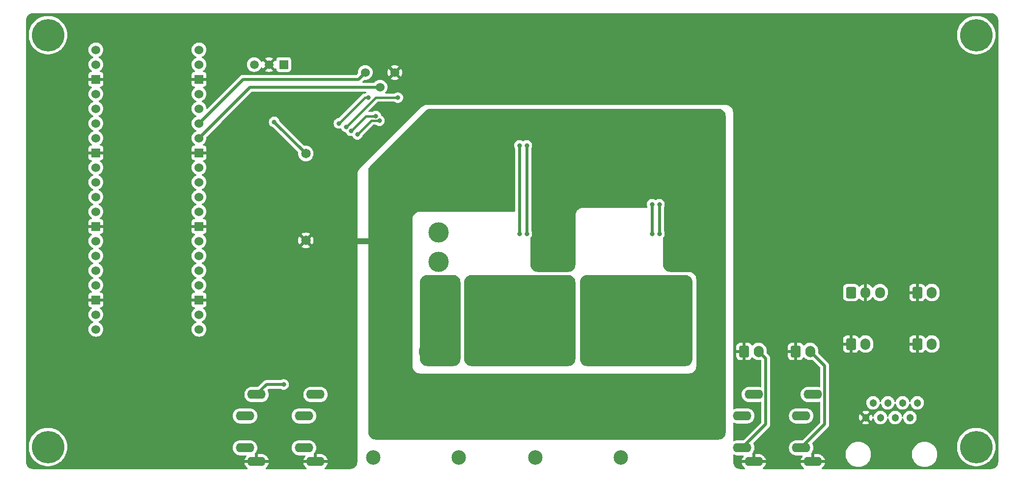
<source format=gbr>
%TF.GenerationSoftware,KiCad,Pcbnew,6.0.2+dfsg-1*%
%TF.CreationDate,2022-12-07T15:13:48-05:00*%
%TF.ProjectId,dragon-lair-board,64726167-6f6e-42d6-9c61-69722d626f61,rev?*%
%TF.SameCoordinates,Original*%
%TF.FileFunction,Copper,L2,Bot*%
%TF.FilePolarity,Positive*%
%FSLAX46Y46*%
G04 Gerber Fmt 4.6, Leading zero omitted, Abs format (unit mm)*
G04 Created by KiCad (PCBNEW 6.0.2+dfsg-1) date 2022-12-07 15:13:48*
%MOMM*%
%LPD*%
G01*
G04 APERTURE LIST*
G04 Aperture macros list*
%AMRoundRect*
0 Rectangle with rounded corners*
0 $1 Rounding radius*
0 $2 $3 $4 $5 $6 $7 $8 $9 X,Y pos of 4 corners*
0 Add a 4 corners polygon primitive as box body*
4,1,4,$2,$3,$4,$5,$6,$7,$8,$9,$2,$3,0*
0 Add four circle primitives for the rounded corners*
1,1,$1+$1,$2,$3*
1,1,$1+$1,$4,$5*
1,1,$1+$1,$6,$7*
1,1,$1+$1,$8,$9*
0 Add four rect primitives between the rounded corners*
20,1,$1+$1,$2,$3,$4,$5,0*
20,1,$1+$1,$4,$5,$6,$7,0*
20,1,$1+$1,$6,$7,$8,$9,0*
20,1,$1+$1,$8,$9,$2,$3,0*%
G04 Aperture macros list end*
%TA.AperFunction,ComponentPad*%
%ADD10C,1.651000*%
%TD*%
%TA.AperFunction,ComponentPad*%
%ADD11RoundRect,0.250000X-0.600000X-0.750000X0.600000X-0.750000X0.600000X0.750000X-0.600000X0.750000X0*%
%TD*%
%TA.AperFunction,ComponentPad*%
%ADD12O,1.700000X2.000000*%
%TD*%
%TA.AperFunction,ComponentPad*%
%ADD13O,3.200000X1.600000*%
%TD*%
%TA.AperFunction,ComponentPad*%
%ADD14C,5.600000*%
%TD*%
%TA.AperFunction,ComponentPad*%
%ADD15C,1.524000*%
%TD*%
%TA.AperFunction,ComponentPad*%
%ADD16C,1.303000*%
%TD*%
%TA.AperFunction,ComponentPad*%
%ADD17RoundRect,0.250000X-0.600000X-0.725000X0.600000X-0.725000X0.600000X0.725000X-0.600000X0.725000X0*%
%TD*%
%TA.AperFunction,ComponentPad*%
%ADD18O,1.700000X1.950000*%
%TD*%
%TA.AperFunction,ComponentPad*%
%ADD19C,3.500000*%
%TD*%
%TA.AperFunction,ComponentPad*%
%ADD20R,1.524000X1.524000*%
%TD*%
%TA.AperFunction,ComponentPad*%
%ADD21C,2.500000*%
%TD*%
%TA.AperFunction,ComponentPad*%
%ADD22O,7.000000X3.000000*%
%TD*%
%TA.AperFunction,ComponentPad*%
%ADD23R,1.508000X1.508000*%
%TD*%
%TA.AperFunction,ComponentPad*%
%ADD24C,1.508000*%
%TD*%
%TA.AperFunction,ViaPad*%
%ADD25C,0.800000*%
%TD*%
%TA.AperFunction,Conductor*%
%ADD26C,0.400000*%
%TD*%
%TA.AperFunction,Conductor*%
%ADD27C,0.508000*%
%TD*%
%TA.AperFunction,Conductor*%
%ADD28C,1.000000*%
%TD*%
G04 APERTURE END LIST*
D10*
%TO.P,BZ1,1,-*%
%TO.N,BUZZER*%
X77470000Y-76320000D03*
%TO.P,BZ1,2,+*%
%TO.N,GND*%
X77470000Y-91320000D03*
%TD*%
D11*
%TO.P,J5,1,Pin_1*%
%TO.N,GND*%
X182880000Y-109220000D03*
D12*
%TO.P,J5,2,Pin_2*%
%TO.N,OPEN*%
X185380000Y-109220000D03*
%TD*%
D11*
%TO.P,J4,1,Pin_1*%
%TO.N,GND*%
X182880000Y-100330000D03*
D12*
%TO.P,J4,2,Pin_2*%
%TO.N,CLOSE*%
X185380000Y-100330000D03*
%TD*%
D13*
%TO.P,J9,1*%
%TO.N,GND*%
X164872500Y-129530000D03*
%TO.P,J9,2*%
%TO.N,OPEN_LIMIT*%
X162872500Y-127130000D03*
%TO.P,J9,3*%
%TO.N,unconnected-(J9-Pad3)*%
X162872500Y-121630000D03*
%TO.P,J9,4*%
%TO.N,unconnected-(J9-Pad4)*%
X164872500Y-117930000D03*
%TD*%
D14*
%TO.P,H4,1,1*%
%TO.N,unconnected-(H4-Pad1)*%
X193040000Y-127000000D03*
%TD*%
%TO.P,H2,1,1*%
%TO.N,unconnected-(H2-Pad1)*%
X33020000Y-127000000D03*
%TD*%
D11*
%TO.P,J2,1,Pin_1*%
%TO.N,GND*%
X153035000Y-110490000D03*
D12*
%TO.P,J2,2,Pin_2*%
%TO.N,CLOSE_LIMIT*%
X155535000Y-110490000D03*
%TD*%
D14*
%TO.P,H3,1,1*%
%TO.N,unconnected-(H3-Pad1)*%
X33020000Y-55880000D03*
%TD*%
D15*
%TO.P,RV1,1,1*%
%TO.N,ADC_REF*%
X87725000Y-62325000D03*
%TO.P,RV1,2,2*%
%TO.N,MAX_SPEED*%
X90265000Y-64865000D03*
%TO.P,RV1,3,3*%
%TO.N,GND*%
X92805000Y-62325000D03*
%TD*%
D14*
%TO.P,H1,1,1*%
%TO.N,unconnected-(H1-Pad1)*%
X193040000Y-55880000D03*
%TD*%
D13*
%TO.P,J10,1*%
%TO.N,GND*%
X154712500Y-129530000D03*
%TO.P,J10,2*%
%TO.N,CLOSE_LIMIT*%
X152712500Y-127130000D03*
%TO.P,J10,3*%
%TO.N,unconnected-(J10-Pad3)*%
X152712500Y-121630000D03*
%TO.P,J10,4*%
%TO.N,unconnected-(J10-Pad4)*%
X154712500Y-117930000D03*
%TD*%
D16*
%TO.P,J15,1,1*%
%TO.N,GND*%
X173990000Y-121920000D03*
%TO.P,J15,2,2*%
%TO.N,ABORT*%
X175260000Y-119380000D03*
%TO.P,J15,3,3*%
%TO.N,TOGGLE_OPEN*%
X176530000Y-121920000D03*
%TO.P,J15,4,4*%
%TO.N,TOGGLE_CLOSE*%
X177800000Y-119380000D03*
%TO.P,J15,5,5*%
%TO.N,CLOSE*%
X179070000Y-121920000D03*
%TO.P,J15,6,6*%
%TO.N,OPEN*%
X180340000Y-119380000D03*
%TO.P,J15,7,7*%
%TO.N,+12V*%
X181610000Y-121920000D03*
%TO.P,J15,8,8*%
X182880000Y-119380000D03*
%TD*%
D11*
%TO.P,J6,1,Pin_1*%
%TO.N,GND*%
X171450000Y-109220000D03*
D12*
%TO.P,J6,2,Pin_2*%
%TO.N,ABORT*%
X173950000Y-109220000D03*
%TD*%
D17*
%TO.P,J1,1,Pin_1*%
%TO.N,TOGGLE_OPEN*%
X171450000Y-100330000D03*
D18*
%TO.P,J1,2,Pin_2*%
%TO.N,GND*%
X173950000Y-100330000D03*
%TO.P,J1,3,Pin_3*%
%TO.N,TOGGLE_CLOSE*%
X176450000Y-100330000D03*
%TD*%
D11*
%TO.P,J3,1,Pin_1*%
%TO.N,GND*%
X161925000Y-110490000D03*
D12*
%TO.P,J3,2,Pin_2*%
%TO.N,OPEN_LIMIT*%
X164425000Y-110490000D03*
%TD*%
D13*
%TO.P,J8,1*%
%TO.N,GND*%
X68987500Y-129530000D03*
%TO.P,J8,2*%
%TO.N,Net-(J8-Pad2)*%
X66987500Y-127130000D03*
%TO.P,J8,3*%
%TO.N,Net-(J8-Pad3)*%
X66987500Y-121630000D03*
%TO.P,J8,4*%
X68987500Y-117930000D03*
%TD*%
D19*
%TO.P,F1,1*%
%TO.N,12V_UNFUSED*%
X100330000Y-104140000D03*
X100330000Y-99060000D03*
%TO.P,F1,2*%
%TO.N,+12V*%
X100330000Y-95000000D03*
X100330000Y-89920000D03*
%TD*%
D15*
%TO.P,U1,1,GP0*%
%TO.N,OPEN_LIMIT*%
X41275000Y-58420000D03*
%TO.P,U1,2,GP1*%
%TO.N,CLOSE_LIMIT*%
X41275000Y-60960000D03*
D20*
%TO.P,U1,3,GND*%
%TO.N,GND*%
X41275000Y-63500000D03*
D15*
%TO.P,U1,4,GP2*%
%TO.N,Net-(R11-Pad1)*%
X41275000Y-66040000D03*
%TO.P,U1,5,GP3*%
%TO.N,unconnected-(U1-Pad5)*%
X41275000Y-68580000D03*
%TO.P,U1,6,GP4*%
%TO.N,FOREWARD_MOTOR*%
X41275000Y-71120000D03*
%TO.P,U1,7,GP5*%
%TO.N,ON_A*%
X41275000Y-73660000D03*
D20*
%TO.P,U1,8,GND*%
%TO.N,GND*%
X41275000Y-76200000D03*
D15*
%TO.P,U1,9,GP6*%
%TO.N,BACKWARD_MOTOR*%
X41275000Y-78740000D03*
%TO.P,U1,10,GP7*%
%TO.N,ON_B*%
X41275000Y-81280000D03*
%TO.P,U1,11,GP8*%
%TO.N,ABORT*%
X41275000Y-83820000D03*
%TO.P,U1,12,GP9*%
%TO.N,TOGGLE_OPEN*%
X41275000Y-86360000D03*
D20*
%TO.P,U1,13,GND*%
%TO.N,GND*%
X41275000Y-88900000D03*
D15*
%TO.P,U1,14,GP10*%
%TO.N,TOGGLE_CLOSE*%
X41275000Y-91440000D03*
%TO.P,U1,15,GP11*%
%TO.N,CLOSE*%
X41275000Y-93980000D03*
%TO.P,U1,16,GP12*%
%TO.N,OPEN*%
X41275000Y-96520000D03*
%TO.P,U1,17,GP13*%
%TO.N,unconnected-(U1-Pad17)*%
X41275000Y-99060000D03*
D20*
%TO.P,U1,18,GND*%
%TO.N,GND*%
X41275000Y-101600000D03*
D15*
%TO.P,U1,19,GP14*%
%TO.N,SAFE_TO_MOVE_2*%
X41275000Y-104140000D03*
%TO.P,U1,20,GP15*%
%TO.N,SAFE_TO_MOVE_1*%
X41275000Y-106680000D03*
%TO.P,U1,21,GP16*%
%TO.N,unconnected-(U1-Pad21)*%
X59055000Y-106680000D03*
%TO.P,U1,22,GP17*%
%TO.N,unconnected-(U1-Pad22)*%
X59055000Y-104140000D03*
D20*
%TO.P,U1,23,GND*%
%TO.N,GND*%
X59055000Y-101600000D03*
D15*
%TO.P,U1,24,GP18*%
%TO.N,unconnected-(U1-Pad24)*%
X59055000Y-99060000D03*
%TO.P,U1,25,GP19*%
%TO.N,unconnected-(U1-Pad25)*%
X59055000Y-96520000D03*
%TO.P,U1,26,GP20*%
%TO.N,unconnected-(U1-Pad26)*%
X59055000Y-93980000D03*
%TO.P,U1,27,GP21*%
%TO.N,unconnected-(U1-Pad27)*%
X59055000Y-91440000D03*
D20*
%TO.P,U1,28,GND*%
%TO.N,GND*%
X59055000Y-88900000D03*
D15*
%TO.P,U1,29,GP22*%
%TO.N,unconnected-(U1-Pad29)*%
X59055000Y-86360000D03*
%TO.P,U1,30,RUN*%
%TO.N,unconnected-(U1-Pad30)*%
X59055000Y-83820000D03*
%TO.P,U1,31,GP26*%
%TO.N,unconnected-(U1-Pad31)*%
X59055000Y-81280000D03*
%TO.P,U1,32,GP27*%
%TO.N,unconnected-(U1-Pad32)*%
X59055000Y-78740000D03*
D20*
%TO.P,U1,33,GND*%
%TO.N,GND*%
X59055000Y-76200000D03*
D15*
%TO.P,U1,34,GP28*%
%TO.N,MAX_SPEED*%
X59055000Y-73660000D03*
%TO.P,U1,35,ADC_REF*%
%TO.N,ADC_REF*%
X59055000Y-71120000D03*
%TO.P,U1,36,3V3*%
%TO.N,+3.3V*%
X59055000Y-68580000D03*
%TO.P,U1,37,3V3_EN*%
%TO.N,unconnected-(U1-Pad37)*%
X59055000Y-66040000D03*
D20*
%TO.P,U1,38,GND*%
%TO.N,GND*%
X59055000Y-63500000D03*
D15*
%TO.P,U1,39,VSYS*%
%TO.N,+5V*%
X59055000Y-60960000D03*
%TO.P,U1,40,VBUS*%
%TO.N,unconnected-(U1-Pad40)*%
X59055000Y-58420000D03*
%TD*%
D21*
%TO.P,J11,*%
%TO.N,*%
X103846000Y-128838000D03*
X89114000Y-128838000D03*
D22*
%TO.P,J11,1,+*%
%TO.N,12V_UNFUSED*%
X100417000Y-110550000D03*
%TO.P,J11,2,-*%
%TO.N,GND*%
X92416000Y-110550000D03*
%TD*%
D21*
%TO.P,J13,*%
%TO.N,*%
X131786000Y-128838000D03*
X117054000Y-128838000D03*
D22*
%TO.P,J13,1,+*%
%TO.N,MOTOR_A*%
X128357000Y-110550000D03*
%TO.P,J13,2,-*%
%TO.N,MOTOR_B*%
X120356000Y-110550000D03*
%TD*%
D13*
%TO.P,J7,1*%
%TO.N,GND*%
X79147500Y-129530000D03*
%TO.P,J7,2*%
%TO.N,Net-(J7-Pad2)*%
X77147500Y-127130000D03*
%TO.P,J7,3*%
%TO.N,Net-(J7-Pad3)*%
X77147500Y-121630000D03*
%TO.P,J7,4*%
X79147500Y-117930000D03*
%TD*%
D23*
%TO.P,PS1,1,+VIN*%
%TO.N,Net-(D1-Pad1)*%
X73660000Y-60960000D03*
D24*
%TO.P,PS1,2,GND/-VOUT*%
%TO.N,GND*%
X71120000Y-60960000D03*
%TO.P,PS1,3,+VOUT/GND*%
%TO.N,+5V*%
X68580000Y-60960000D03*
%TD*%
D25*
%TO.N,GND*%
X96520000Y-67310000D03*
%TO.N,BUZZER*%
X72012500Y-70862500D03*
%TO.N,ON_B*%
X90170000Y-70649500D03*
%TO.N,BACKWARD_MOTOR*%
X89535000Y-69850000D03*
%TO.N,ON_A*%
X93345000Y-66675000D03*
%TO.N,ON_B*%
X86360000Y-73025000D03*
%TO.N,BACKWARD_MOTOR*%
X85254500Y-72390000D03*
%TO.N,ON_A*%
X84455000Y-71755000D03*
%TO.N,Net-(J8-Pad3)*%
X73660000Y-116205000D03*
%TO.N,MOTOR_B*%
X109220000Y-100965000D03*
X109220000Y-106680000D03*
X113030000Y-104775000D03*
X111125000Y-102870000D03*
X116840000Y-106680000D03*
X114935000Y-100965000D03*
X116840000Y-102870000D03*
X114935000Y-104775000D03*
X116840000Y-104775000D03*
X114935000Y-102870000D03*
X109220000Y-104775000D03*
X114935000Y-99060000D03*
X109220000Y-102870000D03*
X111125000Y-100965000D03*
X113030000Y-102870000D03*
X111125000Y-99060000D03*
X109220000Y-99060000D03*
X111125000Y-104775000D03*
X116840000Y-100965000D03*
X116840000Y-99060000D03*
X114935000Y-106680000D03*
X113030000Y-100965000D03*
X111125000Y-106680000D03*
X113030000Y-99060000D03*
X113030000Y-106680000D03*
%TO.N,GND*%
X120015000Y-93345000D03*
X144145000Y-92075000D03*
X118745000Y-90805000D03*
X141605000Y-90805000D03*
X122555000Y-94615000D03*
X121285000Y-92075000D03*
X142875000Y-93345000D03*
X144145000Y-90805000D03*
X141605000Y-93345000D03*
X118745000Y-93345000D03*
X145415000Y-93345000D03*
X141605000Y-92075000D03*
X145415000Y-94615000D03*
X121285000Y-94615000D03*
X141605000Y-95885000D03*
X145415000Y-92075000D03*
X144145000Y-93345000D03*
X122555000Y-90805000D03*
X62230000Y-111125000D03*
X144145000Y-95885000D03*
X120015000Y-92075000D03*
X118745000Y-92075000D03*
X120015000Y-90805000D03*
X84455000Y-62230000D03*
X144145000Y-94615000D03*
X122555000Y-92075000D03*
X121285000Y-95885000D03*
X102730000Y-69850000D03*
X62230000Y-114300000D03*
X118745000Y-94615000D03*
X141605000Y-94615000D03*
X122555000Y-95885000D03*
X120015000Y-94615000D03*
X142875000Y-94615000D03*
X142875000Y-92075000D03*
X145415000Y-95885000D03*
X142875000Y-90805000D03*
X118745000Y-95885000D03*
X121285000Y-90805000D03*
X145415000Y-90805000D03*
X121285000Y-93345000D03*
X66040000Y-62230000D03*
X122555000Y-93345000D03*
%TO.N,MOTOR_A*%
X132080000Y-104775000D03*
X132080000Y-106680000D03*
X133985000Y-102870000D03*
X139700000Y-100965000D03*
X132080000Y-102870000D03*
X135890000Y-99060000D03*
X139700000Y-102870000D03*
X137795000Y-99060000D03*
X135890000Y-100965000D03*
X137795000Y-100965000D03*
X133985000Y-100965000D03*
X133985000Y-99060000D03*
X133985000Y-104775000D03*
X137795000Y-106680000D03*
X133985000Y-106680000D03*
X135890000Y-106680000D03*
X137795000Y-104775000D03*
X139700000Y-106680000D03*
X132080000Y-100965000D03*
X139700000Y-99060000D03*
X132080000Y-99060000D03*
X135890000Y-102870000D03*
X137795000Y-102870000D03*
X135890000Y-104775000D03*
X139700000Y-104775000D03*
%TO.N,FOREWARD_MOTOR*%
X83185000Y-71120000D03*
X88265000Y-66675000D03*
%TO.N,IN_A*%
X138430000Y-90170000D03*
X138430000Y-85090000D03*
%TO.N,INH_A*%
X137160000Y-85090000D03*
X137160000Y-90170000D03*
%TO.N,IN_B*%
X115570000Y-90170000D03*
X115570000Y-74930000D03*
%TO.N,INH_B*%
X114300000Y-74930000D03*
X114300000Y-90170000D03*
%TD*%
D26*
%TO.N,ON_B*%
X90170000Y-70649500D02*
X88735500Y-70649500D01*
X88735500Y-70649500D02*
X86360000Y-73025000D01*
%TO.N,BACKWARD_MOTOR*%
X89535000Y-69850000D02*
X87794500Y-69850000D01*
X87794500Y-69850000D02*
X85254500Y-72390000D01*
D27*
%TO.N,BUZZER*%
X72012500Y-70862500D02*
X77470000Y-76320000D01*
D26*
%TO.N,FOREWARD_MOTOR*%
X87630000Y-66675000D02*
X88265000Y-66675000D01*
X83185000Y-71120000D02*
X87630000Y-66675000D01*
%TO.N,ON_A*%
X84455000Y-71755000D02*
X89535000Y-66675000D01*
X89535000Y-66675000D02*
X93345000Y-66675000D01*
D27*
%TO.N,CLOSE_LIMIT*%
X156766020Y-123076480D02*
X152712500Y-127130000D01*
X156766020Y-111721020D02*
X156766020Y-123076480D01*
X155535000Y-110490000D02*
X156766020Y-111721020D01*
%TO.N,OPEN_LIMIT*%
X166926020Y-112991020D02*
X166926020Y-123076480D01*
X164425000Y-110490000D02*
X166926020Y-112991020D01*
X166926020Y-123076480D02*
X162872500Y-127130000D01*
%TO.N,Net-(J8-Pad3)*%
X70712500Y-116205000D02*
X68987500Y-117930000D01*
X73660000Y-116205000D02*
X70712500Y-116205000D01*
%TO.N,ADC_REF*%
X86550000Y-63500000D02*
X87725000Y-62325000D01*
X59055000Y-71120000D02*
X66675000Y-63500000D01*
X66675000Y-63500000D02*
X86550000Y-63500000D01*
%TO.N,MAX_SPEED*%
X90265000Y-64865000D02*
X67850000Y-64865000D01*
X67850000Y-64865000D02*
X59055000Y-73660000D01*
D28*
%TO.N,GND*%
X90170000Y-91440000D02*
X82550000Y-91440000D01*
D27*
%TO.N,IN_A*%
X138430000Y-85090000D02*
X138430000Y-90170000D01*
%TO.N,INH_A*%
X137160000Y-85090000D02*
X137160000Y-90170000D01*
%TO.N,IN_B*%
X115570000Y-74930000D02*
X115570000Y-90170000D01*
%TO.N,INH_B*%
X114300000Y-74930000D02*
X114300000Y-90170000D01*
%TD*%
%TA.AperFunction,Conductor*%
%TO.N,MOTOR_A*%
G36*
X142880474Y-97282479D02*
G01*
X142928516Y-97286682D01*
X143084555Y-97300334D01*
X143106178Y-97304146D01*
X143256625Y-97344458D01*
X143298718Y-97355737D01*
X143319358Y-97363249D01*
X143500015Y-97447492D01*
X143519026Y-97458468D01*
X143660489Y-97557522D01*
X143682314Y-97572804D01*
X143699138Y-97586922D01*
X143840078Y-97727862D01*
X143854196Y-97744686D01*
X143968532Y-97907974D01*
X143979508Y-97926985D01*
X144053102Y-98084807D01*
X144063751Y-98107643D01*
X144071263Y-98128282D01*
X144122853Y-98320818D01*
X144126667Y-98342448D01*
X144144521Y-98546526D01*
X144145000Y-98557507D01*
X144145000Y-111754493D01*
X144144521Y-111765474D01*
X144126667Y-111969552D01*
X144122853Y-111991182D01*
X144071263Y-112183718D01*
X144063751Y-112204357D01*
X143979508Y-112385015D01*
X143968532Y-112404026D01*
X143869478Y-112545489D01*
X143854196Y-112567314D01*
X143840078Y-112584138D01*
X143699138Y-112725078D01*
X143682314Y-112739196D01*
X143519026Y-112853532D01*
X143500015Y-112864508D01*
X143342193Y-112938102D01*
X143319357Y-112948751D01*
X143298717Y-112956263D01*
X143106178Y-113007854D01*
X143084555Y-113011666D01*
X142928516Y-113025318D01*
X142880474Y-113029521D01*
X142869493Y-113030000D01*
X125989507Y-113030000D01*
X125978526Y-113029521D01*
X125930484Y-113025318D01*
X125774445Y-113011666D01*
X125752822Y-113007854D01*
X125560283Y-112956263D01*
X125539643Y-112948751D01*
X125516807Y-112938102D01*
X125358985Y-112864508D01*
X125339974Y-112853532D01*
X125176686Y-112739196D01*
X125159862Y-112725078D01*
X125018922Y-112584138D01*
X125004804Y-112567314D01*
X124989522Y-112545489D01*
X124890468Y-112404026D01*
X124879492Y-112385015D01*
X124795249Y-112204357D01*
X124787737Y-112183718D01*
X124736147Y-111991182D01*
X124732333Y-111969552D01*
X124714479Y-111765474D01*
X124714000Y-111754493D01*
X124714000Y-98557507D01*
X124714479Y-98546526D01*
X124732333Y-98342448D01*
X124736147Y-98320818D01*
X124787737Y-98128282D01*
X124795249Y-98107643D01*
X124805898Y-98084807D01*
X124879492Y-97926985D01*
X124890468Y-97907974D01*
X125004804Y-97744686D01*
X125018922Y-97727862D01*
X125159862Y-97586922D01*
X125176686Y-97572804D01*
X125198511Y-97557522D01*
X125339974Y-97458468D01*
X125358985Y-97447492D01*
X125539642Y-97363249D01*
X125560282Y-97355737D01*
X125602375Y-97344458D01*
X125752822Y-97304146D01*
X125774445Y-97300334D01*
X125930484Y-97286682D01*
X125978526Y-97282479D01*
X125989507Y-97282000D01*
X142869493Y-97282000D01*
X142880474Y-97282479D01*
G37*
%TD.AperFunction*%
%TD*%
%TA.AperFunction,Conductor*%
%TO.N,MOTOR_B*%
G36*
X122687474Y-97282479D02*
G01*
X122735516Y-97286682D01*
X122891555Y-97300334D01*
X122913178Y-97304146D01*
X123063625Y-97344458D01*
X123105718Y-97355737D01*
X123126358Y-97363249D01*
X123307015Y-97447492D01*
X123326026Y-97458468D01*
X123467489Y-97557522D01*
X123489314Y-97572804D01*
X123506138Y-97586922D01*
X123647078Y-97727862D01*
X123661196Y-97744686D01*
X123775532Y-97907974D01*
X123786508Y-97926985D01*
X123860102Y-98084807D01*
X123870751Y-98107643D01*
X123878263Y-98128282D01*
X123929853Y-98320818D01*
X123933667Y-98342448D01*
X123951521Y-98546526D01*
X123952000Y-98557507D01*
X123952000Y-111754493D01*
X123951521Y-111765474D01*
X123933667Y-111969552D01*
X123929853Y-111991182D01*
X123878263Y-112183718D01*
X123870751Y-112204357D01*
X123786508Y-112385015D01*
X123775532Y-112404026D01*
X123676478Y-112545489D01*
X123661196Y-112567314D01*
X123647078Y-112584138D01*
X123506138Y-112725078D01*
X123489314Y-112739196D01*
X123326026Y-112853532D01*
X123307015Y-112864508D01*
X123149193Y-112938102D01*
X123126357Y-112948751D01*
X123105717Y-112956263D01*
X122913178Y-113007854D01*
X122891555Y-113011666D01*
X122735516Y-113025318D01*
X122687474Y-113029521D01*
X122676493Y-113030000D01*
X106050507Y-113030000D01*
X106039526Y-113029521D01*
X105991484Y-113025318D01*
X105835445Y-113011666D01*
X105813822Y-113007854D01*
X105621283Y-112956263D01*
X105600643Y-112948751D01*
X105577807Y-112938102D01*
X105419985Y-112864508D01*
X105400974Y-112853532D01*
X105237686Y-112739196D01*
X105220862Y-112725078D01*
X105079922Y-112584138D01*
X105065804Y-112567314D01*
X105050522Y-112545489D01*
X104951468Y-112404026D01*
X104940492Y-112385015D01*
X104856249Y-112204357D01*
X104848737Y-112183718D01*
X104797147Y-111991182D01*
X104793333Y-111969552D01*
X104775479Y-111765474D01*
X104775000Y-111754493D01*
X104775000Y-98557507D01*
X104775479Y-98546526D01*
X104793333Y-98342448D01*
X104797147Y-98320818D01*
X104848737Y-98128282D01*
X104856249Y-98107643D01*
X104866898Y-98084807D01*
X104940492Y-97926985D01*
X104951468Y-97907974D01*
X105065804Y-97744686D01*
X105079922Y-97727862D01*
X105220862Y-97586922D01*
X105237686Y-97572804D01*
X105259511Y-97557522D01*
X105400974Y-97458468D01*
X105419985Y-97447492D01*
X105600642Y-97363249D01*
X105621282Y-97355737D01*
X105663375Y-97344458D01*
X105813822Y-97304146D01*
X105835445Y-97300334D01*
X105991484Y-97286682D01*
X106039526Y-97282479D01*
X106050507Y-97282000D01*
X122676493Y-97282000D01*
X122687474Y-97282479D01*
G37*
%TD.AperFunction*%
%TD*%
%TA.AperFunction,Conductor*%
%TO.N,12V_UNFUSED*%
G36*
X102875474Y-97282479D02*
G01*
X102923516Y-97286682D01*
X103079555Y-97300334D01*
X103101178Y-97304146D01*
X103251625Y-97344458D01*
X103293718Y-97355737D01*
X103314358Y-97363249D01*
X103495015Y-97447492D01*
X103514026Y-97458468D01*
X103655489Y-97557522D01*
X103677314Y-97572804D01*
X103694138Y-97586922D01*
X103835078Y-97727862D01*
X103849196Y-97744686D01*
X103963532Y-97907974D01*
X103974508Y-97926985D01*
X104048102Y-98084807D01*
X104058751Y-98107643D01*
X104066263Y-98128282D01*
X104117853Y-98320818D01*
X104121667Y-98342448D01*
X104139521Y-98546526D01*
X104140000Y-98557507D01*
X104140000Y-111754493D01*
X104139521Y-111765474D01*
X104121667Y-111969552D01*
X104117853Y-111991182D01*
X104066263Y-112183718D01*
X104058751Y-112204357D01*
X103974508Y-112385015D01*
X103963532Y-112404026D01*
X103864478Y-112545489D01*
X103849196Y-112567314D01*
X103835078Y-112584138D01*
X103694138Y-112725078D01*
X103677314Y-112739196D01*
X103514026Y-112853532D01*
X103495015Y-112864508D01*
X103337193Y-112938102D01*
X103314357Y-112948751D01*
X103293717Y-112956263D01*
X103101178Y-113007854D01*
X103079555Y-113011666D01*
X102923516Y-113025318D01*
X102875474Y-113029521D01*
X102864493Y-113030000D01*
X98430507Y-113030000D01*
X98419526Y-113029521D01*
X98371484Y-113025318D01*
X98215445Y-113011666D01*
X98193822Y-113007854D01*
X98001283Y-112956263D01*
X97980643Y-112948751D01*
X97957807Y-112938102D01*
X97799985Y-112864508D01*
X97780974Y-112853532D01*
X97617686Y-112739196D01*
X97600862Y-112725078D01*
X97459922Y-112584138D01*
X97445804Y-112567314D01*
X97430522Y-112545489D01*
X97331468Y-112404026D01*
X97320492Y-112385015D01*
X97236249Y-112204357D01*
X97228737Y-112183718D01*
X97177147Y-111991182D01*
X97173333Y-111969552D01*
X97155479Y-111765474D01*
X97155000Y-111754493D01*
X97155000Y-98557507D01*
X97155479Y-98546526D01*
X97173333Y-98342448D01*
X97177147Y-98320818D01*
X97228737Y-98128282D01*
X97236249Y-98107643D01*
X97246898Y-98084807D01*
X97320492Y-97926985D01*
X97331468Y-97907974D01*
X97445804Y-97744686D01*
X97459922Y-97727862D01*
X97600862Y-97586922D01*
X97617686Y-97572804D01*
X97639511Y-97557522D01*
X97780974Y-97458468D01*
X97799985Y-97447492D01*
X97980642Y-97363249D01*
X98001282Y-97355737D01*
X98043375Y-97344458D01*
X98193822Y-97304146D01*
X98215445Y-97300334D01*
X98371484Y-97286682D01*
X98419526Y-97282479D01*
X98430507Y-97282000D01*
X102864493Y-97282000D01*
X102875474Y-97282479D01*
G37*
%TD.AperFunction*%
%TD*%
%TA.AperFunction,Conductor*%
%TO.N,GND*%
G36*
X149860000Y-124454493D02*
G01*
X149859521Y-124465474D01*
X149841667Y-124669552D01*
X149837853Y-124691182D01*
X149786263Y-124883718D01*
X149778751Y-124904357D01*
X149694508Y-125085015D01*
X149683532Y-125104026D01*
X149584478Y-125245489D01*
X149569196Y-125267314D01*
X149555078Y-125284138D01*
X149414138Y-125425078D01*
X149397314Y-125439196D01*
X149234026Y-125553532D01*
X149215015Y-125564508D01*
X149057193Y-125638102D01*
X149034357Y-125648751D01*
X149013717Y-125656263D01*
X148821178Y-125707854D01*
X148799555Y-125711666D01*
X148643516Y-125725318D01*
X148595474Y-125729521D01*
X148584493Y-125730000D01*
X89540507Y-125730000D01*
X89529526Y-125729521D01*
X89481484Y-125725318D01*
X89325445Y-125711666D01*
X89303822Y-125707854D01*
X89111283Y-125656263D01*
X89090643Y-125648751D01*
X89067807Y-125638102D01*
X88909985Y-125564508D01*
X88890974Y-125553532D01*
X88727686Y-125439196D01*
X88710862Y-125425078D01*
X88569922Y-125284138D01*
X88555804Y-125267314D01*
X88540522Y-125245489D01*
X88441468Y-125104026D01*
X88430492Y-125085015D01*
X88346249Y-124904357D01*
X88338737Y-124883718D01*
X88287147Y-124691182D01*
X88283333Y-124669552D01*
X88265479Y-124465474D01*
X88265000Y-124454493D01*
X88265000Y-107950000D01*
X95885000Y-107950000D01*
X95885000Y-113030000D01*
X95904294Y-113250533D01*
X95961590Y-113464366D01*
X95963912Y-113469346D01*
X95963913Y-113469348D01*
X96052822Y-113660013D01*
X96052825Y-113660018D01*
X96055148Y-113665000D01*
X96182124Y-113846340D01*
X96338660Y-114002876D01*
X96343168Y-114006033D01*
X96343171Y-114006035D01*
X96418628Y-114058871D01*
X96520000Y-114129852D01*
X96524982Y-114132175D01*
X96524987Y-114132178D01*
X96715652Y-114221087D01*
X96720634Y-114223410D01*
X96725942Y-114224832D01*
X96725944Y-114224833D01*
X96929152Y-114279282D01*
X96929154Y-114279282D01*
X96934467Y-114280706D01*
X97062637Y-114291919D01*
X97152276Y-114299762D01*
X97152283Y-114299762D01*
X97155000Y-114300000D01*
X143510000Y-114300000D01*
X143512717Y-114299762D01*
X143512724Y-114299762D01*
X143602363Y-114291919D01*
X143730533Y-114280706D01*
X143735846Y-114279282D01*
X143735848Y-114279282D01*
X143939056Y-114224833D01*
X143939058Y-114224832D01*
X143944366Y-114223410D01*
X143949348Y-114221087D01*
X144140013Y-114132178D01*
X144140018Y-114132175D01*
X144145000Y-114129852D01*
X144246372Y-114058871D01*
X144321829Y-114006035D01*
X144321832Y-114006033D01*
X144326340Y-114002876D01*
X144482876Y-113846340D01*
X144609852Y-113665000D01*
X144612175Y-113660018D01*
X144612178Y-113660013D01*
X144701087Y-113469348D01*
X144701088Y-113469346D01*
X144703410Y-113464366D01*
X144760706Y-113250533D01*
X144780000Y-113030000D01*
X144780000Y-98044000D01*
X144760706Y-97823467D01*
X144703410Y-97609634D01*
X144701087Y-97604652D01*
X144612178Y-97413987D01*
X144612175Y-97413982D01*
X144609852Y-97409000D01*
X144482876Y-97227660D01*
X144326340Y-97071124D01*
X144321832Y-97067967D01*
X144321829Y-97067965D01*
X144246372Y-97015129D01*
X144145000Y-96944148D01*
X144140018Y-96941825D01*
X144140013Y-96941822D01*
X143949348Y-96852913D01*
X143949346Y-96852912D01*
X143944366Y-96850590D01*
X143939058Y-96849168D01*
X143939056Y-96849167D01*
X143735848Y-96794718D01*
X143735846Y-96794718D01*
X143730533Y-96793294D01*
X143602363Y-96782081D01*
X143512724Y-96774238D01*
X143512717Y-96774238D01*
X143510000Y-96774000D01*
X140340507Y-96774000D01*
X140329526Y-96773521D01*
X140281484Y-96769318D01*
X140125445Y-96755666D01*
X140103822Y-96751854D01*
X139911283Y-96700263D01*
X139890643Y-96692751D01*
X139867807Y-96682102D01*
X139709985Y-96608508D01*
X139690974Y-96597532D01*
X139527686Y-96483196D01*
X139510862Y-96469078D01*
X139369922Y-96328138D01*
X139355804Y-96311314D01*
X139340522Y-96289489D01*
X139241468Y-96148026D01*
X139230492Y-96129015D01*
X139146249Y-95948357D01*
X139138737Y-95927718D01*
X139087147Y-95735182D01*
X139083333Y-95713552D01*
X139065479Y-95509474D01*
X139065000Y-95498493D01*
X139065000Y-90870859D01*
X139085002Y-90802738D01*
X139097364Y-90786548D01*
X139164621Y-90711852D01*
X139164622Y-90711851D01*
X139169040Y-90706944D01*
X139264527Y-90541556D01*
X139323542Y-90359928D01*
X139343504Y-90170000D01*
X149860000Y-90170000D01*
X149860000Y-124454493D01*
G37*
%TD.AperFunction*%
%TD*%
%TA.AperFunction,Conductor*%
%TO.N,GND*%
G36*
X195585474Y-52070479D02*
G01*
X195633516Y-52074682D01*
X195789555Y-52088334D01*
X195811178Y-52092146D01*
X195961625Y-52132458D01*
X196003718Y-52143737D01*
X196024358Y-52151249D01*
X196205015Y-52235492D01*
X196224026Y-52246468D01*
X196365489Y-52345522D01*
X196387314Y-52360804D01*
X196404138Y-52374922D01*
X196545078Y-52515862D01*
X196559196Y-52532686D01*
X196673532Y-52695974D01*
X196684508Y-52714985D01*
X196723330Y-52798237D01*
X196768751Y-52895643D01*
X196776263Y-52916282D01*
X196827853Y-53108818D01*
X196831666Y-53130445D01*
X196845318Y-53286484D01*
X196849521Y-53334526D01*
X196850000Y-53345507D01*
X196850000Y-129534493D01*
X196849521Y-129545474D01*
X196831797Y-129748070D01*
X196831667Y-129749552D01*
X196827853Y-129771182D01*
X196776263Y-129963718D01*
X196768751Y-129984357D01*
X196684508Y-130165015D01*
X196673532Y-130184026D01*
X196615191Y-130267345D01*
X196559196Y-130347314D01*
X196545078Y-130364138D01*
X196404138Y-130505078D01*
X196387314Y-130519196D01*
X196224026Y-130633532D01*
X196205015Y-130644508D01*
X196071294Y-130706864D01*
X196024357Y-130728751D01*
X196003718Y-130736263D01*
X195961625Y-130747542D01*
X195811178Y-130787854D01*
X195789555Y-130791666D01*
X195633516Y-130805318D01*
X195585474Y-130809521D01*
X195574493Y-130810000D01*
X166524520Y-130810000D01*
X166456399Y-130789998D01*
X166409906Y-130736342D01*
X166399802Y-130666068D01*
X166429296Y-130601488D01*
X166452249Y-130580787D01*
X166511967Y-130538972D01*
X166520375Y-130531916D01*
X166674416Y-130377875D01*
X166681472Y-130369467D01*
X166806431Y-130191007D01*
X166811914Y-130181511D01*
X166903990Y-129984053D01*
X166907736Y-129973761D01*
X166953894Y-129801497D01*
X166953558Y-129787401D01*
X166945616Y-129784000D01*
X162804533Y-129784000D01*
X162791002Y-129787973D01*
X162789773Y-129796522D01*
X162837264Y-129973761D01*
X162841010Y-129984053D01*
X162933086Y-130181511D01*
X162938569Y-130191007D01*
X163063528Y-130369467D01*
X163070584Y-130377875D01*
X163224625Y-130531916D01*
X163233033Y-130538972D01*
X163292751Y-130580787D01*
X163337079Y-130636244D01*
X163344388Y-130706864D01*
X163312357Y-130770224D01*
X163251156Y-130806209D01*
X163220480Y-130810000D01*
X156364520Y-130810000D01*
X156296399Y-130789998D01*
X156249906Y-130736342D01*
X156239802Y-130666068D01*
X156269296Y-130601488D01*
X156292249Y-130580787D01*
X156351967Y-130538972D01*
X156360375Y-130531916D01*
X156514416Y-130377875D01*
X156521472Y-130369467D01*
X156646431Y-130191007D01*
X156651914Y-130181511D01*
X156743990Y-129984053D01*
X156747736Y-129973761D01*
X156793894Y-129801497D01*
X156793558Y-129787401D01*
X156785616Y-129784000D01*
X152644533Y-129784000D01*
X152631002Y-129787973D01*
X152629773Y-129796522D01*
X152677264Y-129973761D01*
X152681010Y-129984053D01*
X152773086Y-130181511D01*
X152778569Y-130191007D01*
X152903528Y-130369467D01*
X152910584Y-130377875D01*
X153064625Y-130531916D01*
X153073033Y-130538972D01*
X153132751Y-130580787D01*
X153177079Y-130636244D01*
X153184388Y-130706864D01*
X153152357Y-130770224D01*
X153091156Y-130806209D01*
X153060480Y-130810000D01*
X152405507Y-130810000D01*
X152394526Y-130809521D01*
X152346484Y-130805318D01*
X152190445Y-130791666D01*
X152168822Y-130787854D01*
X152018375Y-130747542D01*
X151976282Y-130736263D01*
X151955643Y-130728751D01*
X151908706Y-130706864D01*
X151774985Y-130644508D01*
X151755974Y-130633532D01*
X151592686Y-130519196D01*
X151575862Y-130505078D01*
X151434922Y-130364138D01*
X151420804Y-130347314D01*
X151364809Y-130267345D01*
X151306468Y-130184026D01*
X151295492Y-130165015D01*
X151211249Y-129984357D01*
X151203737Y-129963718D01*
X151152147Y-129771182D01*
X151148333Y-129749552D01*
X151148204Y-129748070D01*
X151130479Y-129545474D01*
X151130000Y-129534493D01*
X151130000Y-128406665D01*
X151150002Y-128338544D01*
X151203658Y-128292051D01*
X151273932Y-128281947D01*
X151309250Y-128292470D01*
X151458274Y-128361961D01*
X151458280Y-128361963D01*
X151463257Y-128364284D01*
X151468565Y-128365706D01*
X151468567Y-128365707D01*
X151679098Y-128422119D01*
X151679100Y-128422119D01*
X151684413Y-128423543D01*
X151783980Y-128432254D01*
X151852649Y-128438262D01*
X151852656Y-128438262D01*
X151855373Y-128438500D01*
X152850019Y-128438500D01*
X152918140Y-128458502D01*
X152964633Y-128512158D01*
X152974737Y-128582432D01*
X152945243Y-128647012D01*
X152939114Y-128653595D01*
X152910584Y-128682125D01*
X152903528Y-128690533D01*
X152778569Y-128868993D01*
X152773086Y-128878489D01*
X152681010Y-129075947D01*
X152677264Y-129086239D01*
X152631106Y-129258503D01*
X152631442Y-129272599D01*
X152639384Y-129276000D01*
X154440385Y-129276000D01*
X154455624Y-129271525D01*
X154456829Y-129270135D01*
X154458500Y-129262452D01*
X154458500Y-129257885D01*
X154966500Y-129257885D01*
X154970975Y-129273124D01*
X154972365Y-129274329D01*
X154980048Y-129276000D01*
X156780467Y-129276000D01*
X156793998Y-129272027D01*
X156795227Y-129263478D01*
X156747736Y-129086239D01*
X156743990Y-129075947D01*
X156651914Y-128878489D01*
X156646431Y-128868993D01*
X156521472Y-128690533D01*
X156514416Y-128682125D01*
X156360375Y-128528084D01*
X156351967Y-128521028D01*
X156173507Y-128396069D01*
X156164011Y-128390586D01*
X155966553Y-128298510D01*
X155956261Y-128294764D01*
X155745812Y-128238375D01*
X155735019Y-128236472D01*
X155572330Y-128222238D01*
X155566865Y-128222000D01*
X154984615Y-128222000D01*
X154969376Y-128226475D01*
X154968171Y-128227865D01*
X154966500Y-128235548D01*
X154966500Y-129257885D01*
X154458500Y-129257885D01*
X154458500Y-128240115D01*
X154453027Y-128221476D01*
X154418320Y-128167470D01*
X154418320Y-128096474D01*
X154450121Y-128042877D01*
X154518698Y-127974300D01*
X154650023Y-127786749D01*
X154652346Y-127781767D01*
X154652349Y-127781762D01*
X154744461Y-127584225D01*
X154744461Y-127584224D01*
X154746784Y-127579243D01*
X154776711Y-127467557D01*
X154804619Y-127363402D01*
X154804619Y-127363400D01*
X154806043Y-127358087D01*
X154825998Y-127130000D01*
X160759002Y-127130000D01*
X160778957Y-127358087D01*
X160780381Y-127363400D01*
X160780381Y-127363402D01*
X160808290Y-127467557D01*
X160838216Y-127579243D01*
X160840539Y-127584224D01*
X160840539Y-127584225D01*
X160932651Y-127781762D01*
X160932654Y-127781767D01*
X160934977Y-127786749D01*
X161066302Y-127974300D01*
X161228200Y-128136198D01*
X161232708Y-128139355D01*
X161232711Y-128139357D01*
X161272861Y-128167470D01*
X161415751Y-128267523D01*
X161420733Y-128269846D01*
X161420738Y-128269849D01*
X161533485Y-128322423D01*
X161623257Y-128364284D01*
X161628565Y-128365706D01*
X161628567Y-128365707D01*
X161839098Y-128422119D01*
X161839100Y-128422119D01*
X161844413Y-128423543D01*
X161943980Y-128432254D01*
X162012649Y-128438262D01*
X162012656Y-128438262D01*
X162015373Y-128438500D01*
X163010019Y-128438500D01*
X163078140Y-128458502D01*
X163124633Y-128512158D01*
X163134737Y-128582432D01*
X163105243Y-128647012D01*
X163099114Y-128653595D01*
X163070584Y-128682125D01*
X163063528Y-128690533D01*
X162938569Y-128868993D01*
X162933086Y-128878489D01*
X162841010Y-129075947D01*
X162837264Y-129086239D01*
X162791106Y-129258503D01*
X162791442Y-129272599D01*
X162799384Y-129276000D01*
X164600385Y-129276000D01*
X164615624Y-129271525D01*
X164616829Y-129270135D01*
X164618500Y-129262452D01*
X164618500Y-129257885D01*
X165126500Y-129257885D01*
X165130975Y-129273124D01*
X165132365Y-129274329D01*
X165140048Y-129276000D01*
X166940467Y-129276000D01*
X166953998Y-129272027D01*
X166955227Y-129263478D01*
X166907736Y-129086239D01*
X166903990Y-129075947D01*
X166811914Y-128878489D01*
X166806431Y-128868993D01*
X166681472Y-128690533D01*
X166674416Y-128682125D01*
X166520375Y-128528084D01*
X166511967Y-128521028D01*
X166349722Y-128407423D01*
X170534717Y-128407423D01*
X170573577Y-128702593D01*
X170652136Y-128989758D01*
X170768941Y-129263605D01*
X170786725Y-129293319D01*
X170918432Y-129513385D01*
X170921831Y-129519065D01*
X171107976Y-129751412D01*
X171221393Y-129859040D01*
X171304314Y-129937729D01*
X171323933Y-129956347D01*
X171565703Y-130130077D01*
X171828815Y-130269387D01*
X171832838Y-130270859D01*
X171832842Y-130270861D01*
X172087733Y-130364138D01*
X172108400Y-130371701D01*
X172399282Y-130435123D01*
X172429281Y-130437484D01*
X172630324Y-130453307D01*
X172630331Y-130453307D01*
X172632780Y-130453500D01*
X172793840Y-130453500D01*
X172795976Y-130453354D01*
X172795987Y-130453354D01*
X173011750Y-130438645D01*
X173011756Y-130438644D01*
X173016027Y-130438353D01*
X173020222Y-130437484D01*
X173020224Y-130437484D01*
X173161793Y-130408166D01*
X173307558Y-130377980D01*
X173588199Y-130278600D01*
X173744052Y-130198158D01*
X173848948Y-130144017D01*
X173848949Y-130144017D01*
X173852755Y-130142052D01*
X173856256Y-130139591D01*
X173856260Y-130139589D01*
X173974544Y-130056457D01*
X174096332Y-129970863D01*
X174274575Y-129805229D01*
X174311279Y-129771122D01*
X174311282Y-129771119D01*
X174314422Y-129768201D01*
X174502990Y-129537816D01*
X174658547Y-129283971D01*
X174664011Y-129271525D01*
X174776488Y-129015294D01*
X174778214Y-129011362D01*
X174783152Y-128994029D01*
X174858600Y-128729164D01*
X174859776Y-128725036D01*
X174897709Y-128458502D01*
X174901119Y-128434541D01*
X174901119Y-128434539D01*
X174901724Y-128430289D01*
X174901844Y-128407423D01*
X181966717Y-128407423D01*
X182005577Y-128702593D01*
X182084136Y-128989758D01*
X182200941Y-129263605D01*
X182218725Y-129293319D01*
X182350432Y-129513385D01*
X182353831Y-129519065D01*
X182539976Y-129751412D01*
X182653393Y-129859040D01*
X182736314Y-129937729D01*
X182755933Y-129956347D01*
X182997703Y-130130077D01*
X183260815Y-130269387D01*
X183264838Y-130270859D01*
X183264842Y-130270861D01*
X183519733Y-130364138D01*
X183540400Y-130371701D01*
X183831282Y-130435123D01*
X183861281Y-130437484D01*
X184062324Y-130453307D01*
X184062331Y-130453307D01*
X184064780Y-130453500D01*
X184225840Y-130453500D01*
X184227976Y-130453354D01*
X184227987Y-130453354D01*
X184443750Y-130438645D01*
X184443756Y-130438644D01*
X184448027Y-130438353D01*
X184452222Y-130437484D01*
X184452224Y-130437484D01*
X184593793Y-130408166D01*
X184739558Y-130377980D01*
X185020199Y-130278600D01*
X185176052Y-130198158D01*
X185280948Y-130144017D01*
X185280949Y-130144017D01*
X185284755Y-130142052D01*
X185288256Y-130139591D01*
X185288260Y-130139589D01*
X185406544Y-130056457D01*
X185528332Y-129970863D01*
X185706575Y-129805229D01*
X185743279Y-129771122D01*
X185743282Y-129771119D01*
X185746422Y-129768201D01*
X185934990Y-129537816D01*
X186090547Y-129283971D01*
X186096011Y-129271525D01*
X186208488Y-129015294D01*
X186210214Y-129011362D01*
X186215152Y-128994029D01*
X186290600Y-128729164D01*
X186291776Y-128725036D01*
X186329709Y-128458502D01*
X186333119Y-128434541D01*
X186333119Y-128434539D01*
X186333724Y-128430289D01*
X186334791Y-128226475D01*
X186335261Y-128136863D01*
X186335261Y-128136856D01*
X186335283Y-128132577D01*
X186296423Y-127837407D01*
X186290012Y-127813970D01*
X186218998Y-127554387D01*
X186218998Y-127554386D01*
X186217864Y-127550242D01*
X186101059Y-127276395D01*
X185948169Y-127020935D01*
X185922131Y-126988434D01*
X189726661Y-126988434D01*
X189744792Y-127346340D01*
X189745329Y-127349695D01*
X189745330Y-127349701D01*
X189781246Y-127573933D01*
X189801470Y-127700195D01*
X189896033Y-128045859D01*
X189967727Y-128227865D01*
X190011325Y-128338544D01*
X190027374Y-128379288D01*
X190049861Y-128422119D01*
X190107436Y-128531783D01*
X190193957Y-128696582D01*
X190195858Y-128699411D01*
X190195864Y-128699421D01*
X190215851Y-128729164D01*
X190393834Y-128994029D01*
X190624665Y-129268150D01*
X190883751Y-129515738D01*
X191168061Y-129733897D01*
X191224481Y-129768201D01*
X191471355Y-129918303D01*
X191471360Y-129918306D01*
X191474270Y-129920075D01*
X191477358Y-129921521D01*
X191477357Y-129921521D01*
X191795710Y-130070649D01*
X191795720Y-130070653D01*
X191798794Y-130072093D01*
X191802012Y-130073195D01*
X191802015Y-130073196D01*
X192134615Y-130187071D01*
X192134623Y-130187073D01*
X192137838Y-130188174D01*
X192487435Y-130266959D01*
X192539728Y-130272917D01*
X192840114Y-130307142D01*
X192840122Y-130307142D01*
X192843497Y-130307527D01*
X192846901Y-130307545D01*
X192846904Y-130307545D01*
X193041227Y-130308562D01*
X193201857Y-130309403D01*
X193205243Y-130309053D01*
X193205245Y-130309053D01*
X193554932Y-130272917D01*
X193554941Y-130272916D01*
X193558324Y-130272566D01*
X193561657Y-130271852D01*
X193561660Y-130271851D01*
X193734186Y-130234864D01*
X193908727Y-130197446D01*
X194248968Y-130084922D01*
X194575066Y-129936311D01*
X194795833Y-129805229D01*
X194880262Y-129755099D01*
X194880267Y-129755096D01*
X194883207Y-129753350D01*
X194888266Y-129749552D01*
X195130265Y-129567853D01*
X195169786Y-129538180D01*
X195431451Y-129293319D01*
X195665140Y-129021630D01*
X195823071Y-128791839D01*
X195866190Y-128729101D01*
X195866195Y-128729094D01*
X195868120Y-128726292D01*
X195869732Y-128723298D01*
X195869737Y-128723290D01*
X195993894Y-128492705D01*
X196038017Y-128410760D01*
X196149234Y-128136863D01*
X196171562Y-128081877D01*
X196171564Y-128081872D01*
X196172842Y-128078724D01*
X196183054Y-128042877D01*
X196242763Y-127833265D01*
X196271020Y-127734070D01*
X196331401Y-127380828D01*
X196333511Y-127346340D01*
X196353168Y-127024928D01*
X196353278Y-127023131D01*
X196353339Y-127005838D01*
X196353353Y-127001819D01*
X196353353Y-127001806D01*
X196353359Y-127000000D01*
X196333979Y-126642159D01*
X196276066Y-126288505D01*
X196180297Y-125943173D01*
X196177243Y-125935497D01*
X196049052Y-125613369D01*
X196047793Y-125610205D01*
X196017768Y-125553498D01*
X195881702Y-125296513D01*
X195881698Y-125296506D01*
X195880103Y-125293494D01*
X195679190Y-124996746D01*
X195447403Y-124723432D01*
X195187454Y-124476750D01*
X194902384Y-124259585D01*
X194899472Y-124257828D01*
X194899467Y-124257825D01*
X194598443Y-124076236D01*
X194598437Y-124076233D01*
X194595528Y-124074478D01*
X194270475Y-123923593D01*
X194100751Y-123866145D01*
X193934255Y-123809789D01*
X193934250Y-123809788D01*
X193931028Y-123808697D01*
X193732681Y-123764724D01*
X193584493Y-123731871D01*
X193584487Y-123731870D01*
X193581158Y-123731132D01*
X193577769Y-123730758D01*
X193577764Y-123730757D01*
X193228338Y-123692180D01*
X193228333Y-123692180D01*
X193224957Y-123691807D01*
X193221558Y-123691801D01*
X193221557Y-123691801D01*
X193052080Y-123691505D01*
X192866592Y-123691182D01*
X192753413Y-123703277D01*
X192513639Y-123728901D01*
X192513631Y-123728902D01*
X192510256Y-123729263D01*
X192160117Y-123805606D01*
X191820271Y-123919317D01*
X191817178Y-123920739D01*
X191817177Y-123920740D01*
X191810974Y-123923593D01*
X191494694Y-124069066D01*
X191187193Y-124253101D01*
X191184467Y-124255163D01*
X191184465Y-124255164D01*
X191178620Y-124259585D01*
X190901367Y-124469270D01*
X190640559Y-124715043D01*
X190407819Y-124987546D01*
X190405900Y-124990358D01*
X190405897Y-124990363D01*
X190312624Y-125127097D01*
X190205871Y-125283591D01*
X190037077Y-125599714D01*
X189903411Y-125932218D01*
X189902491Y-125935492D01*
X189902489Y-125935497D01*
X189807729Y-126272618D01*
X189806437Y-126277213D01*
X189805875Y-126280570D01*
X189805875Y-126280571D01*
X189755576Y-126581150D01*
X189747290Y-126630663D01*
X189726661Y-126988434D01*
X185922131Y-126988434D01*
X185762024Y-126788588D01*
X185595605Y-126630663D01*
X185549176Y-126586603D01*
X185549173Y-126586601D01*
X185546067Y-126583653D01*
X185304297Y-126409923D01*
X185062319Y-126281803D01*
X185044972Y-126272618D01*
X185044971Y-126272617D01*
X185041185Y-126270613D01*
X185037162Y-126269141D01*
X185037158Y-126269139D01*
X184765631Y-126169774D01*
X184765629Y-126169773D01*
X184761600Y-126168299D01*
X184470718Y-126104877D01*
X184427058Y-126101441D01*
X184239676Y-126086693D01*
X184239669Y-126086693D01*
X184237220Y-126086500D01*
X184076160Y-126086500D01*
X184074024Y-126086646D01*
X184074013Y-126086646D01*
X183858250Y-126101355D01*
X183858244Y-126101356D01*
X183853973Y-126101647D01*
X183849778Y-126102516D01*
X183849776Y-126102516D01*
X183746990Y-126123802D01*
X183562442Y-126162020D01*
X183281801Y-126261400D01*
X183017245Y-126397948D01*
X183013744Y-126400409D01*
X183013740Y-126400411D01*
X182956281Y-126440794D01*
X182773668Y-126569137D01*
X182555578Y-126771799D01*
X182367010Y-127002184D01*
X182211453Y-127256029D01*
X182209727Y-127259962D01*
X182209726Y-127259963D01*
X182158159Y-127377435D01*
X182091786Y-127528638D01*
X182010224Y-127814964D01*
X182004967Y-127851902D01*
X181973153Y-128075446D01*
X181968276Y-128109711D01*
X181968134Y-128136863D01*
X181966849Y-128382303D01*
X181966717Y-128407423D01*
X174901844Y-128407423D01*
X174902791Y-128226475D01*
X174903261Y-128136863D01*
X174903261Y-128136856D01*
X174903283Y-128132577D01*
X174864423Y-127837407D01*
X174858012Y-127813970D01*
X174786998Y-127554387D01*
X174786998Y-127554386D01*
X174785864Y-127550242D01*
X174669059Y-127276395D01*
X174516169Y-127020935D01*
X174330024Y-126788588D01*
X174163605Y-126630663D01*
X174117176Y-126586603D01*
X174117173Y-126586601D01*
X174114067Y-126583653D01*
X173872297Y-126409923D01*
X173630319Y-126281803D01*
X173612972Y-126272618D01*
X173612971Y-126272617D01*
X173609185Y-126270613D01*
X173605162Y-126269141D01*
X173605158Y-126269139D01*
X173333631Y-126169774D01*
X173333629Y-126169773D01*
X173329600Y-126168299D01*
X173038718Y-126104877D01*
X172995058Y-126101441D01*
X172807676Y-126086693D01*
X172807669Y-126086693D01*
X172805220Y-126086500D01*
X172644160Y-126086500D01*
X172642024Y-126086646D01*
X172642013Y-126086646D01*
X172426250Y-126101355D01*
X172426244Y-126101356D01*
X172421973Y-126101647D01*
X172417778Y-126102516D01*
X172417776Y-126102516D01*
X172314990Y-126123802D01*
X172130442Y-126162020D01*
X171849801Y-126261400D01*
X171585245Y-126397948D01*
X171581744Y-126400409D01*
X171581740Y-126400411D01*
X171524281Y-126440794D01*
X171341668Y-126569137D01*
X171123578Y-126771799D01*
X170935010Y-127002184D01*
X170779453Y-127256029D01*
X170777727Y-127259962D01*
X170777726Y-127259963D01*
X170726159Y-127377435D01*
X170659786Y-127528638D01*
X170578224Y-127814964D01*
X170572967Y-127851902D01*
X170541153Y-128075446D01*
X170536276Y-128109711D01*
X170536134Y-128136863D01*
X170534849Y-128382303D01*
X170534717Y-128407423D01*
X166349722Y-128407423D01*
X166333507Y-128396069D01*
X166324011Y-128390586D01*
X166126553Y-128298510D01*
X166116261Y-128294764D01*
X165905812Y-128238375D01*
X165895019Y-128236472D01*
X165732330Y-128222238D01*
X165726865Y-128222000D01*
X165144615Y-128222000D01*
X165129376Y-128226475D01*
X165128171Y-128227865D01*
X165126500Y-128235548D01*
X165126500Y-129257885D01*
X164618500Y-129257885D01*
X164618500Y-128240115D01*
X164613027Y-128221476D01*
X164578320Y-128167470D01*
X164578320Y-128096474D01*
X164610121Y-128042877D01*
X164678698Y-127974300D01*
X164810023Y-127786749D01*
X164812346Y-127781767D01*
X164812349Y-127781762D01*
X164904461Y-127584225D01*
X164904461Y-127584224D01*
X164906784Y-127579243D01*
X164936711Y-127467557D01*
X164964619Y-127363402D01*
X164964619Y-127363400D01*
X164966043Y-127358087D01*
X164985998Y-127130000D01*
X164966043Y-126901913D01*
X164936573Y-126791930D01*
X164908207Y-126686067D01*
X164908206Y-126686065D01*
X164906784Y-126680757D01*
X164860337Y-126581150D01*
X164812349Y-126478238D01*
X164812346Y-126478233D01*
X164810023Y-126473251D01*
X164787294Y-126440791D01*
X164764606Y-126373520D01*
X164781890Y-126304659D01*
X164801412Y-126279426D01*
X167417548Y-123663290D01*
X167431961Y-123650903D01*
X167443685Y-123642275D01*
X167449584Y-123637934D01*
X167483999Y-123597425D01*
X167490929Y-123589909D01*
X167496673Y-123584165D01*
X167498947Y-123581291D01*
X167498953Y-123581284D01*
X167514392Y-123561769D01*
X167517183Y-123558365D01*
X167559965Y-123508008D01*
X167559968Y-123508004D01*
X167564704Y-123502429D01*
X167568032Y-123495912D01*
X167571409Y-123490848D01*
X167574636Y-123485624D01*
X167579180Y-123479880D01*
X167610252Y-123413398D01*
X167612183Y-123409447D01*
X167642233Y-123350597D01*
X167645563Y-123344076D01*
X167647304Y-123336961D01*
X167649441Y-123331215D01*
X167651365Y-123325432D01*
X167654464Y-123318801D01*
X167669414Y-123246923D01*
X167670383Y-123242642D01*
X167686490Y-123176819D01*
X167687824Y-123171368D01*
X167688520Y-123160150D01*
X167688559Y-123160152D01*
X167688792Y-123156251D01*
X167689181Y-123151892D01*
X167690672Y-123144724D01*
X167688566Y-123066903D01*
X167688520Y-123063494D01*
X167688520Y-122898426D01*
X173375934Y-122898426D01*
X173385816Y-122910915D01*
X173429560Y-122940144D01*
X173439673Y-122945635D01*
X173624857Y-123025196D01*
X173635790Y-123028748D01*
X173832370Y-123073230D01*
X173843780Y-123074732D01*
X174045175Y-123082644D01*
X174056657Y-123082042D01*
X174256125Y-123053121D01*
X174267308Y-123050437D01*
X174458159Y-122985652D01*
X174468674Y-122980970D01*
X174595869Y-122909737D01*
X174605733Y-122899659D01*
X174602778Y-122891988D01*
X174002812Y-122292022D01*
X173988868Y-122284408D01*
X173987035Y-122284539D01*
X173980420Y-122288790D01*
X173382127Y-122887084D01*
X173375934Y-122898426D01*
X167688520Y-122898426D01*
X167688520Y-121895284D01*
X172826310Y-121895284D01*
X172839492Y-122096395D01*
X172841293Y-122107765D01*
X172890903Y-122303107D01*
X172894744Y-122313954D01*
X172979125Y-122496990D01*
X172984873Y-122506946D01*
X172998836Y-122526705D01*
X173009424Y-122535093D01*
X173022724Y-122528065D01*
X173617979Y-121932811D01*
X173624356Y-121921132D01*
X174354408Y-121921132D01*
X174354539Y-121922966D01*
X174358790Y-121929580D01*
X174958073Y-122528863D01*
X174970453Y-122535623D01*
X174977033Y-122530697D01*
X175050970Y-122398674D01*
X175055652Y-122388159D01*
X175120437Y-122197308D01*
X175123122Y-122186125D01*
X175133098Y-122117318D01*
X175162668Y-122052772D01*
X175222440Y-122014460D01*
X175293436Y-122014544D01*
X175353117Y-122052999D01*
X175379917Y-122104383D01*
X175431851Y-122308875D01*
X175521106Y-122502485D01*
X175524437Y-122507198D01*
X175524438Y-122507200D01*
X175615606Y-122636198D01*
X175644150Y-122676587D01*
X175796861Y-122825352D01*
X175974124Y-122943796D01*
X175979432Y-122946077D01*
X175979433Y-122946077D01*
X176164701Y-123025674D01*
X176164704Y-123025675D01*
X176170004Y-123027952D01*
X176175634Y-123029226D01*
X176327075Y-123063494D01*
X176377941Y-123075004D01*
X176383710Y-123075231D01*
X176383713Y-123075231D01*
X176464779Y-123078415D01*
X176590970Y-123083373D01*
X176681955Y-123070181D01*
X176796236Y-123053612D01*
X176796241Y-123053611D01*
X176801957Y-123052782D01*
X176807429Y-123050924D01*
X176807431Y-123050924D01*
X176998368Y-122986109D01*
X177003836Y-122984253D01*
X177072004Y-122946077D01*
X177184799Y-122882909D01*
X177184803Y-122882906D01*
X177189846Y-122880082D01*
X177353758Y-122743758D01*
X177490082Y-122579846D01*
X177492906Y-122574803D01*
X177492909Y-122574799D01*
X177591430Y-122398877D01*
X177591430Y-122398876D01*
X177594253Y-122393836D01*
X177629074Y-122291257D01*
X177660924Y-122197431D01*
X177660924Y-122197429D01*
X177662782Y-122191957D01*
X177663611Y-122186241D01*
X177663612Y-122186236D01*
X177673420Y-122118586D01*
X177702989Y-122054041D01*
X177762761Y-122015728D01*
X177833758Y-122015812D01*
X177893438Y-122054267D01*
X177920239Y-122105651D01*
X177971851Y-122308875D01*
X178061106Y-122502485D01*
X178064437Y-122507198D01*
X178064438Y-122507200D01*
X178155606Y-122636198D01*
X178184150Y-122676587D01*
X178336861Y-122825352D01*
X178514124Y-122943796D01*
X178519432Y-122946077D01*
X178519433Y-122946077D01*
X178704701Y-123025674D01*
X178704704Y-123025675D01*
X178710004Y-123027952D01*
X178715634Y-123029226D01*
X178867075Y-123063494D01*
X178917941Y-123075004D01*
X178923710Y-123075231D01*
X178923713Y-123075231D01*
X179004779Y-123078415D01*
X179130970Y-123083373D01*
X179221955Y-123070181D01*
X179336236Y-123053612D01*
X179336241Y-123053611D01*
X179341957Y-123052782D01*
X179347429Y-123050924D01*
X179347431Y-123050924D01*
X179538368Y-122986109D01*
X179543836Y-122984253D01*
X179612004Y-122946077D01*
X179724799Y-122882909D01*
X179724803Y-122882906D01*
X179729846Y-122880082D01*
X179893758Y-122743758D01*
X180030082Y-122579846D01*
X180032906Y-122574803D01*
X180032909Y-122574799D01*
X180131430Y-122398877D01*
X180131430Y-122398876D01*
X180134253Y-122393836D01*
X180169074Y-122291257D01*
X180200924Y-122197431D01*
X180200924Y-122197429D01*
X180202782Y-122191957D01*
X180203611Y-122186241D01*
X180203612Y-122186236D01*
X180213420Y-122118586D01*
X180242989Y-122054041D01*
X180302761Y-122015728D01*
X180373758Y-122015812D01*
X180433438Y-122054267D01*
X180460239Y-122105651D01*
X180511851Y-122308875D01*
X180601106Y-122502485D01*
X180604437Y-122507198D01*
X180604438Y-122507200D01*
X180695606Y-122636198D01*
X180724150Y-122676587D01*
X180876861Y-122825352D01*
X181054124Y-122943796D01*
X181059432Y-122946077D01*
X181059433Y-122946077D01*
X181244701Y-123025674D01*
X181244704Y-123025675D01*
X181250004Y-123027952D01*
X181255634Y-123029226D01*
X181407075Y-123063494D01*
X181457941Y-123075004D01*
X181463710Y-123075231D01*
X181463713Y-123075231D01*
X181544779Y-123078415D01*
X181670970Y-123083373D01*
X181761955Y-123070181D01*
X181876236Y-123053612D01*
X181876241Y-123053611D01*
X181881957Y-123052782D01*
X181887429Y-123050924D01*
X181887431Y-123050924D01*
X182078368Y-122986109D01*
X182083836Y-122984253D01*
X182152004Y-122946077D01*
X182264799Y-122882909D01*
X182264803Y-122882906D01*
X182269846Y-122880082D01*
X182433758Y-122743758D01*
X182570082Y-122579846D01*
X182572906Y-122574803D01*
X182572909Y-122574799D01*
X182671430Y-122398877D01*
X182671430Y-122398876D01*
X182674253Y-122393836D01*
X182709074Y-122291257D01*
X182740924Y-122197431D01*
X182740924Y-122197429D01*
X182742782Y-122191957D01*
X182743611Y-122186241D01*
X182743612Y-122186236D01*
X182762778Y-122054041D01*
X182773373Y-121980970D01*
X182774970Y-121920000D01*
X182755462Y-121707701D01*
X182697593Y-121502512D01*
X182603300Y-121311305D01*
X182584040Y-121285512D01*
X182479198Y-121145113D01*
X182475741Y-121140483D01*
X182319189Y-120995767D01*
X182314306Y-120992686D01*
X182314302Y-120992683D01*
X182143768Y-120885085D01*
X182143769Y-120885085D01*
X182138885Y-120882004D01*
X181940869Y-120803004D01*
X181767491Y-120768517D01*
X181737439Y-120762539D01*
X181731773Y-120761412D01*
X181725999Y-120761336D01*
X181725995Y-120761336D01*
X181617070Y-120759910D01*
X181518598Y-120758621D01*
X181512901Y-120759600D01*
X181512900Y-120759600D01*
X181334754Y-120790211D01*
X181308484Y-120794725D01*
X181108467Y-120868515D01*
X181103506Y-120871467D01*
X181103505Y-120871467D01*
X180930216Y-120974563D01*
X180930213Y-120974565D01*
X180925248Y-120977519D01*
X180920908Y-120981325D01*
X180920904Y-120981328D01*
X180769302Y-121114281D01*
X180764961Y-121118088D01*
X180632974Y-121285512D01*
X180630285Y-121290623D01*
X180630283Y-121290626D01*
X180616540Y-121316747D01*
X180533708Y-121474185D01*
X180531994Y-121479706D01*
X180531992Y-121479710D01*
X180483626Y-121635475D01*
X180470487Y-121677789D01*
X180469809Y-121683518D01*
X180469809Y-121683519D01*
X180466278Y-121713351D01*
X180438408Y-121778649D01*
X180379660Y-121818513D01*
X180308685Y-121820288D01*
X180248018Y-121783409D01*
X180216921Y-121719585D01*
X180216432Y-121715836D01*
X180215991Y-121713455D01*
X180215462Y-121707701D01*
X180157593Y-121502512D01*
X180063300Y-121311305D01*
X180044040Y-121285512D01*
X179939198Y-121145113D01*
X179935741Y-121140483D01*
X179779189Y-120995767D01*
X179774306Y-120992686D01*
X179774302Y-120992683D01*
X179603768Y-120885085D01*
X179603769Y-120885085D01*
X179598885Y-120882004D01*
X179400869Y-120803004D01*
X179227491Y-120768517D01*
X179197439Y-120762539D01*
X179191773Y-120761412D01*
X179185999Y-120761336D01*
X179185995Y-120761336D01*
X179077070Y-120759910D01*
X178978598Y-120758621D01*
X178972901Y-120759600D01*
X178972900Y-120759600D01*
X178794754Y-120790211D01*
X178768484Y-120794725D01*
X178568467Y-120868515D01*
X178563506Y-120871467D01*
X178563505Y-120871467D01*
X178390216Y-120974563D01*
X178390213Y-120974565D01*
X178385248Y-120977519D01*
X178380908Y-120981325D01*
X178380904Y-120981328D01*
X178229302Y-121114281D01*
X178224961Y-121118088D01*
X178092974Y-121285512D01*
X178090285Y-121290623D01*
X178090283Y-121290626D01*
X178076540Y-121316747D01*
X177993708Y-121474185D01*
X177991994Y-121479706D01*
X177991992Y-121479710D01*
X177943626Y-121635475D01*
X177930487Y-121677789D01*
X177929809Y-121683518D01*
X177929809Y-121683519D01*
X177926278Y-121713351D01*
X177898408Y-121778649D01*
X177839660Y-121818513D01*
X177768685Y-121820288D01*
X177708018Y-121783409D01*
X177676921Y-121719585D01*
X177676432Y-121715836D01*
X177675991Y-121713455D01*
X177675462Y-121707701D01*
X177617593Y-121502512D01*
X177523300Y-121311305D01*
X177504040Y-121285512D01*
X177399198Y-121145113D01*
X177395741Y-121140483D01*
X177239189Y-120995767D01*
X177234306Y-120992686D01*
X177234302Y-120992683D01*
X177063768Y-120885085D01*
X177063769Y-120885085D01*
X177058885Y-120882004D01*
X176860869Y-120803004D01*
X176687491Y-120768517D01*
X176657439Y-120762539D01*
X176651773Y-120761412D01*
X176645999Y-120761336D01*
X176645995Y-120761336D01*
X176537070Y-120759910D01*
X176438598Y-120758621D01*
X176432901Y-120759600D01*
X176432900Y-120759600D01*
X176254754Y-120790211D01*
X176228484Y-120794725D01*
X176028467Y-120868515D01*
X176023506Y-120871467D01*
X176023505Y-120871467D01*
X175850216Y-120974563D01*
X175850213Y-120974565D01*
X175845248Y-120977519D01*
X175840908Y-120981325D01*
X175840904Y-120981328D01*
X175689302Y-121114281D01*
X175684961Y-121118088D01*
X175552974Y-121285512D01*
X175550285Y-121290623D01*
X175550283Y-121290626D01*
X175536540Y-121316747D01*
X175453708Y-121474185D01*
X175451994Y-121479706D01*
X175451992Y-121479710D01*
X175403626Y-121635475D01*
X175390487Y-121677789D01*
X175389809Y-121683518D01*
X175385995Y-121715742D01*
X175358125Y-121781039D01*
X175299376Y-121820903D01*
X175228402Y-121822677D01*
X175167735Y-121785798D01*
X175136638Y-121721975D01*
X175135638Y-121714312D01*
X175133399Y-121702229D01*
X175078693Y-121508257D01*
X175074569Y-121497510D01*
X174985425Y-121316747D01*
X174981761Y-121310768D01*
X174971665Y-121303192D01*
X174959250Y-121309961D01*
X174362021Y-121907189D01*
X174354408Y-121921132D01*
X173624356Y-121921132D01*
X173625592Y-121918868D01*
X173625461Y-121917034D01*
X173621210Y-121910420D01*
X173020405Y-121309616D01*
X173008030Y-121302859D01*
X173002064Y-121307325D01*
X172916865Y-121469261D01*
X172912459Y-121479898D01*
X172852693Y-121672373D01*
X172850300Y-121683631D01*
X172826611Y-121883783D01*
X172826310Y-121895284D01*
X167688520Y-121895284D01*
X167688520Y-120941100D01*
X173375213Y-120941100D01*
X173378699Y-120949488D01*
X173977189Y-121547979D01*
X173991132Y-121555592D01*
X173992966Y-121555461D01*
X173999580Y-121551210D01*
X174597624Y-120953165D01*
X174604381Y-120940790D01*
X174598351Y-120932734D01*
X174523541Y-120885533D01*
X174513293Y-120880312D01*
X174326090Y-120805626D01*
X174315062Y-120802359D01*
X174117387Y-120763039D01*
X174105941Y-120761836D01*
X173904419Y-120759199D01*
X173892939Y-120760102D01*
X173694311Y-120794232D01*
X173683191Y-120797212D01*
X173494100Y-120866971D01*
X173483722Y-120871921D01*
X173384811Y-120930767D01*
X173375213Y-120941100D01*
X167688520Y-120941100D01*
X167688520Y-119349505D01*
X174095429Y-119349505D01*
X174109373Y-119562241D01*
X174161851Y-119768875D01*
X174251106Y-119962485D01*
X174254437Y-119967198D01*
X174254438Y-119967200D01*
X174305780Y-120039846D01*
X174374150Y-120136587D01*
X174526861Y-120285352D01*
X174704124Y-120403796D01*
X174709432Y-120406077D01*
X174709433Y-120406077D01*
X174894701Y-120485674D01*
X174894704Y-120485675D01*
X174900004Y-120487952D01*
X175107941Y-120535004D01*
X175113710Y-120535231D01*
X175113713Y-120535231D01*
X175194779Y-120538415D01*
X175320970Y-120543373D01*
X175411955Y-120530181D01*
X175526236Y-120513612D01*
X175526241Y-120513611D01*
X175531957Y-120512782D01*
X175537429Y-120510924D01*
X175537431Y-120510924D01*
X175728368Y-120446109D01*
X175733836Y-120444253D01*
X175831085Y-120389791D01*
X175914799Y-120342909D01*
X175914803Y-120342906D01*
X175919846Y-120340082D01*
X176083758Y-120203758D01*
X176220082Y-120039846D01*
X176222906Y-120034803D01*
X176222909Y-120034799D01*
X176321430Y-119858877D01*
X176321430Y-119858876D01*
X176324253Y-119853836D01*
X176392782Y-119651957D01*
X176393611Y-119646241D01*
X176393612Y-119646236D01*
X176403420Y-119578586D01*
X176432989Y-119514041D01*
X176492761Y-119475728D01*
X176563758Y-119475812D01*
X176623438Y-119514267D01*
X176650239Y-119565651D01*
X176701851Y-119768875D01*
X176791106Y-119962485D01*
X176794437Y-119967198D01*
X176794438Y-119967200D01*
X176845780Y-120039846D01*
X176914150Y-120136587D01*
X177066861Y-120285352D01*
X177244124Y-120403796D01*
X177249432Y-120406077D01*
X177249433Y-120406077D01*
X177434701Y-120485674D01*
X177434704Y-120485675D01*
X177440004Y-120487952D01*
X177647941Y-120535004D01*
X177653710Y-120535231D01*
X177653713Y-120535231D01*
X177734779Y-120538415D01*
X177860970Y-120543373D01*
X177951955Y-120530181D01*
X178066236Y-120513612D01*
X178066241Y-120513611D01*
X178071957Y-120512782D01*
X178077429Y-120510924D01*
X178077431Y-120510924D01*
X178268368Y-120446109D01*
X178273836Y-120444253D01*
X178371085Y-120389791D01*
X178454799Y-120342909D01*
X178454803Y-120342906D01*
X178459846Y-120340082D01*
X178623758Y-120203758D01*
X178760082Y-120039846D01*
X178762906Y-120034803D01*
X178762909Y-120034799D01*
X178861430Y-119858877D01*
X178861430Y-119858876D01*
X178864253Y-119853836D01*
X178932782Y-119651957D01*
X178933611Y-119646241D01*
X178933612Y-119646236D01*
X178943420Y-119578586D01*
X178972989Y-119514041D01*
X179032761Y-119475728D01*
X179103758Y-119475812D01*
X179163438Y-119514267D01*
X179190239Y-119565651D01*
X179241851Y-119768875D01*
X179331106Y-119962485D01*
X179334437Y-119967198D01*
X179334438Y-119967200D01*
X179385780Y-120039846D01*
X179454150Y-120136587D01*
X179606861Y-120285352D01*
X179784124Y-120403796D01*
X179789432Y-120406077D01*
X179789433Y-120406077D01*
X179974701Y-120485674D01*
X179974704Y-120485675D01*
X179980004Y-120487952D01*
X180187941Y-120535004D01*
X180193710Y-120535231D01*
X180193713Y-120535231D01*
X180274779Y-120538415D01*
X180400970Y-120543373D01*
X180491955Y-120530181D01*
X180606236Y-120513612D01*
X180606241Y-120513611D01*
X180611957Y-120512782D01*
X180617429Y-120510924D01*
X180617431Y-120510924D01*
X180808368Y-120446109D01*
X180813836Y-120444253D01*
X180911085Y-120389791D01*
X180994799Y-120342909D01*
X180994803Y-120342906D01*
X180999846Y-120340082D01*
X181163758Y-120203758D01*
X181300082Y-120039846D01*
X181302906Y-120034803D01*
X181302909Y-120034799D01*
X181401430Y-119858877D01*
X181401430Y-119858876D01*
X181404253Y-119853836D01*
X181472782Y-119651957D01*
X181473611Y-119646241D01*
X181473612Y-119646236D01*
X181483420Y-119578586D01*
X181512989Y-119514041D01*
X181572761Y-119475728D01*
X181643758Y-119475812D01*
X181703438Y-119514267D01*
X181730239Y-119565651D01*
X181781851Y-119768875D01*
X181871106Y-119962485D01*
X181874437Y-119967198D01*
X181874438Y-119967200D01*
X181925780Y-120039846D01*
X181994150Y-120136587D01*
X182146861Y-120285352D01*
X182324124Y-120403796D01*
X182329432Y-120406077D01*
X182329433Y-120406077D01*
X182514701Y-120485674D01*
X182514704Y-120485675D01*
X182520004Y-120487952D01*
X182727941Y-120535004D01*
X182733710Y-120535231D01*
X182733713Y-120535231D01*
X182814779Y-120538415D01*
X182940970Y-120543373D01*
X183031955Y-120530181D01*
X183146236Y-120513612D01*
X183146241Y-120513611D01*
X183151957Y-120512782D01*
X183157429Y-120510924D01*
X183157431Y-120510924D01*
X183348368Y-120446109D01*
X183353836Y-120444253D01*
X183451085Y-120389791D01*
X183534799Y-120342909D01*
X183534803Y-120342906D01*
X183539846Y-120340082D01*
X183703758Y-120203758D01*
X183840082Y-120039846D01*
X183842906Y-120034803D01*
X183842909Y-120034799D01*
X183941430Y-119858877D01*
X183941430Y-119858876D01*
X183944253Y-119853836D01*
X184012782Y-119651957D01*
X184013611Y-119646241D01*
X184013612Y-119646236D01*
X184042840Y-119444644D01*
X184043373Y-119440970D01*
X184044970Y-119380000D01*
X184025462Y-119167701D01*
X183967593Y-118962512D01*
X183873300Y-118771305D01*
X183854040Y-118745512D01*
X183749198Y-118605113D01*
X183745741Y-118600483D01*
X183589189Y-118455767D01*
X183584306Y-118452686D01*
X183584302Y-118452683D01*
X183413768Y-118345085D01*
X183413769Y-118345085D01*
X183408885Y-118342004D01*
X183210869Y-118263004D01*
X183001773Y-118221412D01*
X182995999Y-118221336D01*
X182995995Y-118221336D01*
X182887070Y-118219910D01*
X182788598Y-118218621D01*
X182782901Y-118219600D01*
X182782900Y-118219600D01*
X182772355Y-118221412D01*
X182578484Y-118254725D01*
X182378467Y-118328515D01*
X182373506Y-118331467D01*
X182373505Y-118331467D01*
X182200216Y-118434563D01*
X182200213Y-118434565D01*
X182195248Y-118437519D01*
X182190908Y-118441325D01*
X182190904Y-118441328D01*
X182039302Y-118574281D01*
X182034961Y-118578088D01*
X181902974Y-118745512D01*
X181900285Y-118750623D01*
X181900283Y-118750626D01*
X181845980Y-118853840D01*
X181803708Y-118934185D01*
X181801994Y-118939706D01*
X181801992Y-118939710D01*
X181763286Y-119064366D01*
X181740487Y-119137789D01*
X181739809Y-119143518D01*
X181739809Y-119143519D01*
X181736278Y-119173351D01*
X181708408Y-119238649D01*
X181649660Y-119278513D01*
X181578685Y-119280288D01*
X181518018Y-119243409D01*
X181486921Y-119179585D01*
X181486432Y-119175836D01*
X181485991Y-119173455D01*
X181485462Y-119167701D01*
X181427593Y-118962512D01*
X181333300Y-118771305D01*
X181314040Y-118745512D01*
X181209198Y-118605113D01*
X181205741Y-118600483D01*
X181049189Y-118455767D01*
X181044306Y-118452686D01*
X181044302Y-118452683D01*
X180873768Y-118345085D01*
X180873769Y-118345085D01*
X180868885Y-118342004D01*
X180670869Y-118263004D01*
X180461773Y-118221412D01*
X180455999Y-118221336D01*
X180455995Y-118221336D01*
X180347070Y-118219910D01*
X180248598Y-118218621D01*
X180242901Y-118219600D01*
X180242900Y-118219600D01*
X180232355Y-118221412D01*
X180038484Y-118254725D01*
X179838467Y-118328515D01*
X179833506Y-118331467D01*
X179833505Y-118331467D01*
X179660216Y-118434563D01*
X179660213Y-118434565D01*
X179655248Y-118437519D01*
X179650908Y-118441325D01*
X179650904Y-118441328D01*
X179499302Y-118574281D01*
X179494961Y-118578088D01*
X179362974Y-118745512D01*
X179360285Y-118750623D01*
X179360283Y-118750626D01*
X179305980Y-118853840D01*
X179263708Y-118934185D01*
X179261994Y-118939706D01*
X179261992Y-118939710D01*
X179223286Y-119064366D01*
X179200487Y-119137789D01*
X179199809Y-119143518D01*
X179199809Y-119143519D01*
X179196278Y-119173351D01*
X179168408Y-119238649D01*
X179109660Y-119278513D01*
X179038685Y-119280288D01*
X178978018Y-119243409D01*
X178946921Y-119179585D01*
X178946432Y-119175836D01*
X178945991Y-119173455D01*
X178945462Y-119167701D01*
X178887593Y-118962512D01*
X178793300Y-118771305D01*
X178774040Y-118745512D01*
X178669198Y-118605113D01*
X178665741Y-118600483D01*
X178509189Y-118455767D01*
X178504306Y-118452686D01*
X178504302Y-118452683D01*
X178333768Y-118345085D01*
X178333769Y-118345085D01*
X178328885Y-118342004D01*
X178130869Y-118263004D01*
X177921773Y-118221412D01*
X177915999Y-118221336D01*
X177915995Y-118221336D01*
X177807070Y-118219910D01*
X177708598Y-118218621D01*
X177702901Y-118219600D01*
X177702900Y-118219600D01*
X177692355Y-118221412D01*
X177498484Y-118254725D01*
X177298467Y-118328515D01*
X177293506Y-118331467D01*
X177293505Y-118331467D01*
X177120216Y-118434563D01*
X177120213Y-118434565D01*
X177115248Y-118437519D01*
X177110908Y-118441325D01*
X177110904Y-118441328D01*
X176959302Y-118574281D01*
X176954961Y-118578088D01*
X176822974Y-118745512D01*
X176820285Y-118750623D01*
X176820283Y-118750626D01*
X176765980Y-118853840D01*
X176723708Y-118934185D01*
X176721994Y-118939706D01*
X176721992Y-118939710D01*
X176683286Y-119064366D01*
X176660487Y-119137789D01*
X176659809Y-119143518D01*
X176659809Y-119143519D01*
X176656278Y-119173351D01*
X176628408Y-119238649D01*
X176569660Y-119278513D01*
X176498685Y-119280288D01*
X176438018Y-119243409D01*
X176406921Y-119179585D01*
X176406432Y-119175836D01*
X176405991Y-119173455D01*
X176405462Y-119167701D01*
X176347593Y-118962512D01*
X176253300Y-118771305D01*
X176234040Y-118745512D01*
X176129198Y-118605113D01*
X176125741Y-118600483D01*
X175969189Y-118455767D01*
X175964306Y-118452686D01*
X175964302Y-118452683D01*
X175793768Y-118345085D01*
X175793769Y-118345085D01*
X175788885Y-118342004D01*
X175590869Y-118263004D01*
X175381773Y-118221412D01*
X175375999Y-118221336D01*
X175375995Y-118221336D01*
X175267070Y-118219910D01*
X175168598Y-118218621D01*
X175162901Y-118219600D01*
X175162900Y-118219600D01*
X175152355Y-118221412D01*
X174958484Y-118254725D01*
X174758467Y-118328515D01*
X174753506Y-118331467D01*
X174753505Y-118331467D01*
X174580216Y-118434563D01*
X174580213Y-118434565D01*
X174575248Y-118437519D01*
X174570908Y-118441325D01*
X174570904Y-118441328D01*
X174419302Y-118574281D01*
X174414961Y-118578088D01*
X174282974Y-118745512D01*
X174280285Y-118750623D01*
X174280283Y-118750626D01*
X174225980Y-118853840D01*
X174183708Y-118934185D01*
X174181994Y-118939706D01*
X174181992Y-118939710D01*
X174143286Y-119064366D01*
X174120487Y-119137789D01*
X174095429Y-119349505D01*
X167688520Y-119349505D01*
X167688520Y-113058388D01*
X167689953Y-113039437D01*
X167692143Y-113025044D01*
X167692143Y-113025042D01*
X167693243Y-113017812D01*
X167688935Y-112964845D01*
X167688520Y-112954631D01*
X167688520Y-112946495D01*
X167685210Y-112918104D01*
X167684777Y-112913729D01*
X167679423Y-112847892D01*
X167679422Y-112847889D01*
X167678829Y-112840593D01*
X167676574Y-112833631D01*
X167675374Y-112827627D01*
X167673968Y-112821680D01*
X167673121Y-112814413D01*
X167648073Y-112745407D01*
X167646645Y-112741247D01*
X167626288Y-112678407D01*
X167626286Y-112678402D01*
X167624032Y-112671445D01*
X167620238Y-112665193D01*
X167617686Y-112659618D01*
X167614950Y-112654155D01*
X167612454Y-112647279D01*
X167572201Y-112585883D01*
X167569854Y-112582164D01*
X167531792Y-112519439D01*
X167524352Y-112511014D01*
X167524380Y-112510989D01*
X167521786Y-112508064D01*
X167518981Y-112504710D01*
X167514966Y-112498585D01*
X167458433Y-112445031D01*
X167455992Y-112442654D01*
X165820405Y-110807067D01*
X165786379Y-110744755D01*
X165783500Y-110717972D01*
X165783500Y-110282110D01*
X165771983Y-110146373D01*
X165769371Y-110115591D01*
X165769370Y-110115587D01*
X165768920Y-110110280D01*
X165767582Y-110105125D01*
X165767581Y-110105119D01*
X165744734Y-110017095D01*
X170092001Y-110017095D01*
X170092338Y-110023614D01*
X170102257Y-110119206D01*
X170105149Y-110132600D01*
X170156588Y-110286784D01*
X170162761Y-110299962D01*
X170248063Y-110437807D01*
X170257099Y-110449208D01*
X170371829Y-110563739D01*
X170383240Y-110572751D01*
X170521243Y-110657816D01*
X170534424Y-110663963D01*
X170688710Y-110715138D01*
X170702086Y-110718005D01*
X170796438Y-110727672D01*
X170802854Y-110728000D01*
X171177885Y-110728000D01*
X171193124Y-110723525D01*
X171194329Y-110722135D01*
X171196000Y-110714452D01*
X171196000Y-110709884D01*
X171704000Y-110709884D01*
X171708475Y-110725123D01*
X171709865Y-110726328D01*
X171717548Y-110727999D01*
X172097095Y-110727999D01*
X172103614Y-110727662D01*
X172199206Y-110717743D01*
X172212600Y-110714851D01*
X172366784Y-110663412D01*
X172379962Y-110657239D01*
X172517807Y-110571937D01*
X172529208Y-110562901D01*
X172643739Y-110448171D01*
X172652753Y-110436757D01*
X172738723Y-110297287D01*
X172791495Y-110249793D01*
X172861566Y-110238369D01*
X172926690Y-110266643D01*
X172937149Y-110276426D01*
X173046576Y-110391135D01*
X173231542Y-110528754D01*
X173236293Y-110531170D01*
X173236297Y-110531172D01*
X173298704Y-110562901D01*
X173437051Y-110633240D01*
X173442145Y-110634822D01*
X173442148Y-110634823D01*
X173642020Y-110696885D01*
X173657227Y-110701607D01*
X173662516Y-110702308D01*
X173880489Y-110731198D01*
X173880494Y-110731198D01*
X173885774Y-110731898D01*
X173891103Y-110731698D01*
X173891105Y-110731698D01*
X174000966Y-110727573D01*
X174116158Y-110723249D01*
X174121468Y-110722135D01*
X174336572Y-110677002D01*
X174341791Y-110675907D01*
X174346750Y-110673949D01*
X174346752Y-110673948D01*
X174551256Y-110593185D01*
X174551258Y-110593184D01*
X174556221Y-110591224D01*
X174655184Y-110531172D01*
X174748757Y-110474390D01*
X174748756Y-110474390D01*
X174753317Y-110471623D01*
X174793497Y-110436757D01*
X174923412Y-110324023D01*
X174923414Y-110324021D01*
X174927445Y-110320523D01*
X175001559Y-110230135D01*
X175070240Y-110146373D01*
X175070244Y-110146367D01*
X175073624Y-110142245D01*
X175079115Y-110132600D01*
X175144864Y-110017095D01*
X181522001Y-110017095D01*
X181522338Y-110023614D01*
X181532257Y-110119206D01*
X181535149Y-110132600D01*
X181586588Y-110286784D01*
X181592761Y-110299962D01*
X181678063Y-110437807D01*
X181687099Y-110449208D01*
X181801829Y-110563739D01*
X181813240Y-110572751D01*
X181951243Y-110657816D01*
X181964424Y-110663963D01*
X182118710Y-110715138D01*
X182132086Y-110718005D01*
X182226438Y-110727672D01*
X182232854Y-110728000D01*
X182607885Y-110728000D01*
X182623124Y-110723525D01*
X182624329Y-110722135D01*
X182626000Y-110714452D01*
X182626000Y-110709884D01*
X183134000Y-110709884D01*
X183138475Y-110725123D01*
X183139865Y-110726328D01*
X183147548Y-110727999D01*
X183527095Y-110727999D01*
X183533614Y-110727662D01*
X183629206Y-110717743D01*
X183642600Y-110714851D01*
X183796784Y-110663412D01*
X183809962Y-110657239D01*
X183947807Y-110571937D01*
X183959208Y-110562901D01*
X184073739Y-110448171D01*
X184082753Y-110436757D01*
X184168723Y-110297287D01*
X184221495Y-110249793D01*
X184291566Y-110238369D01*
X184356690Y-110266643D01*
X184367149Y-110276426D01*
X184476576Y-110391135D01*
X184661542Y-110528754D01*
X184666293Y-110531170D01*
X184666297Y-110531172D01*
X184728704Y-110562901D01*
X184867051Y-110633240D01*
X184872145Y-110634822D01*
X184872148Y-110634823D01*
X185072020Y-110696885D01*
X185087227Y-110701607D01*
X185092516Y-110702308D01*
X185310489Y-110731198D01*
X185310494Y-110731198D01*
X185315774Y-110731898D01*
X185321103Y-110731698D01*
X185321105Y-110731698D01*
X185430966Y-110727573D01*
X185546158Y-110723249D01*
X185551468Y-110722135D01*
X185766572Y-110677002D01*
X185771791Y-110675907D01*
X185776750Y-110673949D01*
X185776752Y-110673948D01*
X185981256Y-110593185D01*
X185981258Y-110593184D01*
X185986221Y-110591224D01*
X186085184Y-110531172D01*
X186178757Y-110474390D01*
X186178756Y-110474390D01*
X186183317Y-110471623D01*
X186223497Y-110436757D01*
X186353412Y-110324023D01*
X186353414Y-110324021D01*
X186357445Y-110320523D01*
X186431559Y-110230135D01*
X186500240Y-110146373D01*
X186500244Y-110146367D01*
X186503624Y-110142245D01*
X186509115Y-110132600D01*
X186615032Y-109946529D01*
X186617675Y-109941886D01*
X186696337Y-109725175D01*
X186697287Y-109719923D01*
X186736623Y-109502392D01*
X186736624Y-109502385D01*
X186737361Y-109498308D01*
X186738500Y-109474156D01*
X186738500Y-109012110D01*
X186732525Y-108941692D01*
X186724371Y-108845591D01*
X186724370Y-108845587D01*
X186723920Y-108840280D01*
X186722582Y-108835125D01*
X186722581Y-108835119D01*
X186667343Y-108622297D01*
X186667342Y-108622293D01*
X186666001Y-108617128D01*
X186649544Y-108580593D01*
X186573507Y-108411798D01*
X186571312Y-108406925D01*
X186442559Y-108215681D01*
X186283424Y-108048865D01*
X186098458Y-107911246D01*
X186093707Y-107908830D01*
X186093703Y-107908828D01*
X185971731Y-107846815D01*
X185892949Y-107806760D01*
X185887855Y-107805178D01*
X185887852Y-107805177D01*
X185677871Y-107739976D01*
X185672773Y-107738393D01*
X185667484Y-107737692D01*
X185449511Y-107708802D01*
X185449506Y-107708802D01*
X185444226Y-107708102D01*
X185438897Y-107708302D01*
X185438895Y-107708302D01*
X185340368Y-107712001D01*
X185213842Y-107716751D01*
X185208623Y-107717846D01*
X185188849Y-107721995D01*
X184988209Y-107764093D01*
X184983250Y-107766051D01*
X184983248Y-107766052D01*
X184778744Y-107846815D01*
X184778742Y-107846816D01*
X184773779Y-107848776D01*
X184769220Y-107851543D01*
X184769217Y-107851544D01*
X184670832Y-107911246D01*
X184576683Y-107968377D01*
X184572653Y-107971874D01*
X184479484Y-108052722D01*
X184402555Y-108119477D01*
X184399168Y-108123608D01*
X184372994Y-108155529D01*
X184314334Y-108195524D01*
X184243364Y-108197455D01*
X184182616Y-108160710D01*
X184168416Y-108141941D01*
X184081937Y-108002193D01*
X184072901Y-107990792D01*
X183958171Y-107876261D01*
X183946760Y-107867249D01*
X183808757Y-107782184D01*
X183795576Y-107776037D01*
X183641290Y-107724862D01*
X183627914Y-107721995D01*
X183533562Y-107712328D01*
X183527145Y-107712000D01*
X183152115Y-107712000D01*
X183136876Y-107716475D01*
X183135671Y-107717865D01*
X183134000Y-107725548D01*
X183134000Y-110709884D01*
X182626000Y-110709884D01*
X182626000Y-109492115D01*
X182621525Y-109476876D01*
X182620135Y-109475671D01*
X182612452Y-109474000D01*
X181540116Y-109474000D01*
X181524877Y-109478475D01*
X181523672Y-109479865D01*
X181522001Y-109487548D01*
X181522001Y-110017095D01*
X175144864Y-110017095D01*
X175185032Y-109946529D01*
X175187675Y-109941886D01*
X175266337Y-109725175D01*
X175267287Y-109719923D01*
X175306623Y-109502392D01*
X175306624Y-109502385D01*
X175307361Y-109498308D01*
X175308500Y-109474156D01*
X175308500Y-109012110D01*
X175303050Y-108947885D01*
X181522000Y-108947885D01*
X181526475Y-108963124D01*
X181527865Y-108964329D01*
X181535548Y-108966000D01*
X182607885Y-108966000D01*
X182623124Y-108961525D01*
X182624329Y-108960135D01*
X182626000Y-108952452D01*
X182626000Y-107730116D01*
X182621525Y-107714877D01*
X182620135Y-107713672D01*
X182612452Y-107712001D01*
X182232905Y-107712001D01*
X182226386Y-107712338D01*
X182130794Y-107722257D01*
X182117400Y-107725149D01*
X181963216Y-107776588D01*
X181950038Y-107782761D01*
X181812193Y-107868063D01*
X181800792Y-107877099D01*
X181686261Y-107991829D01*
X181677249Y-108003240D01*
X181592184Y-108141243D01*
X181586037Y-108154424D01*
X181534862Y-108308710D01*
X181531995Y-108322086D01*
X181522328Y-108416438D01*
X181522000Y-108422855D01*
X181522000Y-108947885D01*
X175303050Y-108947885D01*
X175302525Y-108941692D01*
X175294371Y-108845591D01*
X175294370Y-108845587D01*
X175293920Y-108840280D01*
X175292582Y-108835125D01*
X175292581Y-108835119D01*
X175237343Y-108622297D01*
X175237342Y-108622293D01*
X175236001Y-108617128D01*
X175219544Y-108580593D01*
X175143507Y-108411798D01*
X175141312Y-108406925D01*
X175012559Y-108215681D01*
X174853424Y-108048865D01*
X174668458Y-107911246D01*
X174663707Y-107908830D01*
X174663703Y-107908828D01*
X174541731Y-107846815D01*
X174462949Y-107806760D01*
X174457855Y-107805178D01*
X174457852Y-107805177D01*
X174247871Y-107739976D01*
X174242773Y-107738393D01*
X174237484Y-107737692D01*
X174019511Y-107708802D01*
X174019506Y-107708802D01*
X174014226Y-107708102D01*
X174008897Y-107708302D01*
X174008895Y-107708302D01*
X173910368Y-107712001D01*
X173783842Y-107716751D01*
X173778623Y-107717846D01*
X173758849Y-107721995D01*
X173558209Y-107764093D01*
X173553250Y-107766051D01*
X173553248Y-107766052D01*
X173348744Y-107846815D01*
X173348742Y-107846816D01*
X173343779Y-107848776D01*
X173339220Y-107851543D01*
X173339217Y-107851544D01*
X173240832Y-107911246D01*
X173146683Y-107968377D01*
X173142653Y-107971874D01*
X173049484Y-108052722D01*
X172972555Y-108119477D01*
X172969168Y-108123608D01*
X172942994Y-108155529D01*
X172884334Y-108195524D01*
X172813364Y-108197455D01*
X172752616Y-108160710D01*
X172738416Y-108141941D01*
X172651937Y-108002193D01*
X172642901Y-107990792D01*
X172528171Y-107876261D01*
X172516760Y-107867249D01*
X172378757Y-107782184D01*
X172365576Y-107776037D01*
X172211290Y-107724862D01*
X172197914Y-107721995D01*
X172103562Y-107712328D01*
X172097145Y-107712000D01*
X171722115Y-107712000D01*
X171706876Y-107716475D01*
X171705671Y-107717865D01*
X171704000Y-107725548D01*
X171704000Y-110709884D01*
X171196000Y-110709884D01*
X171196000Y-109492115D01*
X171191525Y-109476876D01*
X171190135Y-109475671D01*
X171182452Y-109474000D01*
X170110116Y-109474000D01*
X170094877Y-109478475D01*
X170093672Y-109479865D01*
X170092001Y-109487548D01*
X170092001Y-110017095D01*
X165744734Y-110017095D01*
X165712343Y-109892297D01*
X165712342Y-109892293D01*
X165711001Y-109887128D01*
X165616312Y-109676925D01*
X165487559Y-109485681D01*
X165479160Y-109476876D01*
X165332103Y-109322722D01*
X165328424Y-109318865D01*
X165143458Y-109181246D01*
X165138707Y-109178830D01*
X165138703Y-109178828D01*
X164986959Y-109101678D01*
X164937949Y-109076760D01*
X164932855Y-109075178D01*
X164932852Y-109075177D01*
X164722871Y-109009976D01*
X164717773Y-109008393D01*
X164712107Y-109007642D01*
X164494511Y-108978802D01*
X164494506Y-108978802D01*
X164489226Y-108978102D01*
X164483897Y-108978302D01*
X164483895Y-108978302D01*
X164385368Y-108982001D01*
X164258842Y-108986751D01*
X164253623Y-108987846D01*
X164233849Y-108991995D01*
X164033209Y-109034093D01*
X164028250Y-109036051D01*
X164028248Y-109036052D01*
X163823744Y-109116815D01*
X163823742Y-109116816D01*
X163818779Y-109118776D01*
X163814220Y-109121543D01*
X163814217Y-109121544D01*
X163715832Y-109181246D01*
X163621683Y-109238377D01*
X163617653Y-109241874D01*
X163524484Y-109322722D01*
X163447555Y-109389477D01*
X163444168Y-109393608D01*
X163417994Y-109425529D01*
X163359334Y-109465524D01*
X163288364Y-109467455D01*
X163227616Y-109430710D01*
X163213416Y-109411941D01*
X163126937Y-109272193D01*
X163117901Y-109260792D01*
X163003171Y-109146261D01*
X162991760Y-109137249D01*
X162853757Y-109052184D01*
X162840576Y-109046037D01*
X162686290Y-108994862D01*
X162672914Y-108991995D01*
X162578562Y-108982328D01*
X162572145Y-108982000D01*
X162197115Y-108982000D01*
X162181876Y-108986475D01*
X162180671Y-108987865D01*
X162179000Y-108995548D01*
X162179000Y-111979884D01*
X162183475Y-111995123D01*
X162184865Y-111996328D01*
X162192548Y-111997999D01*
X162572095Y-111997999D01*
X162578614Y-111997662D01*
X162674206Y-111987743D01*
X162687600Y-111984851D01*
X162841784Y-111933412D01*
X162854962Y-111927239D01*
X162992807Y-111841937D01*
X163004208Y-111832901D01*
X163118739Y-111718171D01*
X163127753Y-111706757D01*
X163213723Y-111567287D01*
X163266495Y-111519793D01*
X163336566Y-111508369D01*
X163401690Y-111536643D01*
X163412149Y-111546426D01*
X163521576Y-111661135D01*
X163525854Y-111664318D01*
X163547142Y-111680157D01*
X163706542Y-111798754D01*
X163711293Y-111801170D01*
X163711297Y-111801172D01*
X163773704Y-111832901D01*
X163912051Y-111903240D01*
X163917145Y-111904822D01*
X163917148Y-111904823D01*
X164010994Y-111933963D01*
X164132227Y-111971607D01*
X164137516Y-111972308D01*
X164355489Y-112001198D01*
X164355494Y-112001198D01*
X164360774Y-112001898D01*
X164366103Y-112001698D01*
X164366105Y-112001698D01*
X164464605Y-111998000D01*
X164591158Y-111993249D01*
X164596374Y-111992155D01*
X164596379Y-111992154D01*
X164738292Y-111962378D01*
X164809068Y-111967966D01*
X164853260Y-111996598D01*
X166126615Y-113269953D01*
X166160641Y-113332265D01*
X166163520Y-113359048D01*
X166163520Y-116542703D01*
X166143518Y-116610824D01*
X166089862Y-116657317D01*
X166019588Y-116667421D01*
X166004909Y-116664410D01*
X165905902Y-116637881D01*
X165905900Y-116637881D01*
X165900587Y-116636457D01*
X165801020Y-116627746D01*
X165732351Y-116621738D01*
X165732344Y-116621738D01*
X165729627Y-116621500D01*
X164015373Y-116621500D01*
X164012656Y-116621738D01*
X164012649Y-116621738D01*
X163943980Y-116627746D01*
X163844413Y-116636457D01*
X163839100Y-116637881D01*
X163839098Y-116637881D01*
X163628567Y-116694293D01*
X163628565Y-116694294D01*
X163623257Y-116695716D01*
X163618276Y-116698039D01*
X163618275Y-116698039D01*
X163420738Y-116790151D01*
X163420733Y-116790154D01*
X163415751Y-116792477D01*
X163310889Y-116865902D01*
X163232711Y-116920643D01*
X163232708Y-116920645D01*
X163228200Y-116923802D01*
X163066302Y-117085700D01*
X163063145Y-117090208D01*
X163063143Y-117090211D01*
X163047797Y-117112128D01*
X162934977Y-117273251D01*
X162932654Y-117278233D01*
X162932651Y-117278238D01*
X162840539Y-117475775D01*
X162838216Y-117480757D01*
X162778957Y-117701913D01*
X162759002Y-117930000D01*
X162778957Y-118158087D01*
X162780381Y-118163400D01*
X162780381Y-118163402D01*
X162807644Y-118265146D01*
X162838216Y-118379243D01*
X162840539Y-118384224D01*
X162840539Y-118384225D01*
X162932651Y-118581762D01*
X162932654Y-118581767D01*
X162934977Y-118586749D01*
X162938134Y-118591257D01*
X163042968Y-118740975D01*
X163066302Y-118774300D01*
X163228200Y-118936198D01*
X163232708Y-118939355D01*
X163232711Y-118939357D01*
X163258378Y-118957329D01*
X163415751Y-119067523D01*
X163420733Y-119069846D01*
X163420738Y-119069849D01*
X163618275Y-119161961D01*
X163623257Y-119164284D01*
X163628565Y-119165706D01*
X163628567Y-119165707D01*
X163839098Y-119222119D01*
X163839100Y-119222119D01*
X163844413Y-119223543D01*
X163943980Y-119232254D01*
X164012649Y-119238262D01*
X164012656Y-119238262D01*
X164015373Y-119238500D01*
X165729627Y-119238500D01*
X165732344Y-119238262D01*
X165732351Y-119238262D01*
X165801020Y-119232254D01*
X165900587Y-119223543D01*
X165905900Y-119222119D01*
X165905902Y-119222119D01*
X166004909Y-119195590D01*
X166075885Y-119197280D01*
X166134681Y-119237074D01*
X166162629Y-119302338D01*
X166163520Y-119317297D01*
X166163520Y-122708452D01*
X166143518Y-122776573D01*
X166126615Y-122797547D01*
X163139567Y-125784595D01*
X163077255Y-125818621D01*
X163050472Y-125821500D01*
X162015373Y-125821500D01*
X162012656Y-125821738D01*
X162012649Y-125821738D01*
X161943980Y-125827746D01*
X161844413Y-125836457D01*
X161839100Y-125837881D01*
X161839098Y-125837881D01*
X161628567Y-125894293D01*
X161628565Y-125894294D01*
X161623257Y-125895716D01*
X161618276Y-125898039D01*
X161618275Y-125898039D01*
X161420738Y-125990151D01*
X161420733Y-125990154D01*
X161415751Y-125992477D01*
X161310889Y-126065902D01*
X161232711Y-126120643D01*
X161232708Y-126120645D01*
X161228200Y-126123802D01*
X161066302Y-126285700D01*
X161063145Y-126290208D01*
X161063143Y-126290211D01*
X161018347Y-126354186D01*
X160934977Y-126473251D01*
X160932654Y-126478233D01*
X160932651Y-126478238D01*
X160884663Y-126581150D01*
X160838216Y-126680757D01*
X160836794Y-126686065D01*
X160836793Y-126686067D01*
X160808427Y-126791930D01*
X160778957Y-126901913D01*
X160759002Y-127130000D01*
X154825998Y-127130000D01*
X154806043Y-126901913D01*
X154776573Y-126791930D01*
X154748207Y-126686067D01*
X154748206Y-126686065D01*
X154746784Y-126680757D01*
X154700337Y-126581150D01*
X154652349Y-126478238D01*
X154652346Y-126478233D01*
X154650023Y-126473251D01*
X154627294Y-126440791D01*
X154604606Y-126373520D01*
X154621890Y-126304659D01*
X154641412Y-126279426D01*
X157257548Y-123663290D01*
X157271961Y-123650903D01*
X157283685Y-123642275D01*
X157289584Y-123637934D01*
X157323999Y-123597425D01*
X157330929Y-123589909D01*
X157336673Y-123584165D01*
X157338947Y-123581291D01*
X157338953Y-123581284D01*
X157354392Y-123561769D01*
X157357183Y-123558365D01*
X157399965Y-123508008D01*
X157399968Y-123508004D01*
X157404704Y-123502429D01*
X157408032Y-123495912D01*
X157411409Y-123490848D01*
X157414636Y-123485624D01*
X157419180Y-123479880D01*
X157450252Y-123413398D01*
X157452183Y-123409447D01*
X157482233Y-123350597D01*
X157485563Y-123344076D01*
X157487304Y-123336961D01*
X157489441Y-123331215D01*
X157491365Y-123325432D01*
X157494464Y-123318801D01*
X157509414Y-123246923D01*
X157510383Y-123242642D01*
X157526490Y-123176819D01*
X157527824Y-123171368D01*
X157528520Y-123160150D01*
X157528559Y-123160152D01*
X157528792Y-123156251D01*
X157529181Y-123151892D01*
X157530672Y-123144724D01*
X157528566Y-123066903D01*
X157528520Y-123063494D01*
X157528520Y-121630000D01*
X160759002Y-121630000D01*
X160778957Y-121858087D01*
X160780381Y-121863400D01*
X160780381Y-121863402D01*
X160831524Y-122054267D01*
X160838216Y-122079243D01*
X160840539Y-122084224D01*
X160840539Y-122084225D01*
X160932651Y-122281762D01*
X160932654Y-122281767D01*
X160934977Y-122286749D01*
X161066302Y-122474300D01*
X161228200Y-122636198D01*
X161232708Y-122639355D01*
X161232711Y-122639357D01*
X161279149Y-122671873D01*
X161415751Y-122767523D01*
X161420733Y-122769846D01*
X161420738Y-122769849D01*
X161568057Y-122838544D01*
X161623257Y-122864284D01*
X161628565Y-122865706D01*
X161628567Y-122865707D01*
X161839098Y-122922119D01*
X161839100Y-122922119D01*
X161844413Y-122923543D01*
X161943980Y-122932254D01*
X162012649Y-122938262D01*
X162012656Y-122938262D01*
X162015373Y-122938500D01*
X163729627Y-122938500D01*
X163732344Y-122938262D01*
X163732351Y-122938262D01*
X163801020Y-122932254D01*
X163900587Y-122923543D01*
X163905900Y-122922119D01*
X163905902Y-122922119D01*
X164116433Y-122865707D01*
X164116435Y-122865706D01*
X164121743Y-122864284D01*
X164176943Y-122838544D01*
X164324262Y-122769849D01*
X164324267Y-122769846D01*
X164329249Y-122767523D01*
X164465851Y-122671873D01*
X164512289Y-122639357D01*
X164512292Y-122639355D01*
X164516800Y-122636198D01*
X164678698Y-122474300D01*
X164810023Y-122286749D01*
X164812346Y-122281767D01*
X164812349Y-122281762D01*
X164904461Y-122084225D01*
X164904461Y-122084224D01*
X164906784Y-122079243D01*
X164913477Y-122054267D01*
X164964619Y-121863402D01*
X164964619Y-121863400D01*
X164966043Y-121858087D01*
X164985998Y-121630000D01*
X164966043Y-121401913D01*
X164943153Y-121316486D01*
X164908207Y-121186067D01*
X164908206Y-121186065D01*
X164906784Y-121180757D01*
X164886174Y-121136559D01*
X164812349Y-120978238D01*
X164812346Y-120978233D01*
X164810023Y-120973251D01*
X164735287Y-120866517D01*
X164681857Y-120790211D01*
X164681855Y-120790208D01*
X164678698Y-120785700D01*
X164516800Y-120623802D01*
X164512292Y-120620645D01*
X164512289Y-120620643D01*
X164401936Y-120543373D01*
X164329249Y-120492477D01*
X164324267Y-120490154D01*
X164324262Y-120490151D01*
X164126725Y-120398039D01*
X164126724Y-120398039D01*
X164121743Y-120395716D01*
X164116435Y-120394294D01*
X164116433Y-120394293D01*
X163905902Y-120337881D01*
X163905900Y-120337881D01*
X163900587Y-120336457D01*
X163801020Y-120327746D01*
X163732351Y-120321738D01*
X163732344Y-120321738D01*
X163729627Y-120321500D01*
X162015373Y-120321500D01*
X162012656Y-120321738D01*
X162012649Y-120321738D01*
X161943980Y-120327746D01*
X161844413Y-120336457D01*
X161839100Y-120337881D01*
X161839098Y-120337881D01*
X161628567Y-120394293D01*
X161628565Y-120394294D01*
X161623257Y-120395716D01*
X161618276Y-120398039D01*
X161618275Y-120398039D01*
X161420738Y-120490151D01*
X161420733Y-120490154D01*
X161415751Y-120492477D01*
X161343064Y-120543373D01*
X161232711Y-120620643D01*
X161232708Y-120620645D01*
X161228200Y-120623802D01*
X161066302Y-120785700D01*
X161063145Y-120790208D01*
X161063143Y-120790211D01*
X161009713Y-120866517D01*
X160934977Y-120973251D01*
X160932654Y-120978233D01*
X160932651Y-120978238D01*
X160858826Y-121136559D01*
X160838216Y-121180757D01*
X160836794Y-121186065D01*
X160836793Y-121186067D01*
X160801847Y-121316486D01*
X160778957Y-121401913D01*
X160759002Y-121630000D01*
X157528520Y-121630000D01*
X157528520Y-111788388D01*
X157529953Y-111769437D01*
X157532143Y-111755044D01*
X157532143Y-111755042D01*
X157533243Y-111747812D01*
X157528935Y-111694845D01*
X157528520Y-111684631D01*
X157528520Y-111676495D01*
X157525206Y-111648076D01*
X157524777Y-111643731D01*
X157519423Y-111577894D01*
X157519423Y-111577892D01*
X157518829Y-111570594D01*
X157516572Y-111563627D01*
X157515373Y-111557627D01*
X157513969Y-111551687D01*
X157513121Y-111544413D01*
X157510623Y-111537531D01*
X157510622Y-111537527D01*
X157488075Y-111475413D01*
X157486665Y-111471309D01*
X157464033Y-111401445D01*
X157460233Y-111395182D01*
X157457695Y-111389640D01*
X157454953Y-111384164D01*
X157452454Y-111377279D01*
X157412205Y-111315888D01*
X157409890Y-111312220D01*
X157394644Y-111287095D01*
X160567001Y-111287095D01*
X160567338Y-111293614D01*
X160577257Y-111389206D01*
X160580149Y-111402600D01*
X160631588Y-111556784D01*
X160637761Y-111569962D01*
X160723063Y-111707807D01*
X160732099Y-111719208D01*
X160846829Y-111833739D01*
X160858240Y-111842751D01*
X160996243Y-111927816D01*
X161009424Y-111933963D01*
X161163710Y-111985138D01*
X161177086Y-111988005D01*
X161271438Y-111997672D01*
X161277854Y-111998000D01*
X161652885Y-111998000D01*
X161668124Y-111993525D01*
X161669329Y-111992135D01*
X161671000Y-111984452D01*
X161671000Y-110762115D01*
X161666525Y-110746876D01*
X161665135Y-110745671D01*
X161657452Y-110744000D01*
X160585116Y-110744000D01*
X160569877Y-110748475D01*
X160568672Y-110749865D01*
X160567001Y-110757548D01*
X160567001Y-111287095D01*
X157394644Y-111287095D01*
X157371793Y-111249439D01*
X157368077Y-111245232D01*
X157368074Y-111245228D01*
X157364352Y-111241015D01*
X157364382Y-111240989D01*
X157361784Y-111238061D01*
X157358980Y-111234707D01*
X157354966Y-111228585D01*
X157298415Y-111175014D01*
X157295974Y-111172637D01*
X156930405Y-110807068D01*
X156896379Y-110744756D01*
X156893500Y-110717973D01*
X156893500Y-110282110D01*
X156888051Y-110217885D01*
X160567000Y-110217885D01*
X160571475Y-110233124D01*
X160572865Y-110234329D01*
X160580548Y-110236000D01*
X161652885Y-110236000D01*
X161668124Y-110231525D01*
X161669329Y-110230135D01*
X161671000Y-110222452D01*
X161671000Y-109000116D01*
X161666525Y-108984877D01*
X161665135Y-108983672D01*
X161657452Y-108982001D01*
X161277905Y-108982001D01*
X161271386Y-108982338D01*
X161175794Y-108992257D01*
X161162400Y-108995149D01*
X161008216Y-109046588D01*
X160995038Y-109052761D01*
X160857193Y-109138063D01*
X160845792Y-109147099D01*
X160731261Y-109261829D01*
X160722249Y-109273240D01*
X160637184Y-109411243D01*
X160631037Y-109424424D01*
X160579862Y-109578710D01*
X160576995Y-109592086D01*
X160567328Y-109686438D01*
X160567000Y-109692855D01*
X160567000Y-110217885D01*
X156888051Y-110217885D01*
X156881983Y-110146373D01*
X156879371Y-110115591D01*
X156879370Y-110115587D01*
X156878920Y-110110280D01*
X156877582Y-110105125D01*
X156877581Y-110105119D01*
X156822343Y-109892297D01*
X156822342Y-109892293D01*
X156821001Y-109887128D01*
X156726312Y-109676925D01*
X156597559Y-109485681D01*
X156589160Y-109476876D01*
X156442103Y-109322722D01*
X156438424Y-109318865D01*
X156253458Y-109181246D01*
X156248707Y-109178830D01*
X156248703Y-109178828D01*
X156096959Y-109101678D01*
X156047949Y-109076760D01*
X156042855Y-109075178D01*
X156042852Y-109075177D01*
X155832871Y-109009976D01*
X155827773Y-109008393D01*
X155822107Y-109007642D01*
X155604511Y-108978802D01*
X155604506Y-108978802D01*
X155599226Y-108978102D01*
X155593897Y-108978302D01*
X155593895Y-108978302D01*
X155495368Y-108982001D01*
X155368842Y-108986751D01*
X155363623Y-108987846D01*
X155343849Y-108991995D01*
X155143209Y-109034093D01*
X155138250Y-109036051D01*
X155138248Y-109036052D01*
X154933744Y-109116815D01*
X154933742Y-109116816D01*
X154928779Y-109118776D01*
X154924220Y-109121543D01*
X154924217Y-109121544D01*
X154825832Y-109181246D01*
X154731683Y-109238377D01*
X154727653Y-109241874D01*
X154634484Y-109322722D01*
X154557555Y-109389477D01*
X154554168Y-109393608D01*
X154527994Y-109425529D01*
X154469334Y-109465524D01*
X154398364Y-109467455D01*
X154337616Y-109430710D01*
X154323416Y-109411941D01*
X154236937Y-109272193D01*
X154227901Y-109260792D01*
X154113171Y-109146261D01*
X154101760Y-109137249D01*
X153963757Y-109052184D01*
X153950576Y-109046037D01*
X153796290Y-108994862D01*
X153782914Y-108991995D01*
X153688562Y-108982328D01*
X153682145Y-108982000D01*
X153307115Y-108982000D01*
X153291876Y-108986475D01*
X153290671Y-108987865D01*
X153289000Y-108995548D01*
X153289000Y-111979884D01*
X153293475Y-111995123D01*
X153294865Y-111996328D01*
X153302548Y-111997999D01*
X153682095Y-111997999D01*
X153688614Y-111997662D01*
X153784206Y-111987743D01*
X153797600Y-111984851D01*
X153951784Y-111933412D01*
X153964962Y-111927239D01*
X154102807Y-111841937D01*
X154114208Y-111832901D01*
X154228739Y-111718171D01*
X154237753Y-111706757D01*
X154323723Y-111567287D01*
X154376495Y-111519793D01*
X154446566Y-111508369D01*
X154511690Y-111536643D01*
X154522149Y-111546426D01*
X154631576Y-111661135D01*
X154635854Y-111664318D01*
X154657142Y-111680157D01*
X154816542Y-111798754D01*
X154821293Y-111801170D01*
X154821297Y-111801172D01*
X154883704Y-111832901D01*
X155022051Y-111903240D01*
X155027145Y-111904822D01*
X155027148Y-111904823D01*
X155120994Y-111933963D01*
X155242227Y-111971607D01*
X155247516Y-111972308D01*
X155465489Y-112001198D01*
X155465494Y-112001198D01*
X155470774Y-112001898D01*
X155476103Y-112001698D01*
X155476105Y-112001698D01*
X155574605Y-111998000D01*
X155701158Y-111993249D01*
X155706374Y-111992155D01*
X155706379Y-111992154D01*
X155848292Y-111962378D01*
X155919068Y-111967966D01*
X155963260Y-111996598D01*
X155966615Y-111999953D01*
X156000641Y-112062265D01*
X156003520Y-112089048D01*
X156003520Y-116542703D01*
X155983518Y-116610824D01*
X155929862Y-116657317D01*
X155859588Y-116667421D01*
X155844909Y-116664410D01*
X155745902Y-116637881D01*
X155745900Y-116637881D01*
X155740587Y-116636457D01*
X155641020Y-116627746D01*
X155572351Y-116621738D01*
X155572344Y-116621738D01*
X155569627Y-116621500D01*
X153855373Y-116621500D01*
X153852656Y-116621738D01*
X153852649Y-116621738D01*
X153783980Y-116627746D01*
X153684413Y-116636457D01*
X153679100Y-116637881D01*
X153679098Y-116637881D01*
X153468567Y-116694293D01*
X153468565Y-116694294D01*
X153463257Y-116695716D01*
X153458276Y-116698039D01*
X153458275Y-116698039D01*
X153260738Y-116790151D01*
X153260733Y-116790154D01*
X153255751Y-116792477D01*
X153150889Y-116865902D01*
X153072711Y-116920643D01*
X153072708Y-116920645D01*
X153068200Y-116923802D01*
X152906302Y-117085700D01*
X152903145Y-117090208D01*
X152903143Y-117090211D01*
X152887797Y-117112128D01*
X152774977Y-117273251D01*
X152772654Y-117278233D01*
X152772651Y-117278238D01*
X152680539Y-117475775D01*
X152678216Y-117480757D01*
X152618957Y-117701913D01*
X152599002Y-117930000D01*
X152618957Y-118158087D01*
X152620381Y-118163400D01*
X152620381Y-118163402D01*
X152647644Y-118265146D01*
X152678216Y-118379243D01*
X152680539Y-118384224D01*
X152680539Y-118384225D01*
X152772651Y-118581762D01*
X152772654Y-118581767D01*
X152774977Y-118586749D01*
X152778134Y-118591257D01*
X152882968Y-118740975D01*
X152906302Y-118774300D01*
X153068200Y-118936198D01*
X153072708Y-118939355D01*
X153072711Y-118939357D01*
X153098378Y-118957329D01*
X153255751Y-119067523D01*
X153260733Y-119069846D01*
X153260738Y-119069849D01*
X153458275Y-119161961D01*
X153463257Y-119164284D01*
X153468565Y-119165706D01*
X153468567Y-119165707D01*
X153679098Y-119222119D01*
X153679100Y-119222119D01*
X153684413Y-119223543D01*
X153783980Y-119232254D01*
X153852649Y-119238262D01*
X153852656Y-119238262D01*
X153855373Y-119238500D01*
X155569627Y-119238500D01*
X155572344Y-119238262D01*
X155572351Y-119238262D01*
X155641020Y-119232254D01*
X155740587Y-119223543D01*
X155745900Y-119222119D01*
X155745902Y-119222119D01*
X155844909Y-119195590D01*
X155915885Y-119197280D01*
X155974681Y-119237074D01*
X156002629Y-119302338D01*
X156003520Y-119317297D01*
X156003520Y-122708452D01*
X155983518Y-122776573D01*
X155966615Y-122797547D01*
X152979567Y-125784595D01*
X152917255Y-125818621D01*
X152890472Y-125821500D01*
X151855373Y-125821500D01*
X151852656Y-125821738D01*
X151852649Y-125821738D01*
X151783980Y-125827746D01*
X151684413Y-125836457D01*
X151679100Y-125837881D01*
X151679098Y-125837881D01*
X151468567Y-125894293D01*
X151468565Y-125894294D01*
X151463257Y-125895716D01*
X151458280Y-125898037D01*
X151458274Y-125898039D01*
X151309250Y-125967530D01*
X151239058Y-125978191D01*
X151174245Y-125949211D01*
X151135389Y-125889791D01*
X151130000Y-125853335D01*
X151130000Y-122906665D01*
X151150002Y-122838544D01*
X151203658Y-122792051D01*
X151273932Y-122781947D01*
X151309250Y-122792470D01*
X151458274Y-122861961D01*
X151458280Y-122861963D01*
X151463257Y-122864284D01*
X151468565Y-122865706D01*
X151468567Y-122865707D01*
X151679098Y-122922119D01*
X151679100Y-122922119D01*
X151684413Y-122923543D01*
X151783980Y-122932254D01*
X151852649Y-122938262D01*
X151852656Y-122938262D01*
X151855373Y-122938500D01*
X153569627Y-122938500D01*
X153572344Y-122938262D01*
X153572351Y-122938262D01*
X153641020Y-122932254D01*
X153740587Y-122923543D01*
X153745900Y-122922119D01*
X153745902Y-122922119D01*
X153956433Y-122865707D01*
X153956435Y-122865706D01*
X153961743Y-122864284D01*
X154016943Y-122838544D01*
X154164262Y-122769849D01*
X154164267Y-122769846D01*
X154169249Y-122767523D01*
X154305851Y-122671873D01*
X154352289Y-122639357D01*
X154352292Y-122639355D01*
X154356800Y-122636198D01*
X154518698Y-122474300D01*
X154650023Y-122286749D01*
X154652346Y-122281767D01*
X154652349Y-122281762D01*
X154744461Y-122084225D01*
X154744461Y-122084224D01*
X154746784Y-122079243D01*
X154753477Y-122054267D01*
X154804619Y-121863402D01*
X154804619Y-121863400D01*
X154806043Y-121858087D01*
X154825998Y-121630000D01*
X154806043Y-121401913D01*
X154783153Y-121316486D01*
X154748207Y-121186067D01*
X154748206Y-121186065D01*
X154746784Y-121180757D01*
X154726174Y-121136559D01*
X154652349Y-120978238D01*
X154652346Y-120978233D01*
X154650023Y-120973251D01*
X154575287Y-120866517D01*
X154521857Y-120790211D01*
X154521855Y-120790208D01*
X154518698Y-120785700D01*
X154356800Y-120623802D01*
X154352292Y-120620645D01*
X154352289Y-120620643D01*
X154241936Y-120543373D01*
X154169249Y-120492477D01*
X154164267Y-120490154D01*
X154164262Y-120490151D01*
X153966725Y-120398039D01*
X153966724Y-120398039D01*
X153961743Y-120395716D01*
X153956435Y-120394294D01*
X153956433Y-120394293D01*
X153745902Y-120337881D01*
X153745900Y-120337881D01*
X153740587Y-120336457D01*
X153641020Y-120327746D01*
X153572351Y-120321738D01*
X153572344Y-120321738D01*
X153569627Y-120321500D01*
X151855373Y-120321500D01*
X151852656Y-120321738D01*
X151852649Y-120321738D01*
X151783980Y-120327746D01*
X151684413Y-120336457D01*
X151679100Y-120337881D01*
X151679098Y-120337881D01*
X151468567Y-120394293D01*
X151468565Y-120394294D01*
X151463257Y-120395716D01*
X151458280Y-120398037D01*
X151458274Y-120398039D01*
X151309250Y-120467530D01*
X151239058Y-120478191D01*
X151174245Y-120449211D01*
X151135389Y-120389791D01*
X151130000Y-120353335D01*
X151130000Y-111287095D01*
X151677001Y-111287095D01*
X151677338Y-111293614D01*
X151687257Y-111389206D01*
X151690149Y-111402600D01*
X151741588Y-111556784D01*
X151747761Y-111569962D01*
X151833063Y-111707807D01*
X151842099Y-111719208D01*
X151956829Y-111833739D01*
X151968240Y-111842751D01*
X152106243Y-111927816D01*
X152119424Y-111933963D01*
X152273710Y-111985138D01*
X152287086Y-111988005D01*
X152381438Y-111997672D01*
X152387854Y-111998000D01*
X152762885Y-111998000D01*
X152778124Y-111993525D01*
X152779329Y-111992135D01*
X152781000Y-111984452D01*
X152781000Y-110762115D01*
X152776525Y-110746876D01*
X152775135Y-110745671D01*
X152767452Y-110744000D01*
X151695116Y-110744000D01*
X151679877Y-110748475D01*
X151678672Y-110749865D01*
X151677001Y-110757548D01*
X151677001Y-111287095D01*
X151130000Y-111287095D01*
X151130000Y-110217885D01*
X151677000Y-110217885D01*
X151681475Y-110233124D01*
X151682865Y-110234329D01*
X151690548Y-110236000D01*
X152762885Y-110236000D01*
X152778124Y-110231525D01*
X152779329Y-110230135D01*
X152781000Y-110222452D01*
X152781000Y-109000116D01*
X152776525Y-108984877D01*
X152775135Y-108983672D01*
X152767452Y-108982001D01*
X152387905Y-108982001D01*
X152381386Y-108982338D01*
X152285794Y-108992257D01*
X152272400Y-108995149D01*
X152118216Y-109046588D01*
X152105038Y-109052761D01*
X151967193Y-109138063D01*
X151955792Y-109147099D01*
X151841261Y-109261829D01*
X151832249Y-109273240D01*
X151747184Y-109411243D01*
X151741037Y-109424424D01*
X151689862Y-109578710D01*
X151686995Y-109592086D01*
X151677328Y-109686438D01*
X151677000Y-109692855D01*
X151677000Y-110217885D01*
X151130000Y-110217885D01*
X151130000Y-108947885D01*
X170092000Y-108947885D01*
X170096475Y-108963124D01*
X170097865Y-108964329D01*
X170105548Y-108966000D01*
X171177885Y-108966000D01*
X171193124Y-108961525D01*
X171194329Y-108960135D01*
X171196000Y-108952452D01*
X171196000Y-107730116D01*
X171191525Y-107714877D01*
X171190135Y-107713672D01*
X171182452Y-107712001D01*
X170802905Y-107712001D01*
X170796386Y-107712338D01*
X170700794Y-107722257D01*
X170687400Y-107725149D01*
X170533216Y-107776588D01*
X170520038Y-107782761D01*
X170382193Y-107868063D01*
X170370792Y-107877099D01*
X170256261Y-107991829D01*
X170247249Y-108003240D01*
X170162184Y-108141243D01*
X170156037Y-108154424D01*
X170104862Y-108308710D01*
X170101995Y-108322086D01*
X170092328Y-108416438D01*
X170092000Y-108422855D01*
X170092000Y-108947885D01*
X151130000Y-108947885D01*
X151130000Y-101105400D01*
X170091500Y-101105400D01*
X170091837Y-101108646D01*
X170091837Y-101108650D01*
X170100827Y-101195289D01*
X170102474Y-101211166D01*
X170104655Y-101217702D01*
X170104655Y-101217704D01*
X170136508Y-101313178D01*
X170158450Y-101378946D01*
X170251522Y-101529348D01*
X170376697Y-101654305D01*
X170382927Y-101658145D01*
X170382928Y-101658146D01*
X170520976Y-101743240D01*
X170527262Y-101747115D01*
X170562938Y-101758948D01*
X170688611Y-101800632D01*
X170688613Y-101800632D01*
X170695139Y-101802797D01*
X170701975Y-101803497D01*
X170701978Y-101803498D01*
X170737663Y-101807154D01*
X170799600Y-101813500D01*
X172100400Y-101813500D01*
X172103646Y-101813163D01*
X172103650Y-101813163D01*
X172199308Y-101803238D01*
X172199312Y-101803237D01*
X172206166Y-101802526D01*
X172212702Y-101800345D01*
X172212704Y-101800345D01*
X172345267Y-101756118D01*
X172373946Y-101746550D01*
X172524348Y-101653478D01*
X172649305Y-101528303D01*
X172739353Y-101382220D01*
X172792124Y-101334727D01*
X172862196Y-101323303D01*
X172927320Y-101351577D01*
X172937782Y-101361364D01*
X173043234Y-101471906D01*
X173051186Y-101478941D01*
X173227525Y-101610141D01*
X173236562Y-101615745D01*
X173432484Y-101715357D01*
X173442335Y-101719357D01*
X173652240Y-101784534D01*
X173662624Y-101786817D01*
X173678043Y-101788861D01*
X173692207Y-101786665D01*
X173696000Y-101773478D01*
X173696000Y-101771192D01*
X174204000Y-101771192D01*
X174207973Y-101784723D01*
X174218580Y-101786248D01*
X174336421Y-101761523D01*
X174346617Y-101758463D01*
X174551029Y-101677737D01*
X174560561Y-101673006D01*
X174748462Y-101558984D01*
X174757052Y-101552720D01*
X174923052Y-101408673D01*
X174930472Y-101401042D01*
X175069826Y-101231089D01*
X175075848Y-101222326D01*
X175091238Y-101195289D01*
X175142320Y-101145982D01*
X175211951Y-101132120D01*
X175278022Y-101158103D01*
X175305261Y-101187253D01*
X175333506Y-101229206D01*
X175387441Y-101309319D01*
X175546576Y-101476135D01*
X175731542Y-101613754D01*
X175736293Y-101616170D01*
X175736297Y-101616172D01*
X175780713Y-101638754D01*
X175937051Y-101718240D01*
X175942145Y-101719822D01*
X175942148Y-101719823D01*
X176107583Y-101771192D01*
X176157227Y-101786607D01*
X176162516Y-101787308D01*
X176380489Y-101816198D01*
X176380494Y-101816198D01*
X176385774Y-101816898D01*
X176391103Y-101816698D01*
X176391105Y-101816698D01*
X176508038Y-101812308D01*
X176616158Y-101808249D01*
X176638802Y-101803498D01*
X176792772Y-101771192D01*
X176841791Y-101760907D01*
X176846750Y-101758949D01*
X176846752Y-101758948D01*
X177051256Y-101678185D01*
X177051258Y-101678184D01*
X177056221Y-101676224D01*
X177061525Y-101673006D01*
X177248757Y-101559390D01*
X177248756Y-101559390D01*
X177253317Y-101556623D01*
X177293134Y-101522072D01*
X177423412Y-101409023D01*
X177423414Y-101409021D01*
X177427445Y-101405523D01*
X177481060Y-101340135D01*
X177570240Y-101231373D01*
X177570244Y-101231367D01*
X177573624Y-101227245D01*
X177591815Y-101195289D01*
X177630633Y-101127095D01*
X181522001Y-101127095D01*
X181522338Y-101133614D01*
X181532257Y-101229206D01*
X181535149Y-101242600D01*
X181586588Y-101396784D01*
X181592761Y-101409962D01*
X181678063Y-101547807D01*
X181687099Y-101559208D01*
X181801829Y-101673739D01*
X181813240Y-101682751D01*
X181951243Y-101767816D01*
X181964424Y-101773963D01*
X182118710Y-101825138D01*
X182132086Y-101828005D01*
X182226438Y-101837672D01*
X182232854Y-101838000D01*
X182607885Y-101838000D01*
X182623124Y-101833525D01*
X182624329Y-101832135D01*
X182626000Y-101824452D01*
X182626000Y-101819884D01*
X183134000Y-101819884D01*
X183138475Y-101835123D01*
X183139865Y-101836328D01*
X183147548Y-101837999D01*
X183527095Y-101837999D01*
X183533614Y-101837662D01*
X183629206Y-101827743D01*
X183642600Y-101824851D01*
X183796784Y-101773412D01*
X183809962Y-101767239D01*
X183947807Y-101681937D01*
X183959208Y-101672901D01*
X184073739Y-101558171D01*
X184082753Y-101546757D01*
X184168723Y-101407287D01*
X184221495Y-101359793D01*
X184291566Y-101348369D01*
X184356690Y-101376643D01*
X184367149Y-101386426D01*
X184476576Y-101501135D01*
X184480854Y-101504318D01*
X184520053Y-101533483D01*
X184661542Y-101638754D01*
X184666293Y-101641170D01*
X184666297Y-101641172D01*
X184729796Y-101673456D01*
X184867051Y-101743240D01*
X184872145Y-101744822D01*
X184872148Y-101744823D01*
X185008972Y-101787308D01*
X185087227Y-101811607D01*
X185092516Y-101812308D01*
X185310489Y-101841198D01*
X185310494Y-101841198D01*
X185315774Y-101841898D01*
X185321103Y-101841698D01*
X185321105Y-101841698D01*
X185430966Y-101837574D01*
X185546158Y-101833249D01*
X185551468Y-101832135D01*
X185766572Y-101787002D01*
X185771791Y-101785907D01*
X185776750Y-101783949D01*
X185776752Y-101783948D01*
X185981256Y-101703185D01*
X185981258Y-101703184D01*
X185986221Y-101701224D01*
X186024927Y-101677737D01*
X186178757Y-101584390D01*
X186178756Y-101584390D01*
X186183317Y-101581623D01*
X186223497Y-101546757D01*
X186353412Y-101434023D01*
X186353414Y-101434021D01*
X186357445Y-101430523D01*
X186431559Y-101340135D01*
X186500240Y-101256373D01*
X186500244Y-101256367D01*
X186503624Y-101252245D01*
X186507052Y-101246224D01*
X186615032Y-101056529D01*
X186617675Y-101051886D01*
X186696337Y-100835175D01*
X186700858Y-100810175D01*
X186736623Y-100612392D01*
X186736624Y-100612385D01*
X186737361Y-100608308D01*
X186738296Y-100588475D01*
X186738430Y-100585644D01*
X186738430Y-100585637D01*
X186738500Y-100584156D01*
X186738500Y-100122110D01*
X186726492Y-99980591D01*
X186724371Y-99955591D01*
X186724370Y-99955587D01*
X186723920Y-99950280D01*
X186722582Y-99945125D01*
X186722581Y-99945119D01*
X186667343Y-99732297D01*
X186667342Y-99732293D01*
X186666001Y-99727128D01*
X186650488Y-99692689D01*
X186573507Y-99521798D01*
X186571312Y-99516925D01*
X186442559Y-99325681D01*
X186407767Y-99289209D01*
X186287103Y-99162722D01*
X186283424Y-99158865D01*
X186245505Y-99130652D01*
X186102740Y-99024432D01*
X186102741Y-99024432D01*
X186098458Y-99021246D01*
X186093707Y-99018830D01*
X186093703Y-99018828D01*
X185971731Y-98956815D01*
X185892949Y-98916760D01*
X185887855Y-98915178D01*
X185887852Y-98915177D01*
X185677871Y-98849976D01*
X185672773Y-98848393D01*
X185658490Y-98846500D01*
X185449511Y-98818802D01*
X185449506Y-98818802D01*
X185444226Y-98818102D01*
X185438897Y-98818302D01*
X185438895Y-98818302D01*
X185340368Y-98822001D01*
X185213842Y-98826751D01*
X185208623Y-98827846D01*
X185175185Y-98834862D01*
X184988209Y-98874093D01*
X184983250Y-98876051D01*
X184983248Y-98876052D01*
X184778744Y-98956815D01*
X184778742Y-98956816D01*
X184773779Y-98958776D01*
X184769220Y-98961543D01*
X184769217Y-98961544D01*
X184670832Y-99021246D01*
X184576683Y-99078377D01*
X184572653Y-99081874D01*
X184450674Y-99187722D01*
X184402555Y-99229477D01*
X184399168Y-99233608D01*
X184372994Y-99265529D01*
X184314334Y-99305524D01*
X184243364Y-99307455D01*
X184182616Y-99270710D01*
X184168416Y-99251941D01*
X184081937Y-99112193D01*
X184072901Y-99100792D01*
X183958171Y-98986261D01*
X183946760Y-98977249D01*
X183808757Y-98892184D01*
X183795576Y-98886037D01*
X183641290Y-98834862D01*
X183627914Y-98831995D01*
X183533562Y-98822328D01*
X183527145Y-98822000D01*
X183152115Y-98822000D01*
X183136876Y-98826475D01*
X183135671Y-98827865D01*
X183134000Y-98835548D01*
X183134000Y-101819884D01*
X182626000Y-101819884D01*
X182626000Y-100602115D01*
X182621525Y-100586876D01*
X182620135Y-100585671D01*
X182612452Y-100584000D01*
X181540116Y-100584000D01*
X181524877Y-100588475D01*
X181523672Y-100589865D01*
X181522001Y-100597548D01*
X181522001Y-101127095D01*
X177630633Y-101127095D01*
X177685032Y-101031529D01*
X177687675Y-101026886D01*
X177766337Y-100810175D01*
X177769383Y-100793331D01*
X177806623Y-100587392D01*
X177806624Y-100587385D01*
X177807361Y-100583308D01*
X177808500Y-100559156D01*
X177808500Y-100147110D01*
X177800929Y-100057885D01*
X181522000Y-100057885D01*
X181526475Y-100073124D01*
X181527865Y-100074329D01*
X181535548Y-100076000D01*
X182607885Y-100076000D01*
X182623124Y-100071525D01*
X182624329Y-100070135D01*
X182626000Y-100062452D01*
X182626000Y-98840116D01*
X182621525Y-98824877D01*
X182620135Y-98823672D01*
X182612452Y-98822001D01*
X182232905Y-98822001D01*
X182226386Y-98822338D01*
X182130794Y-98832257D01*
X182117400Y-98835149D01*
X181963216Y-98886588D01*
X181950038Y-98892761D01*
X181812193Y-98978063D01*
X181800792Y-98987099D01*
X181686261Y-99101829D01*
X181677249Y-99113240D01*
X181592184Y-99251243D01*
X181586037Y-99264424D01*
X181534862Y-99418710D01*
X181531995Y-99432086D01*
X181522328Y-99526438D01*
X181522000Y-99532855D01*
X181522000Y-100057885D01*
X177800929Y-100057885D01*
X177799155Y-100036977D01*
X177794371Y-99980591D01*
X177794370Y-99980587D01*
X177793920Y-99975280D01*
X177792582Y-99970125D01*
X177792581Y-99970119D01*
X177737343Y-99757297D01*
X177737342Y-99757293D01*
X177736001Y-99752128D01*
X177724740Y-99727128D01*
X177643507Y-99546798D01*
X177641312Y-99541925D01*
X177512559Y-99350681D01*
X177495212Y-99332496D01*
X177417780Y-99251327D01*
X177353424Y-99183865D01*
X177168458Y-99046246D01*
X177163707Y-99043830D01*
X177163703Y-99043828D01*
X177045588Y-98983776D01*
X176962949Y-98941760D01*
X176957855Y-98940178D01*
X176957852Y-98940177D01*
X176747871Y-98874976D01*
X176742773Y-98873393D01*
X176737484Y-98872692D01*
X176519511Y-98843802D01*
X176519506Y-98843802D01*
X176514226Y-98843102D01*
X176508897Y-98843302D01*
X176508895Y-98843302D01*
X176399034Y-98847426D01*
X176283842Y-98851751D01*
X176278623Y-98852846D01*
X176256566Y-98857474D01*
X176058209Y-98899093D01*
X176053250Y-98901051D01*
X176053248Y-98901052D01*
X175848744Y-98981815D01*
X175848742Y-98981816D01*
X175843779Y-98983776D01*
X175839220Y-98986543D01*
X175839217Y-98986544D01*
X175744113Y-99044255D01*
X175646683Y-99103377D01*
X175642653Y-99106874D01*
X175549484Y-99187722D01*
X175472555Y-99254477D01*
X175464399Y-99264424D01*
X175329760Y-99428627D01*
X175329756Y-99428633D01*
X175326376Y-99432755D01*
X175323733Y-99437398D01*
X175308171Y-99464735D01*
X175257088Y-99514041D01*
X175187458Y-99527902D01*
X175121387Y-99501918D01*
X175094149Y-99472768D01*
X175015148Y-99355422D01*
X175008481Y-99347130D01*
X174856772Y-99188100D01*
X174848814Y-99181059D01*
X174672475Y-99049859D01*
X174663438Y-99044255D01*
X174467516Y-98944643D01*
X174457665Y-98940643D01*
X174247760Y-98875466D01*
X174237376Y-98873183D01*
X174221957Y-98871139D01*
X174207793Y-98873335D01*
X174204000Y-98886522D01*
X174204000Y-101771192D01*
X173696000Y-101771192D01*
X173696000Y-98888808D01*
X173692027Y-98875277D01*
X173681420Y-98873752D01*
X173563579Y-98898477D01*
X173553383Y-98901537D01*
X173348971Y-98982263D01*
X173339439Y-98986994D01*
X173151538Y-99101016D01*
X173142948Y-99107280D01*
X172976948Y-99251327D01*
X172969530Y-99258956D01*
X172943609Y-99290569D01*
X172884949Y-99330564D01*
X172813979Y-99332496D01*
X172753230Y-99295752D01*
X172739030Y-99276982D01*
X172738413Y-99275984D01*
X172648478Y-99130652D01*
X172523303Y-99005695D01*
X172492965Y-98986994D01*
X172378968Y-98916725D01*
X172378966Y-98916724D01*
X172372738Y-98912885D01*
X172291793Y-98886037D01*
X172211389Y-98859368D01*
X172211387Y-98859368D01*
X172204861Y-98857203D01*
X172198025Y-98856503D01*
X172198022Y-98856502D01*
X172154969Y-98852091D01*
X172100400Y-98846500D01*
X170799600Y-98846500D01*
X170796354Y-98846837D01*
X170796350Y-98846837D01*
X170700692Y-98856762D01*
X170700688Y-98856763D01*
X170693834Y-98857474D01*
X170687298Y-98859655D01*
X170687296Y-98859655D01*
X170555194Y-98903728D01*
X170526054Y-98913450D01*
X170375652Y-99006522D01*
X170250695Y-99131697D01*
X170246855Y-99137927D01*
X170246854Y-99137928D01*
X170168881Y-99264424D01*
X170157885Y-99282262D01*
X170149529Y-99307455D01*
X170108367Y-99431556D01*
X170102203Y-99450139D01*
X170101503Y-99456975D01*
X170101502Y-99456978D01*
X170099884Y-99472768D01*
X170091500Y-99554600D01*
X170091500Y-101105400D01*
X151130000Y-101105400D01*
X151130000Y-69215000D01*
X151110706Y-68994467D01*
X151053410Y-68780634D01*
X150966511Y-68594280D01*
X150962178Y-68584987D01*
X150962175Y-68584982D01*
X150959852Y-68580000D01*
X150832876Y-68398660D01*
X150676340Y-68242124D01*
X150671832Y-68238967D01*
X150671829Y-68238965D01*
X150596372Y-68186129D01*
X150495000Y-68115148D01*
X150490018Y-68112825D01*
X150490013Y-68112822D01*
X150299348Y-68023913D01*
X150299346Y-68023912D01*
X150294366Y-68021590D01*
X150289058Y-68020168D01*
X150289056Y-68020167D01*
X150085848Y-67965718D01*
X150085846Y-67965718D01*
X150080533Y-67964294D01*
X149952363Y-67953081D01*
X149862724Y-67945238D01*
X149862717Y-67945238D01*
X149860000Y-67945000D01*
X98316051Y-67945000D01*
X98312978Y-67945303D01*
X98312971Y-67945303D01*
X98082101Y-67968042D01*
X98068287Y-67969403D01*
X98062369Y-67971198D01*
X98062365Y-67971199D01*
X97835966Y-68039876D01*
X97835963Y-68039877D01*
X97830043Y-68041673D01*
X97610477Y-68159034D01*
X97605687Y-68162965D01*
X97509231Y-68242124D01*
X97418026Y-68316974D01*
X86731974Y-79003026D01*
X86574034Y-79195477D01*
X86456673Y-79415043D01*
X86384403Y-79653287D01*
X86383796Y-79659450D01*
X86360517Y-79895805D01*
X86360000Y-79901051D01*
X86360000Y-129534493D01*
X86359521Y-129545474D01*
X86341797Y-129748070D01*
X86341667Y-129749552D01*
X86337853Y-129771182D01*
X86286263Y-129963718D01*
X86278751Y-129984357D01*
X86194508Y-130165015D01*
X86183532Y-130184026D01*
X86125191Y-130267345D01*
X86069196Y-130347314D01*
X86055078Y-130364138D01*
X85914138Y-130505078D01*
X85897314Y-130519196D01*
X85734026Y-130633532D01*
X85715015Y-130644508D01*
X85581294Y-130706864D01*
X85534357Y-130728751D01*
X85513718Y-130736263D01*
X85471625Y-130747542D01*
X85321178Y-130787854D01*
X85299555Y-130791666D01*
X85143516Y-130805318D01*
X85095474Y-130809521D01*
X85084493Y-130810000D01*
X80799520Y-130810000D01*
X80731399Y-130789998D01*
X80684906Y-130736342D01*
X80674802Y-130666068D01*
X80704296Y-130601488D01*
X80727249Y-130580787D01*
X80786967Y-130538972D01*
X80795375Y-130531916D01*
X80949416Y-130377875D01*
X80956472Y-130369467D01*
X81081431Y-130191007D01*
X81086914Y-130181511D01*
X81178990Y-129984053D01*
X81182736Y-129973761D01*
X81228894Y-129801497D01*
X81228558Y-129787401D01*
X81220616Y-129784000D01*
X77079533Y-129784000D01*
X77066002Y-129787973D01*
X77064773Y-129796522D01*
X77112264Y-129973761D01*
X77116010Y-129984053D01*
X77208086Y-130181511D01*
X77213569Y-130191007D01*
X77338528Y-130369467D01*
X77345584Y-130377875D01*
X77499625Y-130531916D01*
X77508033Y-130538972D01*
X77567751Y-130580787D01*
X77612079Y-130636244D01*
X77619388Y-130706864D01*
X77587357Y-130770224D01*
X77526156Y-130806209D01*
X77495480Y-130810000D01*
X70639520Y-130810000D01*
X70571399Y-130789998D01*
X70524906Y-130736342D01*
X70514802Y-130666068D01*
X70544296Y-130601488D01*
X70567249Y-130580787D01*
X70626967Y-130538972D01*
X70635375Y-130531916D01*
X70789416Y-130377875D01*
X70796472Y-130369467D01*
X70921431Y-130191007D01*
X70926914Y-130181511D01*
X71018990Y-129984053D01*
X71022736Y-129973761D01*
X71068894Y-129801497D01*
X71068558Y-129787401D01*
X71060616Y-129784000D01*
X66919533Y-129784000D01*
X66906002Y-129787973D01*
X66904773Y-129796522D01*
X66952264Y-129973761D01*
X66956010Y-129984053D01*
X67048086Y-130181511D01*
X67053569Y-130191007D01*
X67178528Y-130369467D01*
X67185584Y-130377875D01*
X67339625Y-130531916D01*
X67348033Y-130538972D01*
X67407751Y-130580787D01*
X67452079Y-130636244D01*
X67459388Y-130706864D01*
X67427357Y-130770224D01*
X67366156Y-130806209D01*
X67335480Y-130810000D01*
X30485507Y-130810000D01*
X30474526Y-130809521D01*
X30426484Y-130805318D01*
X30270445Y-130791666D01*
X30248822Y-130787854D01*
X30098375Y-130747542D01*
X30056282Y-130736263D01*
X30035643Y-130728751D01*
X29988706Y-130706864D01*
X29854985Y-130644508D01*
X29835974Y-130633532D01*
X29672686Y-130519196D01*
X29655862Y-130505078D01*
X29514922Y-130364138D01*
X29500804Y-130347314D01*
X29444809Y-130267345D01*
X29386468Y-130184026D01*
X29375492Y-130165015D01*
X29291249Y-129984357D01*
X29283737Y-129963718D01*
X29232147Y-129771182D01*
X29228333Y-129749552D01*
X29228204Y-129748070D01*
X29210479Y-129545474D01*
X29210000Y-129534493D01*
X29210000Y-126988434D01*
X29706661Y-126988434D01*
X29724792Y-127346340D01*
X29725329Y-127349695D01*
X29725330Y-127349701D01*
X29761246Y-127573933D01*
X29781470Y-127700195D01*
X29876033Y-128045859D01*
X29947727Y-128227865D01*
X29991325Y-128338544D01*
X30007374Y-128379288D01*
X30029861Y-128422119D01*
X30087436Y-128531783D01*
X30173957Y-128696582D01*
X30175858Y-128699411D01*
X30175864Y-128699421D01*
X30195851Y-128729164D01*
X30373834Y-128994029D01*
X30604665Y-129268150D01*
X30863751Y-129515738D01*
X31148061Y-129733897D01*
X31204481Y-129768201D01*
X31451355Y-129918303D01*
X31451360Y-129918306D01*
X31454270Y-129920075D01*
X31457358Y-129921521D01*
X31457357Y-129921521D01*
X31775710Y-130070649D01*
X31775720Y-130070653D01*
X31778794Y-130072093D01*
X31782012Y-130073195D01*
X31782015Y-130073196D01*
X32114615Y-130187071D01*
X32114623Y-130187073D01*
X32117838Y-130188174D01*
X32467435Y-130266959D01*
X32519728Y-130272917D01*
X32820114Y-130307142D01*
X32820122Y-130307142D01*
X32823497Y-130307527D01*
X32826901Y-130307545D01*
X32826904Y-130307545D01*
X33021227Y-130308562D01*
X33181857Y-130309403D01*
X33185243Y-130309053D01*
X33185245Y-130309053D01*
X33534932Y-130272917D01*
X33534941Y-130272916D01*
X33538324Y-130272566D01*
X33541657Y-130271852D01*
X33541660Y-130271851D01*
X33714186Y-130234864D01*
X33888727Y-130197446D01*
X34228968Y-130084922D01*
X34555066Y-129936311D01*
X34775833Y-129805229D01*
X34860262Y-129755099D01*
X34860267Y-129755096D01*
X34863207Y-129753350D01*
X34868266Y-129749552D01*
X35110265Y-129567853D01*
X35149786Y-129538180D01*
X35411451Y-129293319D01*
X35645140Y-129021630D01*
X35803071Y-128791839D01*
X35846190Y-128729101D01*
X35846195Y-128729094D01*
X35848120Y-128726292D01*
X35849732Y-128723298D01*
X35849737Y-128723290D01*
X35973894Y-128492705D01*
X36018017Y-128410760D01*
X36129234Y-128136863D01*
X36151562Y-128081877D01*
X36151564Y-128081872D01*
X36152842Y-128078724D01*
X36163054Y-128042877D01*
X36222763Y-127833265D01*
X36251020Y-127734070D01*
X36311401Y-127380828D01*
X36313511Y-127346340D01*
X36326742Y-127130000D01*
X64874002Y-127130000D01*
X64893957Y-127358087D01*
X64895381Y-127363400D01*
X64895381Y-127363402D01*
X64923290Y-127467557D01*
X64953216Y-127579243D01*
X64955539Y-127584224D01*
X64955539Y-127584225D01*
X65047651Y-127781762D01*
X65047654Y-127781767D01*
X65049977Y-127786749D01*
X65181302Y-127974300D01*
X65343200Y-128136198D01*
X65347708Y-128139355D01*
X65347711Y-128139357D01*
X65387861Y-128167470D01*
X65530751Y-128267523D01*
X65535733Y-128269846D01*
X65535738Y-128269849D01*
X65648485Y-128322423D01*
X65738257Y-128364284D01*
X65743565Y-128365706D01*
X65743567Y-128365707D01*
X65954098Y-128422119D01*
X65954100Y-128422119D01*
X65959413Y-128423543D01*
X66058980Y-128432254D01*
X66127649Y-128438262D01*
X66127656Y-128438262D01*
X66130373Y-128438500D01*
X67125019Y-128438500D01*
X67193140Y-128458502D01*
X67239633Y-128512158D01*
X67249737Y-128582432D01*
X67220243Y-128647012D01*
X67214114Y-128653595D01*
X67185584Y-128682125D01*
X67178528Y-128690533D01*
X67053569Y-128868993D01*
X67048086Y-128878489D01*
X66956010Y-129075947D01*
X66952264Y-129086239D01*
X66906106Y-129258503D01*
X66906442Y-129272599D01*
X66914384Y-129276000D01*
X68715385Y-129276000D01*
X68730624Y-129271525D01*
X68731829Y-129270135D01*
X68733500Y-129262452D01*
X68733500Y-129257885D01*
X69241500Y-129257885D01*
X69245975Y-129273124D01*
X69247365Y-129274329D01*
X69255048Y-129276000D01*
X71055467Y-129276000D01*
X71068998Y-129272027D01*
X71070227Y-129263478D01*
X71022736Y-129086239D01*
X71018990Y-129075947D01*
X70926914Y-128878489D01*
X70921431Y-128868993D01*
X70796472Y-128690533D01*
X70789416Y-128682125D01*
X70635375Y-128528084D01*
X70626967Y-128521028D01*
X70448507Y-128396069D01*
X70439011Y-128390586D01*
X70241553Y-128298510D01*
X70231261Y-128294764D01*
X70020812Y-128238375D01*
X70010019Y-128236472D01*
X69847330Y-128222238D01*
X69841865Y-128222000D01*
X69259615Y-128222000D01*
X69244376Y-128226475D01*
X69243171Y-128227865D01*
X69241500Y-128235548D01*
X69241500Y-129257885D01*
X68733500Y-129257885D01*
X68733500Y-128240115D01*
X68728027Y-128221476D01*
X68693320Y-128167470D01*
X68693320Y-128096474D01*
X68725121Y-128042877D01*
X68793698Y-127974300D01*
X68925023Y-127786749D01*
X68927346Y-127781767D01*
X68927349Y-127781762D01*
X69019461Y-127584225D01*
X69019461Y-127584224D01*
X69021784Y-127579243D01*
X69051711Y-127467557D01*
X69079619Y-127363402D01*
X69079619Y-127363400D01*
X69081043Y-127358087D01*
X69100998Y-127130000D01*
X75034002Y-127130000D01*
X75053957Y-127358087D01*
X75055381Y-127363400D01*
X75055381Y-127363402D01*
X75083290Y-127467557D01*
X75113216Y-127579243D01*
X75115539Y-127584224D01*
X75115539Y-127584225D01*
X75207651Y-127781762D01*
X75207654Y-127781767D01*
X75209977Y-127786749D01*
X75341302Y-127974300D01*
X75503200Y-128136198D01*
X75507708Y-128139355D01*
X75507711Y-128139357D01*
X75547861Y-128167470D01*
X75690751Y-128267523D01*
X75695733Y-128269846D01*
X75695738Y-128269849D01*
X75808485Y-128322423D01*
X75898257Y-128364284D01*
X75903565Y-128365706D01*
X75903567Y-128365707D01*
X76114098Y-128422119D01*
X76114100Y-128422119D01*
X76119413Y-128423543D01*
X76218980Y-128432254D01*
X76287649Y-128438262D01*
X76287656Y-128438262D01*
X76290373Y-128438500D01*
X77285019Y-128438500D01*
X77353140Y-128458502D01*
X77399633Y-128512158D01*
X77409737Y-128582432D01*
X77380243Y-128647012D01*
X77374114Y-128653595D01*
X77345584Y-128682125D01*
X77338528Y-128690533D01*
X77213569Y-128868993D01*
X77208086Y-128878489D01*
X77116010Y-129075947D01*
X77112264Y-129086239D01*
X77066106Y-129258503D01*
X77066442Y-129272599D01*
X77074384Y-129276000D01*
X78875385Y-129276000D01*
X78890624Y-129271525D01*
X78891829Y-129270135D01*
X78893500Y-129262452D01*
X78893500Y-129257885D01*
X79401500Y-129257885D01*
X79405975Y-129273124D01*
X79407365Y-129274329D01*
X79415048Y-129276000D01*
X81215467Y-129276000D01*
X81228998Y-129272027D01*
X81230227Y-129263478D01*
X81182736Y-129086239D01*
X81178990Y-129075947D01*
X81086914Y-128878489D01*
X81081431Y-128868993D01*
X80956472Y-128690533D01*
X80949416Y-128682125D01*
X80795375Y-128528084D01*
X80786967Y-128521028D01*
X80608507Y-128396069D01*
X80599011Y-128390586D01*
X80401553Y-128298510D01*
X80391261Y-128294764D01*
X80180812Y-128238375D01*
X80170019Y-128236472D01*
X80007330Y-128222238D01*
X80001865Y-128222000D01*
X79419615Y-128222000D01*
X79404376Y-128226475D01*
X79403171Y-128227865D01*
X79401500Y-128235548D01*
X79401500Y-129257885D01*
X78893500Y-129257885D01*
X78893500Y-128240115D01*
X78888027Y-128221476D01*
X78853320Y-128167470D01*
X78853320Y-128096474D01*
X78885121Y-128042877D01*
X78953698Y-127974300D01*
X79085023Y-127786749D01*
X79087346Y-127781767D01*
X79087349Y-127781762D01*
X79179461Y-127584225D01*
X79179461Y-127584224D01*
X79181784Y-127579243D01*
X79211711Y-127467557D01*
X79239619Y-127363402D01*
X79239619Y-127363400D01*
X79241043Y-127358087D01*
X79260998Y-127130000D01*
X79241043Y-126901913D01*
X79211573Y-126791930D01*
X79183207Y-126686067D01*
X79183206Y-126686065D01*
X79181784Y-126680757D01*
X79135337Y-126581150D01*
X79087349Y-126478238D01*
X79087346Y-126478233D01*
X79085023Y-126473251D01*
X79001653Y-126354186D01*
X78956857Y-126290211D01*
X78956855Y-126290208D01*
X78953698Y-126285700D01*
X78791800Y-126123802D01*
X78787292Y-126120645D01*
X78787289Y-126120643D01*
X78709111Y-126065902D01*
X78604249Y-125992477D01*
X78599267Y-125990154D01*
X78599262Y-125990151D01*
X78401725Y-125898039D01*
X78401724Y-125898039D01*
X78396743Y-125895716D01*
X78391435Y-125894294D01*
X78391433Y-125894293D01*
X78180902Y-125837881D01*
X78180900Y-125837881D01*
X78175587Y-125836457D01*
X78076020Y-125827746D01*
X78007351Y-125821738D01*
X78007344Y-125821738D01*
X78004627Y-125821500D01*
X76290373Y-125821500D01*
X76287656Y-125821738D01*
X76287649Y-125821738D01*
X76218980Y-125827746D01*
X76119413Y-125836457D01*
X76114100Y-125837881D01*
X76114098Y-125837881D01*
X75903567Y-125894293D01*
X75903565Y-125894294D01*
X75898257Y-125895716D01*
X75893276Y-125898039D01*
X75893275Y-125898039D01*
X75695738Y-125990151D01*
X75695733Y-125990154D01*
X75690751Y-125992477D01*
X75585889Y-126065902D01*
X75507711Y-126120643D01*
X75507708Y-126120645D01*
X75503200Y-126123802D01*
X75341302Y-126285700D01*
X75338145Y-126290208D01*
X75338143Y-126290211D01*
X75293347Y-126354186D01*
X75209977Y-126473251D01*
X75207654Y-126478233D01*
X75207651Y-126478238D01*
X75159663Y-126581150D01*
X75113216Y-126680757D01*
X75111794Y-126686065D01*
X75111793Y-126686067D01*
X75083427Y-126791930D01*
X75053957Y-126901913D01*
X75034002Y-127130000D01*
X69100998Y-127130000D01*
X69081043Y-126901913D01*
X69051573Y-126791930D01*
X69023207Y-126686067D01*
X69023206Y-126686065D01*
X69021784Y-126680757D01*
X68975337Y-126581150D01*
X68927349Y-126478238D01*
X68927346Y-126478233D01*
X68925023Y-126473251D01*
X68841653Y-126354186D01*
X68796857Y-126290211D01*
X68796855Y-126290208D01*
X68793698Y-126285700D01*
X68631800Y-126123802D01*
X68627292Y-126120645D01*
X68627289Y-126120643D01*
X68549111Y-126065902D01*
X68444249Y-125992477D01*
X68439267Y-125990154D01*
X68439262Y-125990151D01*
X68241725Y-125898039D01*
X68241724Y-125898039D01*
X68236743Y-125895716D01*
X68231435Y-125894294D01*
X68231433Y-125894293D01*
X68020902Y-125837881D01*
X68020900Y-125837881D01*
X68015587Y-125836457D01*
X67916020Y-125827746D01*
X67847351Y-125821738D01*
X67847344Y-125821738D01*
X67844627Y-125821500D01*
X66130373Y-125821500D01*
X66127656Y-125821738D01*
X66127649Y-125821738D01*
X66058980Y-125827746D01*
X65959413Y-125836457D01*
X65954100Y-125837881D01*
X65954098Y-125837881D01*
X65743567Y-125894293D01*
X65743565Y-125894294D01*
X65738257Y-125895716D01*
X65733276Y-125898039D01*
X65733275Y-125898039D01*
X65535738Y-125990151D01*
X65535733Y-125990154D01*
X65530751Y-125992477D01*
X65425889Y-126065902D01*
X65347711Y-126120643D01*
X65347708Y-126120645D01*
X65343200Y-126123802D01*
X65181302Y-126285700D01*
X65178145Y-126290208D01*
X65178143Y-126290211D01*
X65133347Y-126354186D01*
X65049977Y-126473251D01*
X65047654Y-126478233D01*
X65047651Y-126478238D01*
X64999663Y-126581150D01*
X64953216Y-126680757D01*
X64951794Y-126686065D01*
X64951793Y-126686067D01*
X64923427Y-126791930D01*
X64893957Y-126901913D01*
X64874002Y-127130000D01*
X36326742Y-127130000D01*
X36333168Y-127024928D01*
X36333278Y-127023131D01*
X36333339Y-127005838D01*
X36333353Y-127001819D01*
X36333353Y-127001806D01*
X36333359Y-127000000D01*
X36313979Y-126642159D01*
X36256066Y-126288505D01*
X36160297Y-125943173D01*
X36157243Y-125935497D01*
X36029052Y-125613369D01*
X36027793Y-125610205D01*
X35997768Y-125553498D01*
X35861702Y-125296513D01*
X35861698Y-125296506D01*
X35860103Y-125293494D01*
X35659190Y-124996746D01*
X35427403Y-124723432D01*
X35167454Y-124476750D01*
X34882384Y-124259585D01*
X34879472Y-124257828D01*
X34879467Y-124257825D01*
X34578443Y-124076236D01*
X34578437Y-124076233D01*
X34575528Y-124074478D01*
X34250475Y-123923593D01*
X34080751Y-123866145D01*
X33914255Y-123809789D01*
X33914250Y-123809788D01*
X33911028Y-123808697D01*
X33712681Y-123764724D01*
X33564493Y-123731871D01*
X33564487Y-123731870D01*
X33561158Y-123731132D01*
X33557769Y-123730758D01*
X33557764Y-123730757D01*
X33208338Y-123692180D01*
X33208333Y-123692180D01*
X33204957Y-123691807D01*
X33201558Y-123691801D01*
X33201557Y-123691801D01*
X33032080Y-123691505D01*
X32846592Y-123691182D01*
X32733413Y-123703277D01*
X32493639Y-123728901D01*
X32493631Y-123728902D01*
X32490256Y-123729263D01*
X32140117Y-123805606D01*
X31800271Y-123919317D01*
X31797178Y-123920739D01*
X31797177Y-123920740D01*
X31790974Y-123923593D01*
X31474694Y-124069066D01*
X31167193Y-124253101D01*
X31164467Y-124255163D01*
X31164465Y-124255164D01*
X31158620Y-124259585D01*
X30881367Y-124469270D01*
X30620559Y-124715043D01*
X30387819Y-124987546D01*
X30385900Y-124990358D01*
X30385897Y-124990363D01*
X30292624Y-125127097D01*
X30185871Y-125283591D01*
X30017077Y-125599714D01*
X29883411Y-125932218D01*
X29882491Y-125935492D01*
X29882489Y-125935497D01*
X29787729Y-126272618D01*
X29786437Y-126277213D01*
X29785875Y-126280570D01*
X29785875Y-126280571D01*
X29735576Y-126581150D01*
X29727290Y-126630663D01*
X29706661Y-126988434D01*
X29210000Y-126988434D01*
X29210000Y-121630000D01*
X64874002Y-121630000D01*
X64893957Y-121858087D01*
X64895381Y-121863400D01*
X64895381Y-121863402D01*
X64946524Y-122054267D01*
X64953216Y-122079243D01*
X64955539Y-122084224D01*
X64955539Y-122084225D01*
X65047651Y-122281762D01*
X65047654Y-122281767D01*
X65049977Y-122286749D01*
X65181302Y-122474300D01*
X65343200Y-122636198D01*
X65347708Y-122639355D01*
X65347711Y-122639357D01*
X65394149Y-122671873D01*
X65530751Y-122767523D01*
X65535733Y-122769846D01*
X65535738Y-122769849D01*
X65683057Y-122838544D01*
X65738257Y-122864284D01*
X65743565Y-122865706D01*
X65743567Y-122865707D01*
X65954098Y-122922119D01*
X65954100Y-122922119D01*
X65959413Y-122923543D01*
X66058980Y-122932254D01*
X66127649Y-122938262D01*
X66127656Y-122938262D01*
X66130373Y-122938500D01*
X67844627Y-122938500D01*
X67847344Y-122938262D01*
X67847351Y-122938262D01*
X67916020Y-122932254D01*
X68015587Y-122923543D01*
X68020900Y-122922119D01*
X68020902Y-122922119D01*
X68231433Y-122865707D01*
X68231435Y-122865706D01*
X68236743Y-122864284D01*
X68291943Y-122838544D01*
X68439262Y-122769849D01*
X68439267Y-122769846D01*
X68444249Y-122767523D01*
X68580851Y-122671873D01*
X68627289Y-122639357D01*
X68627292Y-122639355D01*
X68631800Y-122636198D01*
X68793698Y-122474300D01*
X68925023Y-122286749D01*
X68927346Y-122281767D01*
X68927349Y-122281762D01*
X69019461Y-122084225D01*
X69019461Y-122084224D01*
X69021784Y-122079243D01*
X69028477Y-122054267D01*
X69079619Y-121863402D01*
X69079619Y-121863400D01*
X69081043Y-121858087D01*
X69100998Y-121630000D01*
X75034002Y-121630000D01*
X75053957Y-121858087D01*
X75055381Y-121863400D01*
X75055381Y-121863402D01*
X75106524Y-122054267D01*
X75113216Y-122079243D01*
X75115539Y-122084224D01*
X75115539Y-122084225D01*
X75207651Y-122281762D01*
X75207654Y-122281767D01*
X75209977Y-122286749D01*
X75341302Y-122474300D01*
X75503200Y-122636198D01*
X75507708Y-122639355D01*
X75507711Y-122639357D01*
X75554149Y-122671873D01*
X75690751Y-122767523D01*
X75695733Y-122769846D01*
X75695738Y-122769849D01*
X75843057Y-122838544D01*
X75898257Y-122864284D01*
X75903565Y-122865706D01*
X75903567Y-122865707D01*
X76114098Y-122922119D01*
X76114100Y-122922119D01*
X76119413Y-122923543D01*
X76218980Y-122932254D01*
X76287649Y-122938262D01*
X76287656Y-122938262D01*
X76290373Y-122938500D01*
X78004627Y-122938500D01*
X78007344Y-122938262D01*
X78007351Y-122938262D01*
X78076020Y-122932254D01*
X78175587Y-122923543D01*
X78180900Y-122922119D01*
X78180902Y-122922119D01*
X78391433Y-122865707D01*
X78391435Y-122865706D01*
X78396743Y-122864284D01*
X78451943Y-122838544D01*
X78599262Y-122769849D01*
X78599267Y-122769846D01*
X78604249Y-122767523D01*
X78740851Y-122671873D01*
X78787289Y-122639357D01*
X78787292Y-122639355D01*
X78791800Y-122636198D01*
X78953698Y-122474300D01*
X79085023Y-122286749D01*
X79087346Y-122281767D01*
X79087349Y-122281762D01*
X79179461Y-122084225D01*
X79179461Y-122084224D01*
X79181784Y-122079243D01*
X79188477Y-122054267D01*
X79239619Y-121863402D01*
X79239619Y-121863400D01*
X79241043Y-121858087D01*
X79260998Y-121630000D01*
X79241043Y-121401913D01*
X79218153Y-121316486D01*
X79183207Y-121186067D01*
X79183206Y-121186065D01*
X79181784Y-121180757D01*
X79161174Y-121136559D01*
X79087349Y-120978238D01*
X79087346Y-120978233D01*
X79085023Y-120973251D01*
X79010287Y-120866517D01*
X78956857Y-120790211D01*
X78956855Y-120790208D01*
X78953698Y-120785700D01*
X78791800Y-120623802D01*
X78787292Y-120620645D01*
X78787289Y-120620643D01*
X78676936Y-120543373D01*
X78604249Y-120492477D01*
X78599267Y-120490154D01*
X78599262Y-120490151D01*
X78401725Y-120398039D01*
X78401724Y-120398039D01*
X78396743Y-120395716D01*
X78391435Y-120394294D01*
X78391433Y-120394293D01*
X78180902Y-120337881D01*
X78180900Y-120337881D01*
X78175587Y-120336457D01*
X78076020Y-120327746D01*
X78007351Y-120321738D01*
X78007344Y-120321738D01*
X78004627Y-120321500D01*
X76290373Y-120321500D01*
X76287656Y-120321738D01*
X76287649Y-120321738D01*
X76218980Y-120327746D01*
X76119413Y-120336457D01*
X76114100Y-120337881D01*
X76114098Y-120337881D01*
X75903567Y-120394293D01*
X75903565Y-120394294D01*
X75898257Y-120395716D01*
X75893276Y-120398039D01*
X75893275Y-120398039D01*
X75695738Y-120490151D01*
X75695733Y-120490154D01*
X75690751Y-120492477D01*
X75618064Y-120543373D01*
X75507711Y-120620643D01*
X75507708Y-120620645D01*
X75503200Y-120623802D01*
X75341302Y-120785700D01*
X75338145Y-120790208D01*
X75338143Y-120790211D01*
X75284713Y-120866517D01*
X75209977Y-120973251D01*
X75207654Y-120978233D01*
X75207651Y-120978238D01*
X75133826Y-121136559D01*
X75113216Y-121180757D01*
X75111794Y-121186065D01*
X75111793Y-121186067D01*
X75076847Y-121316486D01*
X75053957Y-121401913D01*
X75034002Y-121630000D01*
X69100998Y-121630000D01*
X69081043Y-121401913D01*
X69058153Y-121316486D01*
X69023207Y-121186067D01*
X69023206Y-121186065D01*
X69021784Y-121180757D01*
X69001174Y-121136559D01*
X68927349Y-120978238D01*
X68927346Y-120978233D01*
X68925023Y-120973251D01*
X68850287Y-120866517D01*
X68796857Y-120790211D01*
X68796855Y-120790208D01*
X68793698Y-120785700D01*
X68631800Y-120623802D01*
X68627292Y-120620645D01*
X68627289Y-120620643D01*
X68516936Y-120543373D01*
X68444249Y-120492477D01*
X68439267Y-120490154D01*
X68439262Y-120490151D01*
X68241725Y-120398039D01*
X68241724Y-120398039D01*
X68236743Y-120395716D01*
X68231435Y-120394294D01*
X68231433Y-120394293D01*
X68020902Y-120337881D01*
X68020900Y-120337881D01*
X68015587Y-120336457D01*
X67916020Y-120327746D01*
X67847351Y-120321738D01*
X67847344Y-120321738D01*
X67844627Y-120321500D01*
X66130373Y-120321500D01*
X66127656Y-120321738D01*
X66127649Y-120321738D01*
X66058980Y-120327746D01*
X65959413Y-120336457D01*
X65954100Y-120337881D01*
X65954098Y-120337881D01*
X65743567Y-120394293D01*
X65743565Y-120394294D01*
X65738257Y-120395716D01*
X65733276Y-120398039D01*
X65733275Y-120398039D01*
X65535738Y-120490151D01*
X65535733Y-120490154D01*
X65530751Y-120492477D01*
X65458064Y-120543373D01*
X65347711Y-120620643D01*
X65347708Y-120620645D01*
X65343200Y-120623802D01*
X65181302Y-120785700D01*
X65178145Y-120790208D01*
X65178143Y-120790211D01*
X65124713Y-120866517D01*
X65049977Y-120973251D01*
X65047654Y-120978233D01*
X65047651Y-120978238D01*
X64973826Y-121136559D01*
X64953216Y-121180757D01*
X64951794Y-121186065D01*
X64951793Y-121186067D01*
X64916847Y-121316486D01*
X64893957Y-121401913D01*
X64874002Y-121630000D01*
X29210000Y-121630000D01*
X29210000Y-117930000D01*
X66874002Y-117930000D01*
X66893957Y-118158087D01*
X66895381Y-118163400D01*
X66895381Y-118163402D01*
X66922644Y-118265146D01*
X66953216Y-118379243D01*
X66955539Y-118384224D01*
X66955539Y-118384225D01*
X67047651Y-118581762D01*
X67047654Y-118581767D01*
X67049977Y-118586749D01*
X67053134Y-118591257D01*
X67157968Y-118740975D01*
X67181302Y-118774300D01*
X67343200Y-118936198D01*
X67347708Y-118939355D01*
X67347711Y-118939357D01*
X67373378Y-118957329D01*
X67530751Y-119067523D01*
X67535733Y-119069846D01*
X67535738Y-119069849D01*
X67733275Y-119161961D01*
X67738257Y-119164284D01*
X67743565Y-119165706D01*
X67743567Y-119165707D01*
X67954098Y-119222119D01*
X67954100Y-119222119D01*
X67959413Y-119223543D01*
X68058980Y-119232254D01*
X68127649Y-119238262D01*
X68127656Y-119238262D01*
X68130373Y-119238500D01*
X69844627Y-119238500D01*
X69847344Y-119238262D01*
X69847351Y-119238262D01*
X69916020Y-119232254D01*
X70015587Y-119223543D01*
X70020900Y-119222119D01*
X70020902Y-119222119D01*
X70231433Y-119165707D01*
X70231435Y-119165706D01*
X70236743Y-119164284D01*
X70241725Y-119161961D01*
X70439262Y-119069849D01*
X70439267Y-119069846D01*
X70444249Y-119067523D01*
X70601622Y-118957329D01*
X70627289Y-118939357D01*
X70627292Y-118939355D01*
X70631800Y-118936198D01*
X70793698Y-118774300D01*
X70817033Y-118740975D01*
X70921866Y-118591257D01*
X70925023Y-118586749D01*
X70927346Y-118581767D01*
X70927349Y-118581762D01*
X71019461Y-118384225D01*
X71019461Y-118384224D01*
X71021784Y-118379243D01*
X71052357Y-118265146D01*
X71079619Y-118163402D01*
X71079619Y-118163400D01*
X71081043Y-118158087D01*
X71100998Y-117930000D01*
X77034002Y-117930000D01*
X77053957Y-118158087D01*
X77055381Y-118163400D01*
X77055381Y-118163402D01*
X77082644Y-118265146D01*
X77113216Y-118379243D01*
X77115539Y-118384224D01*
X77115539Y-118384225D01*
X77207651Y-118581762D01*
X77207654Y-118581767D01*
X77209977Y-118586749D01*
X77213134Y-118591257D01*
X77317968Y-118740975D01*
X77341302Y-118774300D01*
X77503200Y-118936198D01*
X77507708Y-118939355D01*
X77507711Y-118939357D01*
X77533378Y-118957329D01*
X77690751Y-119067523D01*
X77695733Y-119069846D01*
X77695738Y-119069849D01*
X77893275Y-119161961D01*
X77898257Y-119164284D01*
X77903565Y-119165706D01*
X77903567Y-119165707D01*
X78114098Y-119222119D01*
X78114100Y-119222119D01*
X78119413Y-119223543D01*
X78218980Y-119232254D01*
X78287649Y-119238262D01*
X78287656Y-119238262D01*
X78290373Y-119238500D01*
X80004627Y-119238500D01*
X80007344Y-119238262D01*
X80007351Y-119238262D01*
X80076020Y-119232254D01*
X80175587Y-119223543D01*
X80180900Y-119222119D01*
X80180902Y-119222119D01*
X80391433Y-119165707D01*
X80391435Y-119165706D01*
X80396743Y-119164284D01*
X80401725Y-119161961D01*
X80599262Y-119069849D01*
X80599267Y-119069846D01*
X80604249Y-119067523D01*
X80761622Y-118957329D01*
X80787289Y-118939357D01*
X80787292Y-118939355D01*
X80791800Y-118936198D01*
X80953698Y-118774300D01*
X80977033Y-118740975D01*
X81081866Y-118591257D01*
X81085023Y-118586749D01*
X81087346Y-118581767D01*
X81087349Y-118581762D01*
X81179461Y-118384225D01*
X81179461Y-118384224D01*
X81181784Y-118379243D01*
X81212357Y-118265146D01*
X81239619Y-118163402D01*
X81239619Y-118163400D01*
X81241043Y-118158087D01*
X81260998Y-117930000D01*
X81241043Y-117701913D01*
X81181784Y-117480757D01*
X81179461Y-117475775D01*
X81087349Y-117278238D01*
X81087346Y-117278233D01*
X81085023Y-117273251D01*
X80972203Y-117112128D01*
X80956857Y-117090211D01*
X80956855Y-117090208D01*
X80953698Y-117085700D01*
X80791800Y-116923802D01*
X80787292Y-116920645D01*
X80787289Y-116920643D01*
X80709111Y-116865902D01*
X80604249Y-116792477D01*
X80599267Y-116790154D01*
X80599262Y-116790151D01*
X80401725Y-116698039D01*
X80401724Y-116698039D01*
X80396743Y-116695716D01*
X80391435Y-116694294D01*
X80391433Y-116694293D01*
X80180902Y-116637881D01*
X80180900Y-116637881D01*
X80175587Y-116636457D01*
X80076020Y-116627746D01*
X80007351Y-116621738D01*
X80007344Y-116621738D01*
X80004627Y-116621500D01*
X78290373Y-116621500D01*
X78287656Y-116621738D01*
X78287649Y-116621738D01*
X78218980Y-116627746D01*
X78119413Y-116636457D01*
X78114100Y-116637881D01*
X78114098Y-116637881D01*
X77903567Y-116694293D01*
X77903565Y-116694294D01*
X77898257Y-116695716D01*
X77893276Y-116698039D01*
X77893275Y-116698039D01*
X77695738Y-116790151D01*
X77695733Y-116790154D01*
X77690751Y-116792477D01*
X77585889Y-116865902D01*
X77507711Y-116920643D01*
X77507708Y-116920645D01*
X77503200Y-116923802D01*
X77341302Y-117085700D01*
X77338145Y-117090208D01*
X77338143Y-117090211D01*
X77322797Y-117112128D01*
X77209977Y-117273251D01*
X77207654Y-117278233D01*
X77207651Y-117278238D01*
X77115539Y-117475775D01*
X77113216Y-117480757D01*
X77053957Y-117701913D01*
X77034002Y-117930000D01*
X71100998Y-117930000D01*
X71081043Y-117701913D01*
X71021784Y-117480757D01*
X71019461Y-117475775D01*
X70927349Y-117278238D01*
X70927346Y-117278233D01*
X70925023Y-117273251D01*
X70902294Y-117240791D01*
X70879606Y-117173520D01*
X70896890Y-117104659D01*
X70916412Y-117079426D01*
X70991433Y-117004405D01*
X71053745Y-116970379D01*
X71080528Y-116967500D01*
X73122919Y-116967500D01*
X73191040Y-116987502D01*
X73196980Y-116991564D01*
X73203248Y-116996118D01*
X73209276Y-116998802D01*
X73209278Y-116998803D01*
X73371681Y-117071109D01*
X73377712Y-117073794D01*
X73471113Y-117093647D01*
X73558056Y-117112128D01*
X73558061Y-117112128D01*
X73564513Y-117113500D01*
X73755487Y-117113500D01*
X73761939Y-117112128D01*
X73761944Y-117112128D01*
X73848887Y-117093647D01*
X73942288Y-117073794D01*
X73948319Y-117071109D01*
X74110722Y-116998803D01*
X74110724Y-116998802D01*
X74116752Y-116996118D01*
X74271253Y-116883866D01*
X74275675Y-116878955D01*
X74394621Y-116746852D01*
X74394622Y-116746851D01*
X74399040Y-116741944D01*
X74494527Y-116576556D01*
X74553542Y-116394928D01*
X74573504Y-116205000D01*
X74553542Y-116015072D01*
X74494527Y-115833444D01*
X74399040Y-115668056D01*
X74346077Y-115609234D01*
X74275675Y-115531045D01*
X74275674Y-115531044D01*
X74271253Y-115526134D01*
X74126637Y-115421064D01*
X74122094Y-115417763D01*
X74122093Y-115417762D01*
X74116752Y-115413882D01*
X74110724Y-115411198D01*
X74110722Y-115411197D01*
X73948319Y-115338891D01*
X73948318Y-115338891D01*
X73942288Y-115336206D01*
X73848887Y-115316353D01*
X73761944Y-115297872D01*
X73761939Y-115297872D01*
X73755487Y-115296500D01*
X73564513Y-115296500D01*
X73558061Y-115297872D01*
X73558056Y-115297872D01*
X73471113Y-115316353D01*
X73377712Y-115336206D01*
X73371682Y-115338891D01*
X73371681Y-115338891D01*
X73209278Y-115411197D01*
X73209276Y-115411198D01*
X73203248Y-115413882D01*
X73197907Y-115417762D01*
X73197906Y-115417763D01*
X73196980Y-115418436D01*
X73196354Y-115418660D01*
X73192189Y-115421064D01*
X73191749Y-115420302D01*
X73130113Y-115442294D01*
X73122919Y-115442500D01*
X70779868Y-115442500D01*
X70760920Y-115441067D01*
X70753533Y-115439943D01*
X70746524Y-115438877D01*
X70746522Y-115438877D01*
X70739292Y-115437777D01*
X70732000Y-115438370D01*
X70731997Y-115438370D01*
X70686325Y-115442085D01*
X70676111Y-115442500D01*
X70667975Y-115442500D01*
X70664340Y-115442924D01*
X70664337Y-115442924D01*
X70646335Y-115445023D01*
X70639584Y-115445810D01*
X70635213Y-115446243D01*
X70624201Y-115447138D01*
X70569372Y-115451597D01*
X70569369Y-115451598D01*
X70562073Y-115452191D01*
X70555111Y-115454446D01*
X70549107Y-115455646D01*
X70543160Y-115457052D01*
X70535893Y-115457899D01*
X70466888Y-115482947D01*
X70462727Y-115484375D01*
X70399887Y-115504732D01*
X70399882Y-115504734D01*
X70392925Y-115506988D01*
X70386673Y-115510782D01*
X70381098Y-115513334D01*
X70375635Y-115516070D01*
X70368759Y-115518566D01*
X70339870Y-115537507D01*
X70307363Y-115558819D01*
X70303659Y-115561156D01*
X70240919Y-115599228D01*
X70232494Y-115606668D01*
X70232469Y-115606640D01*
X70229544Y-115609234D01*
X70226190Y-115612039D01*
X70220065Y-115616054D01*
X70215030Y-115621369D01*
X70215029Y-115621370D01*
X70166512Y-115672586D01*
X70164134Y-115675028D01*
X69254567Y-116584595D01*
X69192255Y-116618621D01*
X69165472Y-116621500D01*
X68130373Y-116621500D01*
X68127656Y-116621738D01*
X68127649Y-116621738D01*
X68058980Y-116627746D01*
X67959413Y-116636457D01*
X67954100Y-116637881D01*
X67954098Y-116637881D01*
X67743567Y-116694293D01*
X67743565Y-116694294D01*
X67738257Y-116695716D01*
X67733276Y-116698039D01*
X67733275Y-116698039D01*
X67535738Y-116790151D01*
X67535733Y-116790154D01*
X67530751Y-116792477D01*
X67425889Y-116865902D01*
X67347711Y-116920643D01*
X67347708Y-116920645D01*
X67343200Y-116923802D01*
X67181302Y-117085700D01*
X67178145Y-117090208D01*
X67178143Y-117090211D01*
X67162797Y-117112128D01*
X67049977Y-117273251D01*
X67047654Y-117278233D01*
X67047651Y-117278238D01*
X66955539Y-117475775D01*
X66953216Y-117480757D01*
X66893957Y-117701913D01*
X66874002Y-117930000D01*
X29210000Y-117930000D01*
X29210000Y-106680000D01*
X39999647Y-106680000D01*
X40019022Y-106901463D01*
X40076560Y-107116196D01*
X40078882Y-107121177D01*
X40078883Y-107121178D01*
X40168186Y-107312689D01*
X40168189Y-107312694D01*
X40170512Y-107317676D01*
X40298023Y-107499781D01*
X40455219Y-107656977D01*
X40459727Y-107660134D01*
X40459730Y-107660136D01*
X40533800Y-107712000D01*
X40637323Y-107784488D01*
X40642305Y-107786811D01*
X40642310Y-107786814D01*
X40816550Y-107868063D01*
X40838804Y-107878440D01*
X40844112Y-107879862D01*
X40844114Y-107879863D01*
X40909949Y-107897503D01*
X41053537Y-107935978D01*
X41275000Y-107955353D01*
X41496463Y-107935978D01*
X41640051Y-107897503D01*
X41705886Y-107879863D01*
X41705888Y-107879862D01*
X41711196Y-107878440D01*
X41733450Y-107868063D01*
X41907690Y-107786814D01*
X41907695Y-107786811D01*
X41912677Y-107784488D01*
X42016200Y-107712000D01*
X42090270Y-107660136D01*
X42090273Y-107660134D01*
X42094781Y-107656977D01*
X42251977Y-107499781D01*
X42379488Y-107317676D01*
X42381811Y-107312694D01*
X42381814Y-107312689D01*
X42471117Y-107121178D01*
X42471118Y-107121177D01*
X42473440Y-107116196D01*
X42530978Y-106901463D01*
X42550353Y-106680000D01*
X57779647Y-106680000D01*
X57799022Y-106901463D01*
X57856560Y-107116196D01*
X57858882Y-107121177D01*
X57858883Y-107121178D01*
X57948186Y-107312689D01*
X57948189Y-107312694D01*
X57950512Y-107317676D01*
X58078023Y-107499781D01*
X58235219Y-107656977D01*
X58239727Y-107660134D01*
X58239730Y-107660136D01*
X58313800Y-107712000D01*
X58417323Y-107784488D01*
X58422305Y-107786811D01*
X58422310Y-107786814D01*
X58596550Y-107868063D01*
X58618804Y-107878440D01*
X58624112Y-107879862D01*
X58624114Y-107879863D01*
X58689949Y-107897503D01*
X58833537Y-107935978D01*
X59055000Y-107955353D01*
X59276463Y-107935978D01*
X59420051Y-107897503D01*
X59485886Y-107879863D01*
X59485888Y-107879862D01*
X59491196Y-107878440D01*
X59513450Y-107868063D01*
X59687690Y-107786814D01*
X59687695Y-107786811D01*
X59692677Y-107784488D01*
X59796200Y-107712000D01*
X59870270Y-107660136D01*
X59870273Y-107660134D01*
X59874781Y-107656977D01*
X60031977Y-107499781D01*
X60159488Y-107317676D01*
X60161811Y-107312694D01*
X60161814Y-107312689D01*
X60251117Y-107121178D01*
X60251118Y-107121177D01*
X60253440Y-107116196D01*
X60310978Y-106901463D01*
X60330353Y-106680000D01*
X60310978Y-106458537D01*
X60253440Y-106243804D01*
X60247497Y-106231059D01*
X60161814Y-106047311D01*
X60161811Y-106047306D01*
X60159488Y-106042324D01*
X60130647Y-106001134D01*
X60035136Y-105864730D01*
X60035134Y-105864727D01*
X60031977Y-105860219D01*
X59874781Y-105703023D01*
X59870273Y-105699866D01*
X59870270Y-105699864D01*
X59790193Y-105643794D01*
X59692677Y-105575512D01*
X59687695Y-105573189D01*
X59687690Y-105573186D01*
X59582627Y-105524195D01*
X59529342Y-105477278D01*
X59509881Y-105409001D01*
X59530423Y-105341041D01*
X59582627Y-105295805D01*
X59687690Y-105246814D01*
X59687695Y-105246811D01*
X59692677Y-105244488D01*
X59832538Y-105146556D01*
X59870270Y-105120136D01*
X59870273Y-105120134D01*
X59874781Y-105116977D01*
X60031977Y-104959781D01*
X60159488Y-104777676D01*
X60161811Y-104772694D01*
X60161814Y-104772689D01*
X60251117Y-104581178D01*
X60251118Y-104581177D01*
X60253440Y-104576196D01*
X60310978Y-104361463D01*
X60330353Y-104140000D01*
X60310978Y-103918537D01*
X60253440Y-103703804D01*
X60181191Y-103548866D01*
X60161814Y-103507311D01*
X60161811Y-103507306D01*
X60159488Y-103502324D01*
X60156331Y-103497815D01*
X60035136Y-103324730D01*
X60035134Y-103324727D01*
X60031977Y-103320219D01*
X59874781Y-103163023D01*
X59870273Y-103159866D01*
X59870270Y-103159864D01*
X59783650Y-103099212D01*
X59739322Y-103043755D01*
X59732013Y-102973135D01*
X59764044Y-102909775D01*
X59825245Y-102873790D01*
X59855921Y-102869999D01*
X59861669Y-102869999D01*
X59868490Y-102869629D01*
X59919352Y-102864105D01*
X59934604Y-102860479D01*
X60055054Y-102815324D01*
X60070649Y-102806786D01*
X60172724Y-102730285D01*
X60185285Y-102717724D01*
X60261786Y-102615649D01*
X60270324Y-102600054D01*
X60315478Y-102479606D01*
X60319105Y-102464351D01*
X60324631Y-102413486D01*
X60325000Y-102406672D01*
X60325000Y-101872115D01*
X60320525Y-101856876D01*
X60319135Y-101855671D01*
X60311452Y-101854000D01*
X57803116Y-101854000D01*
X57787877Y-101858475D01*
X57786672Y-101859865D01*
X57785001Y-101867548D01*
X57785001Y-102406669D01*
X57785371Y-102413490D01*
X57790895Y-102464352D01*
X57794521Y-102479604D01*
X57839676Y-102600054D01*
X57848214Y-102615649D01*
X57924715Y-102717724D01*
X57937276Y-102730285D01*
X58039351Y-102806786D01*
X58054946Y-102815324D01*
X58175394Y-102860478D01*
X58190649Y-102864105D01*
X58241514Y-102869631D01*
X58248328Y-102870000D01*
X58254078Y-102870000D01*
X58322199Y-102890002D01*
X58368692Y-102943658D01*
X58378796Y-103013932D01*
X58349302Y-103078512D01*
X58326349Y-103099213D01*
X58239730Y-103159864D01*
X58239727Y-103159866D01*
X58235219Y-103163023D01*
X58078023Y-103320219D01*
X58074866Y-103324727D01*
X58074864Y-103324730D01*
X57953669Y-103497815D01*
X57950512Y-103502324D01*
X57948189Y-103507306D01*
X57948186Y-103507311D01*
X57928809Y-103548866D01*
X57856560Y-103703804D01*
X57799022Y-103918537D01*
X57779647Y-104140000D01*
X57799022Y-104361463D01*
X57856560Y-104576196D01*
X57858882Y-104581177D01*
X57858883Y-104581178D01*
X57948186Y-104772689D01*
X57948189Y-104772694D01*
X57950512Y-104777676D01*
X58078023Y-104959781D01*
X58235219Y-105116977D01*
X58239727Y-105120134D01*
X58239730Y-105120136D01*
X58277462Y-105146556D01*
X58417323Y-105244488D01*
X58422305Y-105246811D01*
X58422310Y-105246814D01*
X58527373Y-105295805D01*
X58580658Y-105342722D01*
X58600119Y-105410999D01*
X58579577Y-105478959D01*
X58527373Y-105524195D01*
X58422311Y-105573186D01*
X58422306Y-105573189D01*
X58417324Y-105575512D01*
X58412817Y-105578668D01*
X58412815Y-105578669D01*
X58239730Y-105699864D01*
X58239727Y-105699866D01*
X58235219Y-105703023D01*
X58078023Y-105860219D01*
X58074866Y-105864727D01*
X58074864Y-105864730D01*
X57979353Y-106001134D01*
X57950512Y-106042324D01*
X57948189Y-106047306D01*
X57948186Y-106047311D01*
X57862503Y-106231059D01*
X57856560Y-106243804D01*
X57799022Y-106458537D01*
X57779647Y-106680000D01*
X42550353Y-106680000D01*
X42530978Y-106458537D01*
X42473440Y-106243804D01*
X42467497Y-106231059D01*
X42381814Y-106047311D01*
X42381811Y-106047306D01*
X42379488Y-106042324D01*
X42350647Y-106001134D01*
X42255136Y-105864730D01*
X42255134Y-105864727D01*
X42251977Y-105860219D01*
X42094781Y-105703023D01*
X42090273Y-105699866D01*
X42090270Y-105699864D01*
X42010193Y-105643794D01*
X41912677Y-105575512D01*
X41907695Y-105573189D01*
X41907690Y-105573186D01*
X41802627Y-105524195D01*
X41749342Y-105477278D01*
X41729881Y-105409001D01*
X41750423Y-105341041D01*
X41802627Y-105295805D01*
X41907690Y-105246814D01*
X41907695Y-105246811D01*
X41912677Y-105244488D01*
X42052538Y-105146556D01*
X42090270Y-105120136D01*
X42090273Y-105120134D01*
X42094781Y-105116977D01*
X42251977Y-104959781D01*
X42379488Y-104777676D01*
X42381811Y-104772694D01*
X42381814Y-104772689D01*
X42471117Y-104581178D01*
X42471118Y-104581177D01*
X42473440Y-104576196D01*
X42530978Y-104361463D01*
X42550353Y-104140000D01*
X42530978Y-103918537D01*
X42473440Y-103703804D01*
X42401191Y-103548866D01*
X42381814Y-103507311D01*
X42381811Y-103507306D01*
X42379488Y-103502324D01*
X42376331Y-103497815D01*
X42255136Y-103324730D01*
X42255134Y-103324727D01*
X42251977Y-103320219D01*
X42094781Y-103163023D01*
X42090273Y-103159866D01*
X42090270Y-103159864D01*
X42003650Y-103099212D01*
X41959322Y-103043755D01*
X41952013Y-102973135D01*
X41984044Y-102909775D01*
X42045245Y-102873790D01*
X42075921Y-102869999D01*
X42081669Y-102869999D01*
X42088490Y-102869629D01*
X42139352Y-102864105D01*
X42154604Y-102860479D01*
X42275054Y-102815324D01*
X42290649Y-102806786D01*
X42392724Y-102730285D01*
X42405285Y-102717724D01*
X42481786Y-102615649D01*
X42490324Y-102600054D01*
X42535478Y-102479606D01*
X42539105Y-102464351D01*
X42544631Y-102413486D01*
X42545000Y-102406672D01*
X42545000Y-101872115D01*
X42540525Y-101856876D01*
X42539135Y-101855671D01*
X42531452Y-101854000D01*
X40023116Y-101854000D01*
X40007877Y-101858475D01*
X40006672Y-101859865D01*
X40005001Y-101867548D01*
X40005001Y-102406669D01*
X40005371Y-102413490D01*
X40010895Y-102464352D01*
X40014521Y-102479604D01*
X40059676Y-102600054D01*
X40068214Y-102615649D01*
X40144715Y-102717724D01*
X40157276Y-102730285D01*
X40259351Y-102806786D01*
X40274946Y-102815324D01*
X40395394Y-102860478D01*
X40410649Y-102864105D01*
X40461514Y-102869631D01*
X40468328Y-102870000D01*
X40474078Y-102870000D01*
X40542199Y-102890002D01*
X40588692Y-102943658D01*
X40598796Y-103013932D01*
X40569302Y-103078512D01*
X40546349Y-103099213D01*
X40459730Y-103159864D01*
X40459727Y-103159866D01*
X40455219Y-103163023D01*
X40298023Y-103320219D01*
X40294866Y-103324727D01*
X40294864Y-103324730D01*
X40173669Y-103497815D01*
X40170512Y-103502324D01*
X40168189Y-103507306D01*
X40168186Y-103507311D01*
X40148809Y-103548866D01*
X40076560Y-103703804D01*
X40019022Y-103918537D01*
X39999647Y-104140000D01*
X40019022Y-104361463D01*
X40076560Y-104576196D01*
X40078882Y-104581177D01*
X40078883Y-104581178D01*
X40168186Y-104772689D01*
X40168189Y-104772694D01*
X40170512Y-104777676D01*
X40298023Y-104959781D01*
X40455219Y-105116977D01*
X40459727Y-105120134D01*
X40459730Y-105120136D01*
X40497462Y-105146556D01*
X40637323Y-105244488D01*
X40642305Y-105246811D01*
X40642310Y-105246814D01*
X40747373Y-105295805D01*
X40800658Y-105342722D01*
X40820119Y-105410999D01*
X40799577Y-105478959D01*
X40747373Y-105524195D01*
X40642311Y-105573186D01*
X40642306Y-105573189D01*
X40637324Y-105575512D01*
X40632817Y-105578668D01*
X40632815Y-105578669D01*
X40459730Y-105699864D01*
X40459727Y-105699866D01*
X40455219Y-105703023D01*
X40298023Y-105860219D01*
X40294866Y-105864727D01*
X40294864Y-105864730D01*
X40199353Y-106001134D01*
X40170512Y-106042324D01*
X40168189Y-106047306D01*
X40168186Y-106047311D01*
X40082503Y-106231059D01*
X40076560Y-106243804D01*
X40019022Y-106458537D01*
X39999647Y-106680000D01*
X29210000Y-106680000D01*
X29210000Y-99060000D01*
X39999647Y-99060000D01*
X40019022Y-99281463D01*
X40076560Y-99496196D01*
X40078882Y-99501177D01*
X40078883Y-99501178D01*
X40168186Y-99692689D01*
X40168189Y-99692694D01*
X40170512Y-99697676D01*
X40173668Y-99702183D01*
X40173669Y-99702185D01*
X40277048Y-99849825D01*
X40298023Y-99879781D01*
X40455219Y-100036977D01*
X40459727Y-100040134D01*
X40459730Y-100040136D01*
X40546350Y-100100788D01*
X40590678Y-100156245D01*
X40597987Y-100226865D01*
X40565956Y-100290225D01*
X40504755Y-100326210D01*
X40474079Y-100330001D01*
X40468331Y-100330001D01*
X40461510Y-100330371D01*
X40410648Y-100335895D01*
X40395396Y-100339521D01*
X40274946Y-100384676D01*
X40259351Y-100393214D01*
X40157276Y-100469715D01*
X40144715Y-100482276D01*
X40068214Y-100584351D01*
X40059676Y-100599946D01*
X40014522Y-100720394D01*
X40010895Y-100735649D01*
X40005369Y-100786514D01*
X40005000Y-100793328D01*
X40005000Y-101327885D01*
X40009475Y-101343124D01*
X40010865Y-101344329D01*
X40018548Y-101346000D01*
X42526884Y-101346000D01*
X42542123Y-101341525D01*
X42543328Y-101340135D01*
X42544999Y-101332452D01*
X42544999Y-100793331D01*
X42544629Y-100786510D01*
X42539105Y-100735648D01*
X42535479Y-100720396D01*
X42490324Y-100599946D01*
X42481786Y-100584351D01*
X42405285Y-100482276D01*
X42392724Y-100469715D01*
X42290649Y-100393214D01*
X42275054Y-100384676D01*
X42154606Y-100339522D01*
X42139351Y-100335895D01*
X42088486Y-100330369D01*
X42081672Y-100330000D01*
X42075922Y-100330000D01*
X42007801Y-100309998D01*
X41961308Y-100256342D01*
X41951204Y-100186068D01*
X41980698Y-100121488D01*
X42003651Y-100100787D01*
X42090270Y-100040136D01*
X42090273Y-100040134D01*
X42094781Y-100036977D01*
X42251977Y-99879781D01*
X42272953Y-99849825D01*
X42376331Y-99702185D01*
X42376332Y-99702183D01*
X42379488Y-99697676D01*
X42381811Y-99692694D01*
X42381814Y-99692689D01*
X42471117Y-99501178D01*
X42471118Y-99501177D01*
X42473440Y-99496196D01*
X42530978Y-99281463D01*
X42550353Y-99060000D01*
X57779647Y-99060000D01*
X57799022Y-99281463D01*
X57856560Y-99496196D01*
X57858882Y-99501177D01*
X57858883Y-99501178D01*
X57948186Y-99692689D01*
X57948189Y-99692694D01*
X57950512Y-99697676D01*
X57953668Y-99702183D01*
X57953669Y-99702185D01*
X58057048Y-99849825D01*
X58078023Y-99879781D01*
X58235219Y-100036977D01*
X58239727Y-100040134D01*
X58239730Y-100040136D01*
X58326350Y-100100788D01*
X58370678Y-100156245D01*
X58377987Y-100226865D01*
X58345956Y-100290225D01*
X58284755Y-100326210D01*
X58254079Y-100330001D01*
X58248331Y-100330001D01*
X58241510Y-100330371D01*
X58190648Y-100335895D01*
X58175396Y-100339521D01*
X58054946Y-100384676D01*
X58039351Y-100393214D01*
X57937276Y-100469715D01*
X57924715Y-100482276D01*
X57848214Y-100584351D01*
X57839676Y-100599946D01*
X57794522Y-100720394D01*
X57790895Y-100735649D01*
X57785369Y-100786514D01*
X57785000Y-100793328D01*
X57785000Y-101327885D01*
X57789475Y-101343124D01*
X57790865Y-101344329D01*
X57798548Y-101346000D01*
X60306884Y-101346000D01*
X60322123Y-101341525D01*
X60323328Y-101340135D01*
X60324999Y-101332452D01*
X60324999Y-100793331D01*
X60324629Y-100786510D01*
X60319105Y-100735648D01*
X60315479Y-100720396D01*
X60270324Y-100599946D01*
X60261786Y-100584351D01*
X60185285Y-100482276D01*
X60172724Y-100469715D01*
X60070649Y-100393214D01*
X60055054Y-100384676D01*
X59934606Y-100339522D01*
X59919351Y-100335895D01*
X59868486Y-100330369D01*
X59861672Y-100330000D01*
X59855922Y-100330000D01*
X59787801Y-100309998D01*
X59741308Y-100256342D01*
X59731204Y-100186068D01*
X59760698Y-100121488D01*
X59783651Y-100100787D01*
X59870270Y-100040136D01*
X59870273Y-100040134D01*
X59874781Y-100036977D01*
X60031977Y-99879781D01*
X60052953Y-99849825D01*
X60156331Y-99702185D01*
X60156332Y-99702183D01*
X60159488Y-99697676D01*
X60161811Y-99692694D01*
X60161814Y-99692689D01*
X60251117Y-99501178D01*
X60251118Y-99501177D01*
X60253440Y-99496196D01*
X60310978Y-99281463D01*
X60330353Y-99060000D01*
X60310978Y-98838537D01*
X60253440Y-98623804D01*
X60251117Y-98618822D01*
X60161814Y-98427311D01*
X60161811Y-98427306D01*
X60159488Y-98422324D01*
X60031977Y-98240219D01*
X59874781Y-98083023D01*
X59870273Y-98079866D01*
X59870270Y-98079864D01*
X59794505Y-98026813D01*
X59692677Y-97955512D01*
X59687695Y-97953189D01*
X59687690Y-97953186D01*
X59582627Y-97904195D01*
X59529342Y-97857278D01*
X59509881Y-97789001D01*
X59530423Y-97721041D01*
X59582627Y-97675805D01*
X59687690Y-97626814D01*
X59687695Y-97626811D01*
X59692677Y-97624488D01*
X59794505Y-97553187D01*
X59870270Y-97500136D01*
X59870273Y-97500134D01*
X59874781Y-97496977D01*
X60031977Y-97339781D01*
X60084783Y-97264367D01*
X60156331Y-97162185D01*
X60156332Y-97162183D01*
X60159488Y-97157676D01*
X60161811Y-97152694D01*
X60161814Y-97152689D01*
X60251117Y-96961178D01*
X60251118Y-96961177D01*
X60253440Y-96956196D01*
X60310978Y-96741463D01*
X60330353Y-96520000D01*
X60310978Y-96298537D01*
X60253440Y-96083804D01*
X60251117Y-96078822D01*
X60161814Y-95887311D01*
X60161811Y-95887306D01*
X60159488Y-95882324D01*
X60156331Y-95877815D01*
X60035136Y-95704730D01*
X60035134Y-95704727D01*
X60031977Y-95700219D01*
X59874781Y-95543023D01*
X59870273Y-95539866D01*
X59870270Y-95539864D01*
X59794505Y-95486813D01*
X59692677Y-95415512D01*
X59687695Y-95413189D01*
X59687690Y-95413186D01*
X59582627Y-95364195D01*
X59529342Y-95317278D01*
X59509881Y-95249001D01*
X59530423Y-95181041D01*
X59582627Y-95135805D01*
X59687690Y-95086814D01*
X59687695Y-95086811D01*
X59692677Y-95084488D01*
X59813338Y-95000000D01*
X59870270Y-94960136D01*
X59870273Y-94960134D01*
X59874781Y-94956977D01*
X60031977Y-94799781D01*
X60159488Y-94617676D01*
X60161811Y-94612694D01*
X60161814Y-94612689D01*
X60251117Y-94421178D01*
X60251118Y-94421177D01*
X60253440Y-94416196D01*
X60310978Y-94201463D01*
X60330353Y-93980000D01*
X60310978Y-93758537D01*
X60253440Y-93543804D01*
X60186184Y-93399573D01*
X60161814Y-93347311D01*
X60161811Y-93347306D01*
X60159488Y-93342324D01*
X60031977Y-93160219D01*
X59874781Y-93003023D01*
X59870273Y-92999866D01*
X59870270Y-92999864D01*
X59740418Y-92908941D01*
X59692677Y-92875512D01*
X59687695Y-92873189D01*
X59687690Y-92873186D01*
X59582627Y-92824195D01*
X59529342Y-92777278D01*
X59509881Y-92709001D01*
X59530423Y-92641041D01*
X59582627Y-92595805D01*
X59687690Y-92546814D01*
X59687695Y-92546811D01*
X59692677Y-92544488D01*
X59862862Y-92425323D01*
X59864222Y-92424371D01*
X76730183Y-92424371D01*
X76739480Y-92436387D01*
X76796198Y-92476101D01*
X76805684Y-92481579D01*
X77007192Y-92575544D01*
X77017484Y-92579290D01*
X77232241Y-92636834D01*
X77243036Y-92638737D01*
X77464525Y-92658115D01*
X77475475Y-92658115D01*
X77696964Y-92638737D01*
X77707759Y-92636834D01*
X77922516Y-92579290D01*
X77932808Y-92575544D01*
X78134316Y-92481579D01*
X78143802Y-92476101D01*
X78201358Y-92435801D01*
X78209733Y-92425323D01*
X78202665Y-92411875D01*
X77482812Y-91692022D01*
X77468868Y-91684408D01*
X77467035Y-91684539D01*
X77460420Y-91688790D01*
X76736613Y-92412597D01*
X76730183Y-92424371D01*
X59864222Y-92424371D01*
X59870270Y-92420136D01*
X59870273Y-92420134D01*
X59874781Y-92416977D01*
X60031977Y-92259781D01*
X60085498Y-92183346D01*
X60156331Y-92082185D01*
X60156332Y-92082183D01*
X60159488Y-92077676D01*
X60161811Y-92072694D01*
X60161814Y-92072689D01*
X60251117Y-91881178D01*
X60251118Y-91881177D01*
X60253440Y-91876196D01*
X60310978Y-91661463D01*
X60330353Y-91440000D01*
X60320334Y-91325475D01*
X76131885Y-91325475D01*
X76151263Y-91546964D01*
X76153166Y-91557759D01*
X76210710Y-91772516D01*
X76214456Y-91782808D01*
X76308421Y-91984316D01*
X76313899Y-91993802D01*
X76354199Y-92051358D01*
X76364677Y-92059733D01*
X76378125Y-92052665D01*
X77097978Y-91332812D01*
X77104356Y-91321132D01*
X77834408Y-91321132D01*
X77834539Y-91322965D01*
X77838790Y-91329580D01*
X78562597Y-92053387D01*
X78574371Y-92059817D01*
X78586387Y-92050520D01*
X78626101Y-91993802D01*
X78631579Y-91984316D01*
X78725544Y-91782808D01*
X78729290Y-91772516D01*
X78786834Y-91557759D01*
X78788737Y-91546964D01*
X78808115Y-91325475D01*
X78808115Y-91314525D01*
X78788737Y-91093036D01*
X78786834Y-91082241D01*
X78729290Y-90867484D01*
X78725544Y-90857192D01*
X78631579Y-90655684D01*
X78626101Y-90646198D01*
X78585801Y-90588642D01*
X78575323Y-90580267D01*
X78561875Y-90587335D01*
X77842022Y-91307188D01*
X77834408Y-91321132D01*
X77104356Y-91321132D01*
X77105592Y-91318868D01*
X77105461Y-91317035D01*
X77101210Y-91310420D01*
X76377403Y-90586613D01*
X76365629Y-90580183D01*
X76353613Y-90589480D01*
X76313899Y-90646198D01*
X76308421Y-90655684D01*
X76214456Y-90857192D01*
X76210710Y-90867484D01*
X76153166Y-91082241D01*
X76151263Y-91093036D01*
X76131885Y-91314525D01*
X76131885Y-91325475D01*
X60320334Y-91325475D01*
X60310978Y-91218537D01*
X60253440Y-91003804D01*
X60233535Y-90961118D01*
X60161814Y-90807311D01*
X60161811Y-90807306D01*
X60159488Y-90802324D01*
X60156331Y-90797815D01*
X60035136Y-90624730D01*
X60035134Y-90624727D01*
X60031977Y-90620219D01*
X59874781Y-90463023D01*
X59870273Y-90459866D01*
X59870270Y-90459864D01*
X59783650Y-90399212D01*
X59739322Y-90343755D01*
X59732013Y-90273135D01*
X59761566Y-90214677D01*
X76730267Y-90214677D01*
X76737335Y-90228125D01*
X77457188Y-90947978D01*
X77471132Y-90955592D01*
X77472965Y-90955461D01*
X77479580Y-90951210D01*
X78203387Y-90227403D01*
X78209817Y-90215629D01*
X78200520Y-90203613D01*
X78143802Y-90163899D01*
X78134316Y-90158421D01*
X77932808Y-90064456D01*
X77922516Y-90060710D01*
X77707759Y-90003166D01*
X77696964Y-90001263D01*
X77475475Y-89981885D01*
X77464525Y-89981885D01*
X77243036Y-90001263D01*
X77232241Y-90003166D01*
X77017484Y-90060710D01*
X77007192Y-90064456D01*
X76805684Y-90158421D01*
X76796198Y-90163899D01*
X76738642Y-90204199D01*
X76730267Y-90214677D01*
X59761566Y-90214677D01*
X59764044Y-90209775D01*
X59825245Y-90173790D01*
X59855921Y-90169999D01*
X59861669Y-90169999D01*
X59868490Y-90169629D01*
X59919352Y-90164105D01*
X59934604Y-90160479D01*
X60055054Y-90115324D01*
X60070649Y-90106786D01*
X60172724Y-90030285D01*
X60185285Y-90017724D01*
X60261786Y-89915649D01*
X60270324Y-89900054D01*
X60315478Y-89779606D01*
X60319105Y-89764351D01*
X60324631Y-89713486D01*
X60325000Y-89706672D01*
X60325000Y-89172115D01*
X60320525Y-89156876D01*
X60319135Y-89155671D01*
X60311452Y-89154000D01*
X57803116Y-89154000D01*
X57787877Y-89158475D01*
X57786672Y-89159865D01*
X57785001Y-89167548D01*
X57785001Y-89706669D01*
X57785371Y-89713490D01*
X57790895Y-89764352D01*
X57794521Y-89779604D01*
X57839676Y-89900054D01*
X57848214Y-89915649D01*
X57924715Y-90017724D01*
X57937276Y-90030285D01*
X58039351Y-90106786D01*
X58054946Y-90115324D01*
X58175394Y-90160478D01*
X58190649Y-90164105D01*
X58241514Y-90169631D01*
X58248328Y-90170000D01*
X58254078Y-90170000D01*
X58322199Y-90190002D01*
X58368692Y-90243658D01*
X58378796Y-90313932D01*
X58349302Y-90378512D01*
X58326349Y-90399213D01*
X58239730Y-90459864D01*
X58239727Y-90459866D01*
X58235219Y-90463023D01*
X58078023Y-90620219D01*
X58074866Y-90624727D01*
X58074864Y-90624730D01*
X57953669Y-90797815D01*
X57950512Y-90802324D01*
X57948189Y-90807306D01*
X57948186Y-90807311D01*
X57876465Y-90961118D01*
X57856560Y-91003804D01*
X57799022Y-91218537D01*
X57779647Y-91440000D01*
X57799022Y-91661463D01*
X57856560Y-91876196D01*
X57858882Y-91881177D01*
X57858883Y-91881178D01*
X57948186Y-92072689D01*
X57948189Y-92072694D01*
X57950512Y-92077676D01*
X57953668Y-92082183D01*
X57953669Y-92082185D01*
X58024503Y-92183346D01*
X58078023Y-92259781D01*
X58235219Y-92416977D01*
X58239727Y-92420134D01*
X58239730Y-92420136D01*
X58247138Y-92425323D01*
X58417323Y-92544488D01*
X58422305Y-92546811D01*
X58422310Y-92546814D01*
X58527373Y-92595805D01*
X58580658Y-92642722D01*
X58600119Y-92710999D01*
X58579577Y-92778959D01*
X58527373Y-92824195D01*
X58422311Y-92873186D01*
X58422306Y-92873189D01*
X58417324Y-92875512D01*
X58412817Y-92878668D01*
X58412815Y-92878669D01*
X58239730Y-92999864D01*
X58239727Y-92999866D01*
X58235219Y-93003023D01*
X58078023Y-93160219D01*
X57950512Y-93342324D01*
X57948189Y-93347306D01*
X57948186Y-93347311D01*
X57923816Y-93399573D01*
X57856560Y-93543804D01*
X57799022Y-93758537D01*
X57779647Y-93980000D01*
X57799022Y-94201463D01*
X57856560Y-94416196D01*
X57858882Y-94421177D01*
X57858883Y-94421178D01*
X57948186Y-94612689D01*
X57948189Y-94612694D01*
X57950512Y-94617676D01*
X58078023Y-94799781D01*
X58235219Y-94956977D01*
X58239727Y-94960134D01*
X58239730Y-94960136D01*
X58296662Y-95000000D01*
X58417323Y-95084488D01*
X58422305Y-95086811D01*
X58422310Y-95086814D01*
X58527373Y-95135805D01*
X58580658Y-95182722D01*
X58600119Y-95250999D01*
X58579577Y-95318959D01*
X58527373Y-95364195D01*
X58422311Y-95413186D01*
X58422306Y-95413189D01*
X58417324Y-95415512D01*
X58412817Y-95418668D01*
X58412815Y-95418669D01*
X58239730Y-95539864D01*
X58239727Y-95539866D01*
X58235219Y-95543023D01*
X58078023Y-95700219D01*
X58074866Y-95704727D01*
X58074864Y-95704730D01*
X57953669Y-95877815D01*
X57950512Y-95882324D01*
X57948189Y-95887306D01*
X57948186Y-95887311D01*
X57858883Y-96078822D01*
X57856560Y-96083804D01*
X57799022Y-96298537D01*
X57779647Y-96520000D01*
X57799022Y-96741463D01*
X57856560Y-96956196D01*
X57858882Y-96961177D01*
X57858883Y-96961178D01*
X57948186Y-97152689D01*
X57948189Y-97152694D01*
X57950512Y-97157676D01*
X57953668Y-97162183D01*
X57953669Y-97162185D01*
X58025218Y-97264367D01*
X58078023Y-97339781D01*
X58235219Y-97496977D01*
X58239727Y-97500134D01*
X58239730Y-97500136D01*
X58315495Y-97553187D01*
X58417323Y-97624488D01*
X58422305Y-97626811D01*
X58422310Y-97626814D01*
X58527373Y-97675805D01*
X58580658Y-97722722D01*
X58600119Y-97790999D01*
X58579577Y-97858959D01*
X58527373Y-97904195D01*
X58422311Y-97953186D01*
X58422306Y-97953189D01*
X58417324Y-97955512D01*
X58412817Y-97958668D01*
X58412815Y-97958669D01*
X58239730Y-98079864D01*
X58239727Y-98079866D01*
X58235219Y-98083023D01*
X58078023Y-98240219D01*
X57950512Y-98422324D01*
X57948189Y-98427306D01*
X57948186Y-98427311D01*
X57858883Y-98618822D01*
X57856560Y-98623804D01*
X57799022Y-98838537D01*
X57779647Y-99060000D01*
X42550353Y-99060000D01*
X42530978Y-98838537D01*
X42473440Y-98623804D01*
X42471117Y-98618822D01*
X42381814Y-98427311D01*
X42381811Y-98427306D01*
X42379488Y-98422324D01*
X42251977Y-98240219D01*
X42094781Y-98083023D01*
X42090273Y-98079866D01*
X42090270Y-98079864D01*
X42014505Y-98026813D01*
X41912677Y-97955512D01*
X41907695Y-97953189D01*
X41907690Y-97953186D01*
X41802627Y-97904195D01*
X41749342Y-97857278D01*
X41729881Y-97789001D01*
X41750423Y-97721041D01*
X41802627Y-97675805D01*
X41907690Y-97626814D01*
X41907695Y-97626811D01*
X41912677Y-97624488D01*
X42014505Y-97553187D01*
X42090270Y-97500136D01*
X42090273Y-97500134D01*
X42094781Y-97496977D01*
X42251977Y-97339781D01*
X42304783Y-97264367D01*
X42376331Y-97162185D01*
X42376332Y-97162183D01*
X42379488Y-97157676D01*
X42381811Y-97152694D01*
X42381814Y-97152689D01*
X42471117Y-96961178D01*
X42471118Y-96961177D01*
X42473440Y-96956196D01*
X42530978Y-96741463D01*
X42550353Y-96520000D01*
X42530978Y-96298537D01*
X42473440Y-96083804D01*
X42471117Y-96078822D01*
X42381814Y-95887311D01*
X42381811Y-95887306D01*
X42379488Y-95882324D01*
X42376331Y-95877815D01*
X42255136Y-95704730D01*
X42255134Y-95704727D01*
X42251977Y-95700219D01*
X42094781Y-95543023D01*
X42090273Y-95539866D01*
X42090270Y-95539864D01*
X42014505Y-95486813D01*
X41912677Y-95415512D01*
X41907695Y-95413189D01*
X41907690Y-95413186D01*
X41802627Y-95364195D01*
X41749342Y-95317278D01*
X41729881Y-95249001D01*
X41750423Y-95181041D01*
X41802627Y-95135805D01*
X41907690Y-95086814D01*
X41907695Y-95086811D01*
X41912677Y-95084488D01*
X42033338Y-95000000D01*
X42090270Y-94960136D01*
X42090273Y-94960134D01*
X42094781Y-94956977D01*
X42251977Y-94799781D01*
X42379488Y-94617676D01*
X42381811Y-94612694D01*
X42381814Y-94612689D01*
X42471117Y-94421178D01*
X42471118Y-94421177D01*
X42473440Y-94416196D01*
X42530978Y-94201463D01*
X42550353Y-93980000D01*
X42530978Y-93758537D01*
X42473440Y-93543804D01*
X42406184Y-93399573D01*
X42381814Y-93347311D01*
X42381811Y-93347306D01*
X42379488Y-93342324D01*
X42251977Y-93160219D01*
X42094781Y-93003023D01*
X42090273Y-92999866D01*
X42090270Y-92999864D01*
X41960418Y-92908941D01*
X41912677Y-92875512D01*
X41907695Y-92873189D01*
X41907690Y-92873186D01*
X41802627Y-92824195D01*
X41749342Y-92777278D01*
X41729881Y-92709001D01*
X41750423Y-92641041D01*
X41802627Y-92595805D01*
X41907690Y-92546814D01*
X41907695Y-92546811D01*
X41912677Y-92544488D01*
X42082862Y-92425323D01*
X42090270Y-92420136D01*
X42090273Y-92420134D01*
X42094781Y-92416977D01*
X42251977Y-92259781D01*
X42305498Y-92183346D01*
X42376331Y-92082185D01*
X42376332Y-92082183D01*
X42379488Y-92077676D01*
X42381811Y-92072694D01*
X42381814Y-92072689D01*
X42471117Y-91881178D01*
X42471118Y-91881177D01*
X42473440Y-91876196D01*
X42530978Y-91661463D01*
X42550353Y-91440000D01*
X42530978Y-91218537D01*
X42473440Y-91003804D01*
X42453535Y-90961118D01*
X42381814Y-90807311D01*
X42381811Y-90807306D01*
X42379488Y-90802324D01*
X42376331Y-90797815D01*
X42255136Y-90624730D01*
X42255134Y-90624727D01*
X42251977Y-90620219D01*
X42094781Y-90463023D01*
X42090273Y-90459866D01*
X42090270Y-90459864D01*
X42003650Y-90399212D01*
X41959322Y-90343755D01*
X41952013Y-90273135D01*
X41984044Y-90209775D01*
X42045245Y-90173790D01*
X42075921Y-90169999D01*
X42081669Y-90169999D01*
X42088490Y-90169629D01*
X42139352Y-90164105D01*
X42154604Y-90160479D01*
X42275054Y-90115324D01*
X42290649Y-90106786D01*
X42392724Y-90030285D01*
X42405285Y-90017724D01*
X42481786Y-89915649D01*
X42490324Y-89900054D01*
X42535478Y-89779606D01*
X42539105Y-89764351D01*
X42544631Y-89713486D01*
X42545000Y-89706672D01*
X42545000Y-89172115D01*
X42540525Y-89156876D01*
X42539135Y-89155671D01*
X42531452Y-89154000D01*
X40023116Y-89154000D01*
X40007877Y-89158475D01*
X40006672Y-89159865D01*
X40005001Y-89167548D01*
X40005001Y-89706669D01*
X40005371Y-89713490D01*
X40010895Y-89764352D01*
X40014521Y-89779604D01*
X40059676Y-89900054D01*
X40068214Y-89915649D01*
X40144715Y-90017724D01*
X40157276Y-90030285D01*
X40259351Y-90106786D01*
X40274946Y-90115324D01*
X40395394Y-90160478D01*
X40410649Y-90164105D01*
X40461514Y-90169631D01*
X40468328Y-90170000D01*
X40474078Y-90170000D01*
X40542199Y-90190002D01*
X40588692Y-90243658D01*
X40598796Y-90313932D01*
X40569302Y-90378512D01*
X40546349Y-90399213D01*
X40459730Y-90459864D01*
X40459727Y-90459866D01*
X40455219Y-90463023D01*
X40298023Y-90620219D01*
X40294866Y-90624727D01*
X40294864Y-90624730D01*
X40173669Y-90797815D01*
X40170512Y-90802324D01*
X40168189Y-90807306D01*
X40168186Y-90807311D01*
X40096465Y-90961118D01*
X40076560Y-91003804D01*
X40019022Y-91218537D01*
X39999647Y-91440000D01*
X40019022Y-91661463D01*
X40076560Y-91876196D01*
X40078882Y-91881177D01*
X40078883Y-91881178D01*
X40168186Y-92072689D01*
X40168189Y-92072694D01*
X40170512Y-92077676D01*
X40173668Y-92082183D01*
X40173669Y-92082185D01*
X40244503Y-92183346D01*
X40298023Y-92259781D01*
X40455219Y-92416977D01*
X40459727Y-92420134D01*
X40459730Y-92420136D01*
X40467138Y-92425323D01*
X40637323Y-92544488D01*
X40642305Y-92546811D01*
X40642310Y-92546814D01*
X40747373Y-92595805D01*
X40800658Y-92642722D01*
X40820119Y-92710999D01*
X40799577Y-92778959D01*
X40747373Y-92824195D01*
X40642311Y-92873186D01*
X40642306Y-92873189D01*
X40637324Y-92875512D01*
X40632817Y-92878668D01*
X40632815Y-92878669D01*
X40459730Y-92999864D01*
X40459727Y-92999866D01*
X40455219Y-93003023D01*
X40298023Y-93160219D01*
X40170512Y-93342324D01*
X40168189Y-93347306D01*
X40168186Y-93347311D01*
X40143816Y-93399573D01*
X40076560Y-93543804D01*
X40019022Y-93758537D01*
X39999647Y-93980000D01*
X40019022Y-94201463D01*
X40076560Y-94416196D01*
X40078882Y-94421177D01*
X40078883Y-94421178D01*
X40168186Y-94612689D01*
X40168189Y-94612694D01*
X40170512Y-94617676D01*
X40298023Y-94799781D01*
X40455219Y-94956977D01*
X40459727Y-94960134D01*
X40459730Y-94960136D01*
X40516662Y-95000000D01*
X40637323Y-95084488D01*
X40642305Y-95086811D01*
X40642310Y-95086814D01*
X40747373Y-95135805D01*
X40800658Y-95182722D01*
X40820119Y-95250999D01*
X40799577Y-95318959D01*
X40747373Y-95364195D01*
X40642311Y-95413186D01*
X40642306Y-95413189D01*
X40637324Y-95415512D01*
X40632817Y-95418668D01*
X40632815Y-95418669D01*
X40459730Y-95539864D01*
X40459727Y-95539866D01*
X40455219Y-95543023D01*
X40298023Y-95700219D01*
X40294866Y-95704727D01*
X40294864Y-95704730D01*
X40173669Y-95877815D01*
X40170512Y-95882324D01*
X40168189Y-95887306D01*
X40168186Y-95887311D01*
X40078883Y-96078822D01*
X40076560Y-96083804D01*
X40019022Y-96298537D01*
X39999647Y-96520000D01*
X40019022Y-96741463D01*
X40076560Y-96956196D01*
X40078882Y-96961177D01*
X40078883Y-96961178D01*
X40168186Y-97152689D01*
X40168189Y-97152694D01*
X40170512Y-97157676D01*
X40173668Y-97162183D01*
X40173669Y-97162185D01*
X40245218Y-97264367D01*
X40298023Y-97339781D01*
X40455219Y-97496977D01*
X40459727Y-97500134D01*
X40459730Y-97500136D01*
X40535495Y-97553187D01*
X40637323Y-97624488D01*
X40642305Y-97626811D01*
X40642310Y-97626814D01*
X40747373Y-97675805D01*
X40800658Y-97722722D01*
X40820119Y-97790999D01*
X40799577Y-97858959D01*
X40747373Y-97904195D01*
X40642311Y-97953186D01*
X40642306Y-97953189D01*
X40637324Y-97955512D01*
X40632817Y-97958668D01*
X40632815Y-97958669D01*
X40459730Y-98079864D01*
X40459727Y-98079866D01*
X40455219Y-98083023D01*
X40298023Y-98240219D01*
X40170512Y-98422324D01*
X40168189Y-98427306D01*
X40168186Y-98427311D01*
X40078883Y-98618822D01*
X40076560Y-98623804D01*
X40019022Y-98838537D01*
X39999647Y-99060000D01*
X29210000Y-99060000D01*
X29210000Y-86360000D01*
X39999647Y-86360000D01*
X40019022Y-86581463D01*
X40076560Y-86796196D01*
X40078882Y-86801177D01*
X40078883Y-86801178D01*
X40168186Y-86992689D01*
X40168189Y-86992694D01*
X40170512Y-86997676D01*
X40298023Y-87179781D01*
X40455219Y-87336977D01*
X40459727Y-87340134D01*
X40459730Y-87340136D01*
X40546350Y-87400788D01*
X40590678Y-87456245D01*
X40597987Y-87526865D01*
X40565956Y-87590225D01*
X40504755Y-87626210D01*
X40474079Y-87630001D01*
X40468331Y-87630001D01*
X40461510Y-87630371D01*
X40410648Y-87635895D01*
X40395396Y-87639521D01*
X40274946Y-87684676D01*
X40259351Y-87693214D01*
X40157276Y-87769715D01*
X40144715Y-87782276D01*
X40068214Y-87884351D01*
X40059676Y-87899946D01*
X40014522Y-88020394D01*
X40010895Y-88035649D01*
X40005369Y-88086514D01*
X40005000Y-88093328D01*
X40005000Y-88627885D01*
X40009475Y-88643124D01*
X40010865Y-88644329D01*
X40018548Y-88646000D01*
X42526884Y-88646000D01*
X42542123Y-88641525D01*
X42543328Y-88640135D01*
X42544999Y-88632452D01*
X42544999Y-88093331D01*
X42544629Y-88086510D01*
X42539105Y-88035648D01*
X42535479Y-88020396D01*
X42490324Y-87899946D01*
X42481786Y-87884351D01*
X42405285Y-87782276D01*
X42392724Y-87769715D01*
X42290649Y-87693214D01*
X42275054Y-87684676D01*
X42154606Y-87639522D01*
X42139351Y-87635895D01*
X42088486Y-87630369D01*
X42081672Y-87630000D01*
X42075922Y-87630000D01*
X42007801Y-87609998D01*
X41961308Y-87556342D01*
X41951204Y-87486068D01*
X41980698Y-87421488D01*
X42003651Y-87400787D01*
X42090270Y-87340136D01*
X42090273Y-87340134D01*
X42094781Y-87336977D01*
X42251977Y-87179781D01*
X42379488Y-86997676D01*
X42381811Y-86992694D01*
X42381814Y-86992689D01*
X42471117Y-86801178D01*
X42471118Y-86801177D01*
X42473440Y-86796196D01*
X42530978Y-86581463D01*
X42550353Y-86360000D01*
X57779647Y-86360000D01*
X57799022Y-86581463D01*
X57856560Y-86796196D01*
X57858882Y-86801177D01*
X57858883Y-86801178D01*
X57948186Y-86992689D01*
X57948189Y-86992694D01*
X57950512Y-86997676D01*
X58078023Y-87179781D01*
X58235219Y-87336977D01*
X58239727Y-87340134D01*
X58239730Y-87340136D01*
X58326350Y-87400788D01*
X58370678Y-87456245D01*
X58377987Y-87526865D01*
X58345956Y-87590225D01*
X58284755Y-87626210D01*
X58254079Y-87630001D01*
X58248331Y-87630001D01*
X58241510Y-87630371D01*
X58190648Y-87635895D01*
X58175396Y-87639521D01*
X58054946Y-87684676D01*
X58039351Y-87693214D01*
X57937276Y-87769715D01*
X57924715Y-87782276D01*
X57848214Y-87884351D01*
X57839676Y-87899946D01*
X57794522Y-88020394D01*
X57790895Y-88035649D01*
X57785369Y-88086514D01*
X57785000Y-88093328D01*
X57785000Y-88627885D01*
X57789475Y-88643124D01*
X57790865Y-88644329D01*
X57798548Y-88646000D01*
X60306884Y-88646000D01*
X60322123Y-88641525D01*
X60323328Y-88640135D01*
X60324999Y-88632452D01*
X60324999Y-88093331D01*
X60324629Y-88086510D01*
X60319105Y-88035648D01*
X60315479Y-88020396D01*
X60270324Y-87899946D01*
X60261786Y-87884351D01*
X60185285Y-87782276D01*
X60172724Y-87769715D01*
X60070649Y-87693214D01*
X60055054Y-87684676D01*
X59934606Y-87639522D01*
X59919351Y-87635895D01*
X59868486Y-87630369D01*
X59861672Y-87630000D01*
X59855922Y-87630000D01*
X59787801Y-87609998D01*
X59741308Y-87556342D01*
X59731204Y-87486068D01*
X59760698Y-87421488D01*
X59783651Y-87400787D01*
X59870270Y-87340136D01*
X59870273Y-87340134D01*
X59874781Y-87336977D01*
X60031977Y-87179781D01*
X60159488Y-86997676D01*
X60161811Y-86992694D01*
X60161814Y-86992689D01*
X60251117Y-86801178D01*
X60251118Y-86801177D01*
X60253440Y-86796196D01*
X60310978Y-86581463D01*
X60330353Y-86360000D01*
X60310978Y-86138537D01*
X60253440Y-85923804D01*
X60251117Y-85918822D01*
X60161814Y-85727311D01*
X60161811Y-85727306D01*
X60159488Y-85722324D01*
X60156331Y-85717815D01*
X60035136Y-85544730D01*
X60035134Y-85544727D01*
X60031977Y-85540219D01*
X59874781Y-85383023D01*
X59870273Y-85379866D01*
X59870270Y-85379864D01*
X59794505Y-85326813D01*
X59692677Y-85255512D01*
X59687695Y-85253189D01*
X59687690Y-85253186D01*
X59582627Y-85204195D01*
X59529342Y-85157278D01*
X59509881Y-85089001D01*
X59530423Y-85021041D01*
X59582627Y-84975805D01*
X59687690Y-84926814D01*
X59687695Y-84926811D01*
X59692677Y-84924488D01*
X59794505Y-84853187D01*
X59870270Y-84800136D01*
X59870273Y-84800134D01*
X59874781Y-84796977D01*
X60031977Y-84639781D01*
X60092703Y-84553056D01*
X60156331Y-84462185D01*
X60156332Y-84462183D01*
X60159488Y-84457676D01*
X60161811Y-84452694D01*
X60161814Y-84452689D01*
X60251117Y-84261178D01*
X60251118Y-84261177D01*
X60253440Y-84256196D01*
X60310978Y-84041463D01*
X60330353Y-83820000D01*
X60310978Y-83598537D01*
X60253440Y-83383804D01*
X60251117Y-83378822D01*
X60161814Y-83187311D01*
X60161811Y-83187306D01*
X60159488Y-83182324D01*
X60031977Y-83000219D01*
X59874781Y-82843023D01*
X59870273Y-82839866D01*
X59870270Y-82839864D01*
X59794505Y-82786813D01*
X59692677Y-82715512D01*
X59687695Y-82713189D01*
X59687690Y-82713186D01*
X59582627Y-82664195D01*
X59529342Y-82617278D01*
X59509881Y-82549001D01*
X59530423Y-82481041D01*
X59582627Y-82435805D01*
X59687690Y-82386814D01*
X59687695Y-82386811D01*
X59692677Y-82384488D01*
X59794505Y-82313187D01*
X59870270Y-82260136D01*
X59870273Y-82260134D01*
X59874781Y-82256977D01*
X60031977Y-82099781D01*
X60159488Y-81917676D01*
X60161811Y-81912694D01*
X60161814Y-81912689D01*
X60251117Y-81721178D01*
X60251118Y-81721177D01*
X60253440Y-81716196D01*
X60310978Y-81501463D01*
X60330353Y-81280000D01*
X60310978Y-81058537D01*
X60253440Y-80843804D01*
X60251117Y-80838822D01*
X60161814Y-80647311D01*
X60161811Y-80647306D01*
X60159488Y-80642324D01*
X60031977Y-80460219D01*
X59874781Y-80303023D01*
X59870273Y-80299866D01*
X59870270Y-80299864D01*
X59794505Y-80246813D01*
X59692677Y-80175512D01*
X59687695Y-80173189D01*
X59687690Y-80173186D01*
X59582627Y-80124195D01*
X59529342Y-80077278D01*
X59509881Y-80009001D01*
X59530423Y-79941041D01*
X59582627Y-79895805D01*
X59687690Y-79846814D01*
X59687695Y-79846811D01*
X59692677Y-79844488D01*
X59794505Y-79773187D01*
X59870270Y-79720136D01*
X59870273Y-79720134D01*
X59874781Y-79716977D01*
X60031977Y-79559781D01*
X60133324Y-79415043D01*
X60156331Y-79382185D01*
X60156332Y-79382183D01*
X60159488Y-79377676D01*
X60161811Y-79372694D01*
X60161814Y-79372689D01*
X60251117Y-79181178D01*
X60251118Y-79181177D01*
X60253440Y-79176196D01*
X60310978Y-78961463D01*
X60330353Y-78740000D01*
X60310978Y-78518537D01*
X60253440Y-78303804D01*
X60251117Y-78298822D01*
X60161814Y-78107311D01*
X60161811Y-78107306D01*
X60159488Y-78102324D01*
X60031977Y-77920219D01*
X59874781Y-77763023D01*
X59870273Y-77759866D01*
X59870270Y-77759864D01*
X59783650Y-77699212D01*
X59739322Y-77643755D01*
X59732013Y-77573135D01*
X59764044Y-77509775D01*
X59825245Y-77473790D01*
X59855921Y-77469999D01*
X59861669Y-77469999D01*
X59868490Y-77469629D01*
X59919352Y-77464105D01*
X59934604Y-77460479D01*
X60055054Y-77415324D01*
X60070649Y-77406786D01*
X60172724Y-77330285D01*
X60185285Y-77317724D01*
X60261786Y-77215649D01*
X60270324Y-77200054D01*
X60315478Y-77079606D01*
X60319105Y-77064351D01*
X60324631Y-77013486D01*
X60325000Y-77006672D01*
X60325000Y-76472115D01*
X60320525Y-76456876D01*
X60319135Y-76455671D01*
X60311452Y-76454000D01*
X57803116Y-76454000D01*
X57787877Y-76458475D01*
X57786672Y-76459865D01*
X57785001Y-76467548D01*
X57785001Y-77006669D01*
X57785371Y-77013490D01*
X57790895Y-77064352D01*
X57794521Y-77079604D01*
X57839676Y-77200054D01*
X57848214Y-77215649D01*
X57924715Y-77317724D01*
X57937276Y-77330285D01*
X58039351Y-77406786D01*
X58054946Y-77415324D01*
X58175394Y-77460478D01*
X58190649Y-77464105D01*
X58241514Y-77469631D01*
X58248328Y-77470000D01*
X58254078Y-77470000D01*
X58322199Y-77490002D01*
X58368692Y-77543658D01*
X58378796Y-77613932D01*
X58349302Y-77678512D01*
X58326349Y-77699213D01*
X58239730Y-77759864D01*
X58239727Y-77759866D01*
X58235219Y-77763023D01*
X58078023Y-77920219D01*
X57950512Y-78102324D01*
X57948189Y-78107306D01*
X57948186Y-78107311D01*
X57858883Y-78298822D01*
X57856560Y-78303804D01*
X57799022Y-78518537D01*
X57779647Y-78740000D01*
X57799022Y-78961463D01*
X57856560Y-79176196D01*
X57858882Y-79181177D01*
X57858883Y-79181178D01*
X57948186Y-79372689D01*
X57948189Y-79372694D01*
X57950512Y-79377676D01*
X57953668Y-79382183D01*
X57953669Y-79382185D01*
X57976677Y-79415043D01*
X58078023Y-79559781D01*
X58235219Y-79716977D01*
X58239727Y-79720134D01*
X58239730Y-79720136D01*
X58315495Y-79773187D01*
X58417323Y-79844488D01*
X58422305Y-79846811D01*
X58422310Y-79846814D01*
X58527373Y-79895805D01*
X58580658Y-79942722D01*
X58600119Y-80010999D01*
X58579577Y-80078959D01*
X58527373Y-80124195D01*
X58422311Y-80173186D01*
X58422306Y-80173189D01*
X58417324Y-80175512D01*
X58412817Y-80178668D01*
X58412815Y-80178669D01*
X58239730Y-80299864D01*
X58239727Y-80299866D01*
X58235219Y-80303023D01*
X58078023Y-80460219D01*
X57950512Y-80642324D01*
X57948189Y-80647306D01*
X57948186Y-80647311D01*
X57858883Y-80838822D01*
X57856560Y-80843804D01*
X57799022Y-81058537D01*
X57779647Y-81280000D01*
X57799022Y-81501463D01*
X57856560Y-81716196D01*
X57858882Y-81721177D01*
X57858883Y-81721178D01*
X57948186Y-81912689D01*
X57948189Y-81912694D01*
X57950512Y-81917676D01*
X58078023Y-82099781D01*
X58235219Y-82256977D01*
X58239727Y-82260134D01*
X58239730Y-82260136D01*
X58315495Y-82313187D01*
X58417323Y-82384488D01*
X58422305Y-82386811D01*
X58422310Y-82386814D01*
X58527373Y-82435805D01*
X58580658Y-82482722D01*
X58600119Y-82550999D01*
X58579577Y-82618959D01*
X58527373Y-82664195D01*
X58422311Y-82713186D01*
X58422306Y-82713189D01*
X58417324Y-82715512D01*
X58412817Y-82718668D01*
X58412815Y-82718669D01*
X58239730Y-82839864D01*
X58239727Y-82839866D01*
X58235219Y-82843023D01*
X58078023Y-83000219D01*
X57950512Y-83182324D01*
X57948189Y-83187306D01*
X57948186Y-83187311D01*
X57858883Y-83378822D01*
X57856560Y-83383804D01*
X57799022Y-83598537D01*
X57779647Y-83820000D01*
X57799022Y-84041463D01*
X57856560Y-84256196D01*
X57858882Y-84261177D01*
X57858883Y-84261178D01*
X57948186Y-84452689D01*
X57948189Y-84452694D01*
X57950512Y-84457676D01*
X57953668Y-84462183D01*
X57953669Y-84462185D01*
X58017298Y-84553056D01*
X58078023Y-84639781D01*
X58235219Y-84796977D01*
X58239727Y-84800134D01*
X58239730Y-84800136D01*
X58315495Y-84853187D01*
X58417323Y-84924488D01*
X58422305Y-84926811D01*
X58422310Y-84926814D01*
X58527373Y-84975805D01*
X58580658Y-85022722D01*
X58600119Y-85090999D01*
X58579577Y-85158959D01*
X58527373Y-85204195D01*
X58422311Y-85253186D01*
X58422306Y-85253189D01*
X58417324Y-85255512D01*
X58412817Y-85258668D01*
X58412815Y-85258669D01*
X58239730Y-85379864D01*
X58239727Y-85379866D01*
X58235219Y-85383023D01*
X58078023Y-85540219D01*
X58074866Y-85544727D01*
X58074864Y-85544730D01*
X57953669Y-85717815D01*
X57950512Y-85722324D01*
X57948189Y-85727306D01*
X57948186Y-85727311D01*
X57858883Y-85918822D01*
X57856560Y-85923804D01*
X57799022Y-86138537D01*
X57779647Y-86360000D01*
X42550353Y-86360000D01*
X42530978Y-86138537D01*
X42473440Y-85923804D01*
X42471117Y-85918822D01*
X42381814Y-85727311D01*
X42381811Y-85727306D01*
X42379488Y-85722324D01*
X42376331Y-85717815D01*
X42255136Y-85544730D01*
X42255134Y-85544727D01*
X42251977Y-85540219D01*
X42094781Y-85383023D01*
X42090273Y-85379866D01*
X42090270Y-85379864D01*
X42014505Y-85326813D01*
X41912677Y-85255512D01*
X41907695Y-85253189D01*
X41907690Y-85253186D01*
X41802627Y-85204195D01*
X41749342Y-85157278D01*
X41729881Y-85089001D01*
X41750423Y-85021041D01*
X41802627Y-84975805D01*
X41907690Y-84926814D01*
X41907695Y-84926811D01*
X41912677Y-84924488D01*
X42014505Y-84853187D01*
X42090270Y-84800136D01*
X42090273Y-84800134D01*
X42094781Y-84796977D01*
X42251977Y-84639781D01*
X42312703Y-84553056D01*
X42376331Y-84462185D01*
X42376332Y-84462183D01*
X42379488Y-84457676D01*
X42381811Y-84452694D01*
X42381814Y-84452689D01*
X42471117Y-84261178D01*
X42471118Y-84261177D01*
X42473440Y-84256196D01*
X42530978Y-84041463D01*
X42550353Y-83820000D01*
X42530978Y-83598537D01*
X42473440Y-83383804D01*
X42471117Y-83378822D01*
X42381814Y-83187311D01*
X42381811Y-83187306D01*
X42379488Y-83182324D01*
X42251977Y-83000219D01*
X42094781Y-82843023D01*
X42090273Y-82839866D01*
X42090270Y-82839864D01*
X42014505Y-82786813D01*
X41912677Y-82715512D01*
X41907695Y-82713189D01*
X41907690Y-82713186D01*
X41802627Y-82664195D01*
X41749342Y-82617278D01*
X41729881Y-82549001D01*
X41750423Y-82481041D01*
X41802627Y-82435805D01*
X41907690Y-82386814D01*
X41907695Y-82386811D01*
X41912677Y-82384488D01*
X42014505Y-82313187D01*
X42090270Y-82260136D01*
X42090273Y-82260134D01*
X42094781Y-82256977D01*
X42251977Y-82099781D01*
X42379488Y-81917676D01*
X42381811Y-81912694D01*
X42381814Y-81912689D01*
X42471117Y-81721178D01*
X42471118Y-81721177D01*
X42473440Y-81716196D01*
X42530978Y-81501463D01*
X42550353Y-81280000D01*
X42530978Y-81058537D01*
X42473440Y-80843804D01*
X42471117Y-80838822D01*
X42381814Y-80647311D01*
X42381811Y-80647306D01*
X42379488Y-80642324D01*
X42251977Y-80460219D01*
X42094781Y-80303023D01*
X42090273Y-80299866D01*
X42090270Y-80299864D01*
X42014505Y-80246813D01*
X41912677Y-80175512D01*
X41907695Y-80173189D01*
X41907690Y-80173186D01*
X41802627Y-80124195D01*
X41749342Y-80077278D01*
X41729881Y-80009001D01*
X41750423Y-79941041D01*
X41802627Y-79895805D01*
X41907690Y-79846814D01*
X41907695Y-79846811D01*
X41912677Y-79844488D01*
X42014505Y-79773187D01*
X42090270Y-79720136D01*
X42090273Y-79720134D01*
X42094781Y-79716977D01*
X42251977Y-79559781D01*
X42353324Y-79415043D01*
X42376331Y-79382185D01*
X42376332Y-79382183D01*
X42379488Y-79377676D01*
X42381811Y-79372694D01*
X42381814Y-79372689D01*
X42471117Y-79181178D01*
X42471118Y-79181177D01*
X42473440Y-79176196D01*
X42530978Y-78961463D01*
X42550353Y-78740000D01*
X42530978Y-78518537D01*
X42473440Y-78303804D01*
X42471117Y-78298822D01*
X42381814Y-78107311D01*
X42381811Y-78107306D01*
X42379488Y-78102324D01*
X42251977Y-77920219D01*
X42094781Y-77763023D01*
X42090273Y-77759866D01*
X42090270Y-77759864D01*
X42003650Y-77699212D01*
X41959322Y-77643755D01*
X41952013Y-77573135D01*
X41984044Y-77509775D01*
X42045245Y-77473790D01*
X42075921Y-77469999D01*
X42081669Y-77469999D01*
X42088490Y-77469629D01*
X42139352Y-77464105D01*
X42154604Y-77460479D01*
X42275054Y-77415324D01*
X42290649Y-77406786D01*
X42392724Y-77330285D01*
X42405285Y-77317724D01*
X42481786Y-77215649D01*
X42490324Y-77200054D01*
X42535478Y-77079606D01*
X42539105Y-77064351D01*
X42544631Y-77013486D01*
X42545000Y-77006672D01*
X42545000Y-76472115D01*
X42540525Y-76456876D01*
X42539135Y-76455671D01*
X42531452Y-76454000D01*
X40023116Y-76454000D01*
X40007877Y-76458475D01*
X40006672Y-76459865D01*
X40005001Y-76467548D01*
X40005001Y-77006669D01*
X40005371Y-77013490D01*
X40010895Y-77064352D01*
X40014521Y-77079604D01*
X40059676Y-77200054D01*
X40068214Y-77215649D01*
X40144715Y-77317724D01*
X40157276Y-77330285D01*
X40259351Y-77406786D01*
X40274946Y-77415324D01*
X40395394Y-77460478D01*
X40410649Y-77464105D01*
X40461514Y-77469631D01*
X40468328Y-77470000D01*
X40474078Y-77470000D01*
X40542199Y-77490002D01*
X40588692Y-77543658D01*
X40598796Y-77613932D01*
X40569302Y-77678512D01*
X40546349Y-77699213D01*
X40459730Y-77759864D01*
X40459727Y-77759866D01*
X40455219Y-77763023D01*
X40298023Y-77920219D01*
X40170512Y-78102324D01*
X40168189Y-78107306D01*
X40168186Y-78107311D01*
X40078883Y-78298822D01*
X40076560Y-78303804D01*
X40019022Y-78518537D01*
X39999647Y-78740000D01*
X40019022Y-78961463D01*
X40076560Y-79176196D01*
X40078882Y-79181177D01*
X40078883Y-79181178D01*
X40168186Y-79372689D01*
X40168189Y-79372694D01*
X40170512Y-79377676D01*
X40173668Y-79382183D01*
X40173669Y-79382185D01*
X40196677Y-79415043D01*
X40298023Y-79559781D01*
X40455219Y-79716977D01*
X40459727Y-79720134D01*
X40459730Y-79720136D01*
X40535495Y-79773187D01*
X40637323Y-79844488D01*
X40642305Y-79846811D01*
X40642310Y-79846814D01*
X40747373Y-79895805D01*
X40800658Y-79942722D01*
X40820119Y-80010999D01*
X40799577Y-80078959D01*
X40747373Y-80124195D01*
X40642311Y-80173186D01*
X40642306Y-80173189D01*
X40637324Y-80175512D01*
X40632817Y-80178668D01*
X40632815Y-80178669D01*
X40459730Y-80299864D01*
X40459727Y-80299866D01*
X40455219Y-80303023D01*
X40298023Y-80460219D01*
X40170512Y-80642324D01*
X40168189Y-80647306D01*
X40168186Y-80647311D01*
X40078883Y-80838822D01*
X40076560Y-80843804D01*
X40019022Y-81058537D01*
X39999647Y-81280000D01*
X40019022Y-81501463D01*
X40076560Y-81716196D01*
X40078882Y-81721177D01*
X40078883Y-81721178D01*
X40168186Y-81912689D01*
X40168189Y-81912694D01*
X40170512Y-81917676D01*
X40298023Y-82099781D01*
X40455219Y-82256977D01*
X40459727Y-82260134D01*
X40459730Y-82260136D01*
X40535495Y-82313187D01*
X40637323Y-82384488D01*
X40642305Y-82386811D01*
X40642310Y-82386814D01*
X40747373Y-82435805D01*
X40800658Y-82482722D01*
X40820119Y-82550999D01*
X40799577Y-82618959D01*
X40747373Y-82664195D01*
X40642311Y-82713186D01*
X40642306Y-82713189D01*
X40637324Y-82715512D01*
X40632817Y-82718668D01*
X40632815Y-82718669D01*
X40459730Y-82839864D01*
X40459727Y-82839866D01*
X40455219Y-82843023D01*
X40298023Y-83000219D01*
X40170512Y-83182324D01*
X40168189Y-83187306D01*
X40168186Y-83187311D01*
X40078883Y-83378822D01*
X40076560Y-83383804D01*
X40019022Y-83598537D01*
X39999647Y-83820000D01*
X40019022Y-84041463D01*
X40076560Y-84256196D01*
X40078882Y-84261177D01*
X40078883Y-84261178D01*
X40168186Y-84452689D01*
X40168189Y-84452694D01*
X40170512Y-84457676D01*
X40173668Y-84462183D01*
X40173669Y-84462185D01*
X40237298Y-84553056D01*
X40298023Y-84639781D01*
X40455219Y-84796977D01*
X40459727Y-84800134D01*
X40459730Y-84800136D01*
X40535495Y-84853187D01*
X40637323Y-84924488D01*
X40642305Y-84926811D01*
X40642310Y-84926814D01*
X40747373Y-84975805D01*
X40800658Y-85022722D01*
X40820119Y-85090999D01*
X40799577Y-85158959D01*
X40747373Y-85204195D01*
X40642311Y-85253186D01*
X40642306Y-85253189D01*
X40637324Y-85255512D01*
X40632817Y-85258668D01*
X40632815Y-85258669D01*
X40459730Y-85379864D01*
X40459727Y-85379866D01*
X40455219Y-85383023D01*
X40298023Y-85540219D01*
X40294866Y-85544727D01*
X40294864Y-85544730D01*
X40173669Y-85717815D01*
X40170512Y-85722324D01*
X40168189Y-85727306D01*
X40168186Y-85727311D01*
X40078883Y-85918822D01*
X40076560Y-85923804D01*
X40019022Y-86138537D01*
X39999647Y-86360000D01*
X29210000Y-86360000D01*
X29210000Y-73660000D01*
X39999647Y-73660000D01*
X40019022Y-73881463D01*
X40076560Y-74096196D01*
X40078882Y-74101177D01*
X40078883Y-74101178D01*
X40168186Y-74292689D01*
X40168189Y-74292694D01*
X40170512Y-74297676D01*
X40173668Y-74302183D01*
X40173669Y-74302185D01*
X40237298Y-74393056D01*
X40298023Y-74479781D01*
X40455219Y-74636977D01*
X40459727Y-74640134D01*
X40459730Y-74640136D01*
X40546350Y-74700788D01*
X40590678Y-74756245D01*
X40597987Y-74826865D01*
X40565956Y-74890225D01*
X40504755Y-74926210D01*
X40474079Y-74930001D01*
X40468331Y-74930001D01*
X40461510Y-74930371D01*
X40410648Y-74935895D01*
X40395396Y-74939521D01*
X40274946Y-74984676D01*
X40259351Y-74993214D01*
X40157276Y-75069715D01*
X40144715Y-75082276D01*
X40068214Y-75184351D01*
X40059676Y-75199946D01*
X40014522Y-75320394D01*
X40010895Y-75335649D01*
X40005369Y-75386514D01*
X40005000Y-75393328D01*
X40005000Y-75927885D01*
X40009475Y-75943124D01*
X40010865Y-75944329D01*
X40018548Y-75946000D01*
X42526884Y-75946000D01*
X42542123Y-75941525D01*
X42543328Y-75940135D01*
X42544999Y-75932452D01*
X42544999Y-75393331D01*
X42544629Y-75386510D01*
X42539105Y-75335648D01*
X42535479Y-75320396D01*
X42490324Y-75199946D01*
X42481786Y-75184351D01*
X42405285Y-75082276D01*
X42392724Y-75069715D01*
X42290649Y-74993214D01*
X42275054Y-74984676D01*
X42154606Y-74939522D01*
X42139351Y-74935895D01*
X42088486Y-74930369D01*
X42081672Y-74930000D01*
X42075922Y-74930000D01*
X42007801Y-74909998D01*
X41961308Y-74856342D01*
X41951204Y-74786068D01*
X41980698Y-74721488D01*
X42003651Y-74700787D01*
X42090270Y-74640136D01*
X42090273Y-74640134D01*
X42094781Y-74636977D01*
X42251977Y-74479781D01*
X42312703Y-74393056D01*
X42376331Y-74302185D01*
X42376332Y-74302183D01*
X42379488Y-74297676D01*
X42381811Y-74292694D01*
X42381814Y-74292689D01*
X42471117Y-74101178D01*
X42471118Y-74101177D01*
X42473440Y-74096196D01*
X42530978Y-73881463D01*
X42550353Y-73660000D01*
X57779647Y-73660000D01*
X57799022Y-73881463D01*
X57856560Y-74096196D01*
X57858882Y-74101177D01*
X57858883Y-74101178D01*
X57948186Y-74292689D01*
X57948189Y-74292694D01*
X57950512Y-74297676D01*
X57953668Y-74302183D01*
X57953669Y-74302185D01*
X58017298Y-74393056D01*
X58078023Y-74479781D01*
X58235219Y-74636977D01*
X58239727Y-74640134D01*
X58239730Y-74640136D01*
X58326350Y-74700788D01*
X58370678Y-74756245D01*
X58377987Y-74826865D01*
X58345956Y-74890225D01*
X58284755Y-74926210D01*
X58254079Y-74930001D01*
X58248331Y-74930001D01*
X58241510Y-74930371D01*
X58190648Y-74935895D01*
X58175396Y-74939521D01*
X58054946Y-74984676D01*
X58039351Y-74993214D01*
X57937276Y-75069715D01*
X57924715Y-75082276D01*
X57848214Y-75184351D01*
X57839676Y-75199946D01*
X57794522Y-75320394D01*
X57790895Y-75335649D01*
X57785369Y-75386514D01*
X57785000Y-75393328D01*
X57785000Y-75927885D01*
X57789475Y-75943124D01*
X57790865Y-75944329D01*
X57798548Y-75946000D01*
X60306884Y-75946000D01*
X60322123Y-75941525D01*
X60323328Y-75940135D01*
X60324999Y-75932452D01*
X60324999Y-75393331D01*
X60324629Y-75386510D01*
X60319105Y-75335648D01*
X60315479Y-75320396D01*
X60270324Y-75199946D01*
X60261786Y-75184351D01*
X60185285Y-75082276D01*
X60172724Y-75069715D01*
X60070649Y-74993214D01*
X60055054Y-74984676D01*
X59934606Y-74939522D01*
X59919351Y-74935895D01*
X59868486Y-74930369D01*
X59861672Y-74930000D01*
X59855922Y-74930000D01*
X59787801Y-74909998D01*
X59741308Y-74856342D01*
X59731204Y-74786068D01*
X59760698Y-74721488D01*
X59783651Y-74700787D01*
X59870270Y-74640136D01*
X59870273Y-74640134D01*
X59874781Y-74636977D01*
X60031977Y-74479781D01*
X60092703Y-74393056D01*
X60156331Y-74302185D01*
X60156332Y-74302183D01*
X60159488Y-74297676D01*
X60161811Y-74292694D01*
X60161814Y-74292689D01*
X60251117Y-74101178D01*
X60251118Y-74101177D01*
X60253440Y-74096196D01*
X60310978Y-73881463D01*
X60330353Y-73660000D01*
X60319624Y-73537364D01*
X60333613Y-73467760D01*
X60356050Y-73437288D01*
X62930838Y-70862500D01*
X71098996Y-70862500D01*
X71118958Y-71052428D01*
X71177973Y-71234056D01*
X71273460Y-71399444D01*
X71401247Y-71541366D01*
X71555748Y-71653618D01*
X71561776Y-71656302D01*
X71561778Y-71656303D01*
X71724181Y-71728609D01*
X71730212Y-71731294D01*
X71736667Y-71732666D01*
X71736676Y-71732669D01*
X71786088Y-71743172D01*
X71848985Y-71777323D01*
X76110335Y-76038673D01*
X76144361Y-76100985D01*
X76146761Y-76138749D01*
X76130904Y-76320000D01*
X76151248Y-76552532D01*
X76211661Y-76777998D01*
X76213983Y-76782978D01*
X76213984Y-76782980D01*
X76307983Y-76984561D01*
X76307986Y-76984566D01*
X76310309Y-76989548D01*
X76313465Y-76994055D01*
X76313466Y-76994057D01*
X76362687Y-77064351D01*
X76444193Y-77180754D01*
X76609246Y-77345807D01*
X76613754Y-77348964D01*
X76613757Y-77348966D01*
X76795943Y-77476534D01*
X76800452Y-77479691D01*
X76805434Y-77482014D01*
X76805439Y-77482017D01*
X77000842Y-77573135D01*
X77012002Y-77578339D01*
X77017310Y-77579761D01*
X77017312Y-77579762D01*
X77232153Y-77637328D01*
X77232155Y-77637328D01*
X77237468Y-77638752D01*
X77470000Y-77659096D01*
X77702532Y-77638752D01*
X77707845Y-77637328D01*
X77707847Y-77637328D01*
X77922688Y-77579762D01*
X77922690Y-77579761D01*
X77927998Y-77578339D01*
X77939158Y-77573135D01*
X78134561Y-77482017D01*
X78134566Y-77482014D01*
X78139548Y-77479691D01*
X78144057Y-77476534D01*
X78326243Y-77348966D01*
X78326246Y-77348964D01*
X78330754Y-77345807D01*
X78495807Y-77180754D01*
X78577314Y-77064351D01*
X78626534Y-76994057D01*
X78626535Y-76994055D01*
X78629691Y-76989548D01*
X78632014Y-76984566D01*
X78632017Y-76984561D01*
X78726016Y-76782980D01*
X78726017Y-76782978D01*
X78728339Y-76777998D01*
X78788752Y-76552532D01*
X78809096Y-76320000D01*
X78788752Y-76087468D01*
X78787328Y-76082153D01*
X78729762Y-75867312D01*
X78729761Y-75867310D01*
X78728339Y-75862002D01*
X78726016Y-75857020D01*
X78632017Y-75655439D01*
X78632014Y-75655434D01*
X78629691Y-75650452D01*
X78495807Y-75459246D01*
X78330754Y-75294193D01*
X78326246Y-75291036D01*
X78326243Y-75291034D01*
X78144057Y-75163466D01*
X78144055Y-75163465D01*
X78139548Y-75160309D01*
X78134566Y-75157986D01*
X78134561Y-75157983D01*
X77932980Y-75063984D01*
X77932978Y-75063983D01*
X77927998Y-75061661D01*
X77922690Y-75060239D01*
X77922688Y-75060238D01*
X77707847Y-75002672D01*
X77707845Y-75002672D01*
X77702532Y-75001248D01*
X77470000Y-74980904D01*
X77464525Y-74981383D01*
X77464524Y-74981383D01*
X77288749Y-74996761D01*
X77219145Y-74982772D01*
X77188673Y-74960335D01*
X72929903Y-70701565D01*
X72899165Y-70651407D01*
X72876956Y-70583056D01*
X72847027Y-70490944D01*
X72832704Y-70466135D01*
X72754841Y-70331274D01*
X72751540Y-70325556D01*
X72728727Y-70300219D01*
X72628175Y-70188545D01*
X72628174Y-70188544D01*
X72623753Y-70183634D01*
X72469252Y-70071382D01*
X72463224Y-70068698D01*
X72463222Y-70068697D01*
X72300819Y-69996391D01*
X72300818Y-69996391D01*
X72294788Y-69993706D01*
X72201387Y-69973853D01*
X72114444Y-69955372D01*
X72114439Y-69955372D01*
X72107987Y-69954000D01*
X71917013Y-69954000D01*
X71910561Y-69955372D01*
X71910556Y-69955372D01*
X71823613Y-69973853D01*
X71730212Y-69993706D01*
X71724182Y-69996391D01*
X71724181Y-69996391D01*
X71561778Y-70068697D01*
X71561776Y-70068698D01*
X71555748Y-70071382D01*
X71401247Y-70183634D01*
X71396826Y-70188544D01*
X71396825Y-70188545D01*
X71296274Y-70300219D01*
X71273460Y-70325556D01*
X71270159Y-70331274D01*
X71192297Y-70466135D01*
X71177973Y-70490944D01*
X71118958Y-70672572D01*
X71118268Y-70679133D01*
X71118268Y-70679135D01*
X71110323Y-70754729D01*
X71098996Y-70862500D01*
X62930838Y-70862500D01*
X68128933Y-65664405D01*
X68191245Y-65630379D01*
X68218028Y-65627500D01*
X87791307Y-65627500D01*
X87859428Y-65647502D01*
X87905921Y-65701158D01*
X87916025Y-65771432D01*
X87886531Y-65836012D01*
X87842556Y-65868607D01*
X87814278Y-65881197D01*
X87814276Y-65881198D01*
X87808248Y-65883882D01*
X87728110Y-65942106D01*
X87661245Y-65965963D01*
X87645487Y-65965877D01*
X87625890Y-65964541D01*
X87600
... [60278 chars truncated]
</source>
